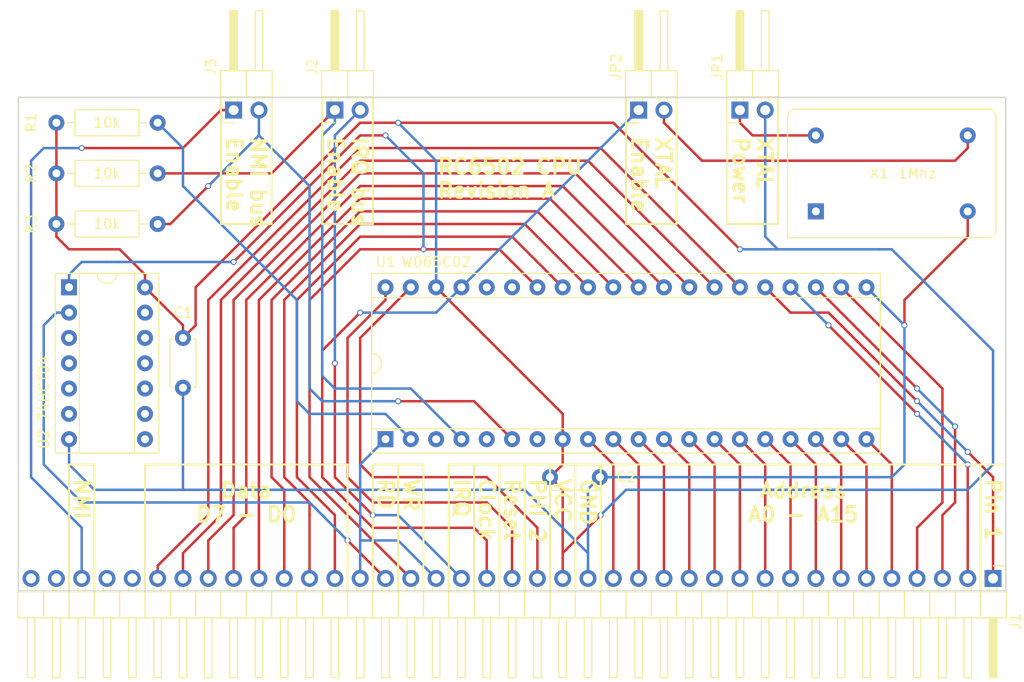
<source format=kicad_pcb>
(kicad_pcb (version 4) (host pcbnew 4.0.6)

  (general
    (links 57)
    (no_connects 0)
    (area 92.634999 91.364999 191.845001 141.045001)
    (thickness 1.6)
    (drawings 59)
    (tracks 301)
    (zones 0)
    (modules 13)
    (nets 39)
  )

  (page A4)
  (layers
    (0 F.Cu signal)
    (31 B.Cu signal)
    (32 B.Adhes user)
    (33 F.Adhes user)
    (34 B.Paste user)
    (35 F.Paste user)
    (36 B.SilkS user)
    (37 F.SilkS user)
    (38 B.Mask user)
    (39 F.Mask user)
    (40 Dwgs.User user)
    (41 Cmts.User user)
    (42 Eco1.User user)
    (43 Eco2.User user)
    (44 Edge.Cuts user)
    (45 Margin user)
    (46 B.CrtYd user)
    (47 F.CrtYd user)
    (48 B.Fab user)
    (49 F.Fab user)
  )

  (setup
    (last_trace_width 0.25)
    (trace_clearance 0.2)
    (zone_clearance 0.508)
    (zone_45_only no)
    (trace_min 0.2)
    (segment_width 0.2)
    (edge_width 0.15)
    (via_size 0.6)
    (via_drill 0.4)
    (via_min_size 0.4)
    (via_min_drill 0.3)
    (uvia_size 0.3)
    (uvia_drill 0.1)
    (uvias_allowed no)
    (uvia_min_size 0.2)
    (uvia_min_drill 0.1)
    (pcb_text_width 0.3)
    (pcb_text_size 1.5 1.5)
    (mod_edge_width 0.15)
    (mod_text_size 1 1)
    (mod_text_width 0.15)
    (pad_size 1.524 1.524)
    (pad_drill 0.762)
    (pad_to_mask_clearance 0.2)
    (aux_axis_origin 0 0)
    (visible_elements 7FFFFFFF)
    (pcbplotparams
      (layerselection 0x00030_80000001)
      (usegerberextensions false)
      (excludeedgelayer true)
      (linewidth 0.100000)
      (plotframeref false)
      (viasonmask false)
      (mode 1)
      (useauxorigin false)
      (hpglpennumber 1)
      (hpglpenspeed 20)
      (hpglpendiameter 15)
      (hpglpenoverlay 2)
      (psnegative false)
      (psa4output false)
      (plotreference true)
      (plotvalue true)
      (plotinvisibletext false)
      (padsonsilk false)
      (subtractmaskfromsilk false)
      (outputformat 1)
      (mirror false)
      (drillshape 1)
      (scaleselection 1)
      (outputdirectory ""))
  )

  (net 0 "")
  (net 1 A15)
  (net 2 A14)
  (net 3 A13)
  (net 4 A12)
  (net 5 A11)
  (net 6 A10)
  (net 7 A9)
  (net 8 A8)
  (net 9 A7)
  (net 10 A6)
  (net 11 A5)
  (net 12 A4)
  (net 13 A3)
  (net 14 A2)
  (net 15 A1)
  (net 16 A0)
  (net 17 GND)
  (net 18 VCC)
  (net 19 PHI2)
  (net 20 RESET)
  (net 21 CLOCK)
  (net 22 IRQ)
  (net 23 R/W)
  (net 24 RD)
  (net 25 D0)
  (net 26 D1)
  (net 27 D2)
  (net 28 D3)
  (net 29 D4)
  (net 30 D5)
  (net 31 D6)
  (net 32 D7)
  (net 33 NMI)
  (net 34 "Net-(J2-Pad1)")
  (net 35 "Net-(J3-Pad2)")
  (net 36 "Net-(R1-Pad1)")
  (net 37 "Net-(JP1-Pad1)")
  (net 38 "Net-(JP2-Pad2)")

  (net_class Default "This is the default net class."
    (clearance 0.2)
    (trace_width 0.25)
    (via_dia 0.6)
    (via_drill 0.4)
    (uvia_dia 0.3)
    (uvia_drill 0.1)
    (add_net A0)
    (add_net A1)
    (add_net A10)
    (add_net A11)
    (add_net A12)
    (add_net A13)
    (add_net A14)
    (add_net A15)
    (add_net A2)
    (add_net A3)
    (add_net A4)
    (add_net A5)
    (add_net A6)
    (add_net A7)
    (add_net A8)
    (add_net A9)
    (add_net CLOCK)
    (add_net D0)
    (add_net D1)
    (add_net D2)
    (add_net D3)
    (add_net D4)
    (add_net D5)
    (add_net D6)
    (add_net D7)
    (add_net GND)
    (add_net IRQ)
    (add_net NMI)
    (add_net "Net-(J2-Pad1)")
    (add_net "Net-(J3-Pad2)")
    (add_net "Net-(JP1-Pad1)")
    (add_net "Net-(JP2-Pad2)")
    (add_net "Net-(R1-Pad1)")
    (add_net PHI2)
    (add_net R/W)
    (add_net RD)
    (add_net RESET)
    (add_net VCC)
  )

  (module Pin_Headers:Pin_Header_Angled_1x39_Pitch2.54mm (layer F.Cu) (tedit 58CD4EC5) (tstamp 590CEA8A)
    (at 190.5 139.7 270)
    (descr "Through hole angled pin header, 1x39, 2.54mm pitch, 6mm pin length, single row")
    (tags "Through hole angled pin header THT 1x39 2.54mm single row")
    (path /590BAB0E)
    (fp_text reference J1 (at 4.315 -2.27 270) (layer F.SilkS)
      (effects (font (size 1 1) (thickness 0.15)))
    )
    (fp_text value CONN_01X39 (at 4.315 98.79 270) (layer F.Fab)
      (effects (font (size 1 1) (thickness 0.15)))
    )
    (fp_line (start 1.4 -1.27) (end 1.4 1.27) (layer F.Fab) (width 0.1))
    (fp_line (start 1.4 1.27) (end 3.9 1.27) (layer F.Fab) (width 0.1))
    (fp_line (start 3.9 1.27) (end 3.9 -1.27) (layer F.Fab) (width 0.1))
    (fp_line (start 3.9 -1.27) (end 1.4 -1.27) (layer F.Fab) (width 0.1))
    (fp_line (start 0 -0.32) (end 0 0.32) (layer F.Fab) (width 0.1))
    (fp_line (start 0 0.32) (end 9.9 0.32) (layer F.Fab) (width 0.1))
    (fp_line (start 9.9 0.32) (end 9.9 -0.32) (layer F.Fab) (width 0.1))
    (fp_line (start 9.9 -0.32) (end 0 -0.32) (layer F.Fab) (width 0.1))
    (fp_line (start 1.4 1.27) (end 1.4 3.81) (layer F.Fab) (width 0.1))
    (fp_line (start 1.4 3.81) (end 3.9 3.81) (layer F.Fab) (width 0.1))
    (fp_line (start 3.9 3.81) (end 3.9 1.27) (layer F.Fab) (width 0.1))
    (fp_line (start 3.9 1.27) (end 1.4 1.27) (layer F.Fab) (width 0.1))
    (fp_line (start 0 2.22) (end 0 2.86) (layer F.Fab) (width 0.1))
    (fp_line (start 0 2.86) (end 9.9 2.86) (layer F.Fab) (width 0.1))
    (fp_line (start 9.9 2.86) (end 9.9 2.22) (layer F.Fab) (width 0.1))
    (fp_line (start 9.9 2.22) (end 0 2.22) (layer F.Fab) (width 0.1))
    (fp_line (start 1.4 3.81) (end 1.4 6.35) (layer F.Fab) (width 0.1))
    (fp_line (start 1.4 6.35) (end 3.9 6.35) (layer F.Fab) (width 0.1))
    (fp_line (start 3.9 6.35) (end 3.9 3.81) (layer F.Fab) (width 0.1))
    (fp_line (start 3.9 3.81) (end 1.4 3.81) (layer F.Fab) (width 0.1))
    (fp_line (start 0 4.76) (end 0 5.4) (layer F.Fab) (width 0.1))
    (fp_line (start 0 5.4) (end 9.9 5.4) (layer F.Fab) (width 0.1))
    (fp_line (start 9.9 5.4) (end 9.9 4.76) (layer F.Fab) (width 0.1))
    (fp_line (start 9.9 4.76) (end 0 4.76) (layer F.Fab) (width 0.1))
    (fp_line (start 1.4 6.35) (end 1.4 8.89) (layer F.Fab) (width 0.1))
    (fp_line (start 1.4 8.89) (end 3.9 8.89) (layer F.Fab) (width 0.1))
    (fp_line (start 3.9 8.89) (end 3.9 6.35) (layer F.Fab) (width 0.1))
    (fp_line (start 3.9 6.35) (end 1.4 6.35) (layer F.Fab) (width 0.1))
    (fp_line (start 0 7.3) (end 0 7.94) (layer F.Fab) (width 0.1))
    (fp_line (start 0 7.94) (end 9.9 7.94) (layer F.Fab) (width 0.1))
    (fp_line (start 9.9 7.94) (end 9.9 7.3) (layer F.Fab) (width 0.1))
    (fp_line (start 9.9 7.3) (end 0 7.3) (layer F.Fab) (width 0.1))
    (fp_line (start 1.4 8.89) (end 1.4 11.43) (layer F.Fab) (width 0.1))
    (fp_line (start 1.4 11.43) (end 3.9 11.43) (layer F.Fab) (width 0.1))
    (fp_line (start 3.9 11.43) (end 3.9 8.89) (layer F.Fab) (width 0.1))
    (fp_line (start 3.9 8.89) (end 1.4 8.89) (layer F.Fab) (width 0.1))
    (fp_line (start 0 9.84) (end 0 10.48) (layer F.Fab) (width 0.1))
    (fp_line (start 0 10.48) (end 9.9 10.48) (layer F.Fab) (width 0.1))
    (fp_line (start 9.9 10.48) (end 9.9 9.84) (layer F.Fab) (width 0.1))
    (fp_line (start 9.9 9.84) (end 0 9.84) (layer F.Fab) (width 0.1))
    (fp_line (start 1.4 11.43) (end 1.4 13.97) (layer F.Fab) (width 0.1))
    (fp_line (start 1.4 13.97) (end 3.9 13.97) (layer F.Fab) (width 0.1))
    (fp_line (start 3.9 13.97) (end 3.9 11.43) (layer F.Fab) (width 0.1))
    (fp_line (start 3.9 11.43) (end 1.4 11.43) (layer F.Fab) (width 0.1))
    (fp_line (start 0 12.38) (end 0 13.02) (layer F.Fab) (width 0.1))
    (fp_line (start 0 13.02) (end 9.9 13.02) (layer F.Fab) (width 0.1))
    (fp_line (start 9.9 13.02) (end 9.9 12.38) (layer F.Fab) (width 0.1))
    (fp_line (start 9.9 12.38) (end 0 12.38) (layer F.Fab) (width 0.1))
    (fp_line (start 1.4 13.97) (end 1.4 16.51) (layer F.Fab) (width 0.1))
    (fp_line (start 1.4 16.51) (end 3.9 16.51) (layer F.Fab) (width 0.1))
    (fp_line (start 3.9 16.51) (end 3.9 13.97) (layer F.Fab) (width 0.1))
    (fp_line (start 3.9 13.97) (end 1.4 13.97) (layer F.Fab) (width 0.1))
    (fp_line (start 0 14.92) (end 0 15.56) (layer F.Fab) (width 0.1))
    (fp_line (start 0 15.56) (end 9.9 15.56) (layer F.Fab) (width 0.1))
    (fp_line (start 9.9 15.56) (end 9.9 14.92) (layer F.Fab) (width 0.1))
    (fp_line (start 9.9 14.92) (end 0 14.92) (layer F.Fab) (width 0.1))
    (fp_line (start 1.4 16.51) (end 1.4 19.05) (layer F.Fab) (width 0.1))
    (fp_line (start 1.4 19.05) (end 3.9 19.05) (layer F.Fab) (width 0.1))
    (fp_line (start 3.9 19.05) (end 3.9 16.51) (layer F.Fab) (width 0.1))
    (fp_line (start 3.9 16.51) (end 1.4 16.51) (layer F.Fab) (width 0.1))
    (fp_line (start 0 17.46) (end 0 18.1) (layer F.Fab) (width 0.1))
    (fp_line (start 0 18.1) (end 9.9 18.1) (layer F.Fab) (width 0.1))
    (fp_line (start 9.9 18.1) (end 9.9 17.46) (layer F.Fab) (width 0.1))
    (fp_line (start 9.9 17.46) (end 0 17.46) (layer F.Fab) (width 0.1))
    (fp_line (start 1.4 19.05) (end 1.4 21.59) (layer F.Fab) (width 0.1))
    (fp_line (start 1.4 21.59) (end 3.9 21.59) (layer F.Fab) (width 0.1))
    (fp_line (start 3.9 21.59) (end 3.9 19.05) (layer F.Fab) (width 0.1))
    (fp_line (start 3.9 19.05) (end 1.4 19.05) (layer F.Fab) (width 0.1))
    (fp_line (start 0 20) (end 0 20.64) (layer F.Fab) (width 0.1))
    (fp_line (start 0 20.64) (end 9.9 20.64) (layer F.Fab) (width 0.1))
    (fp_line (start 9.9 20.64) (end 9.9 20) (layer F.Fab) (width 0.1))
    (fp_line (start 9.9 20) (end 0 20) (layer F.Fab) (width 0.1))
    (fp_line (start 1.4 21.59) (end 1.4 24.13) (layer F.Fab) (width 0.1))
    (fp_line (start 1.4 24.13) (end 3.9 24.13) (layer F.Fab) (width 0.1))
    (fp_line (start 3.9 24.13) (end 3.9 21.59) (layer F.Fab) (width 0.1))
    (fp_line (start 3.9 21.59) (end 1.4 21.59) (layer F.Fab) (width 0.1))
    (fp_line (start 0 22.54) (end 0 23.18) (layer F.Fab) (width 0.1))
    (fp_line (start 0 23.18) (end 9.9 23.18) (layer F.Fab) (width 0.1))
    (fp_line (start 9.9 23.18) (end 9.9 22.54) (layer F.Fab) (width 0.1))
    (fp_line (start 9.9 22.54) (end 0 22.54) (layer F.Fab) (width 0.1))
    (fp_line (start 1.4 24.13) (end 1.4 26.67) (layer F.Fab) (width 0.1))
    (fp_line (start 1.4 26.67) (end 3.9 26.67) (layer F.Fab) (width 0.1))
    (fp_line (start 3.9 26.67) (end 3.9 24.13) (layer F.Fab) (width 0.1))
    (fp_line (start 3.9 24.13) (end 1.4 24.13) (layer F.Fab) (width 0.1))
    (fp_line (start 0 25.08) (end 0 25.72) (layer F.Fab) (width 0.1))
    (fp_line (start 0 25.72) (end 9.9 25.72) (layer F.Fab) (width 0.1))
    (fp_line (start 9.9 25.72) (end 9.9 25.08) (layer F.Fab) (width 0.1))
    (fp_line (start 9.9 25.08) (end 0 25.08) (layer F.Fab) (width 0.1))
    (fp_line (start 1.4 26.67) (end 1.4 29.21) (layer F.Fab) (width 0.1))
    (fp_line (start 1.4 29.21) (end 3.9 29.21) (layer F.Fab) (width 0.1))
    (fp_line (start 3.9 29.21) (end 3.9 26.67) (layer F.Fab) (width 0.1))
    (fp_line (start 3.9 26.67) (end 1.4 26.67) (layer F.Fab) (width 0.1))
    (fp_line (start 0 27.62) (end 0 28.26) (layer F.Fab) (width 0.1))
    (fp_line (start 0 28.26) (end 9.9 28.26) (layer F.Fab) (width 0.1))
    (fp_line (start 9.9 28.26) (end 9.9 27.62) (layer F.Fab) (width 0.1))
    (fp_line (start 9.9 27.62) (end 0 27.62) (layer F.Fab) (width 0.1))
    (fp_line (start 1.4 29.21) (end 1.4 31.75) (layer F.Fab) (width 0.1))
    (fp_line (start 1.4 31.75) (end 3.9 31.75) (layer F.Fab) (width 0.1))
    (fp_line (start 3.9 31.75) (end 3.9 29.21) (layer F.Fab) (width 0.1))
    (fp_line (start 3.9 29.21) (end 1.4 29.21) (layer F.Fab) (width 0.1))
    (fp_line (start 0 30.16) (end 0 30.8) (layer F.Fab) (width 0.1))
    (fp_line (start 0 30.8) (end 9.9 30.8) (layer F.Fab) (width 0.1))
    (fp_line (start 9.9 30.8) (end 9.9 30.16) (layer F.Fab) (width 0.1))
    (fp_line (start 9.9 30.16) (end 0 30.16) (layer F.Fab) (width 0.1))
    (fp_line (start 1.4 31.75) (end 1.4 34.29) (layer F.Fab) (width 0.1))
    (fp_line (start 1.4 34.29) (end 3.9 34.29) (layer F.Fab) (width 0.1))
    (fp_line (start 3.9 34.29) (end 3.9 31.75) (layer F.Fab) (width 0.1))
    (fp_line (start 3.9 31.75) (end 1.4 31.75) (layer F.Fab) (width 0.1))
    (fp_line (start 0 32.7) (end 0 33.34) (layer F.Fab) (width 0.1))
    (fp_line (start 0 33.34) (end 9.9 33.34) (layer F.Fab) (width 0.1))
    (fp_line (start 9.9 33.34) (end 9.9 32.7) (layer F.Fab) (width 0.1))
    (fp_line (start 9.9 32.7) (end 0 32.7) (layer F.Fab) (width 0.1))
    (fp_line (start 1.4 34.29) (end 1.4 36.83) (layer F.Fab) (width 0.1))
    (fp_line (start 1.4 36.83) (end 3.9 36.83) (layer F.Fab) (width 0.1))
    (fp_line (start 3.9 36.83) (end 3.9 34.29) (layer F.Fab) (width 0.1))
    (fp_line (start 3.9 34.29) (end 1.4 34.29) (layer F.Fab) (width 0.1))
    (fp_line (start 0 35.24) (end 0 35.88) (layer F.Fab) (width 0.1))
    (fp_line (start 0 35.88) (end 9.9 35.88) (layer F.Fab) (width 0.1))
    (fp_line (start 9.9 35.88) (end 9.9 35.24) (layer F.Fab) (width 0.1))
    (fp_line (start 9.9 35.24) (end 0 35.24) (layer F.Fab) (width 0.1))
    (fp_line (start 1.4 36.83) (end 1.4 39.37) (layer F.Fab) (width 0.1))
    (fp_line (start 1.4 39.37) (end 3.9 39.37) (layer F.Fab) (width 0.1))
    (fp_line (start 3.9 39.37) (end 3.9 36.83) (layer F.Fab) (width 0.1))
    (fp_line (start 3.9 36.83) (end 1.4 36.83) (layer F.Fab) (width 0.1))
    (fp_line (start 0 37.78) (end 0 38.42) (layer F.Fab) (width 0.1))
    (fp_line (start 0 38.42) (end 9.9 38.42) (layer F.Fab) (width 0.1))
    (fp_line (start 9.9 38.42) (end 9.9 37.78) (layer F.Fab) (width 0.1))
    (fp_line (start 9.9 37.78) (end 0 37.78) (layer F.Fab) (width 0.1))
    (fp_line (start 1.4 39.37) (end 1.4 41.91) (layer F.Fab) (width 0.1))
    (fp_line (start 1.4 41.91) (end 3.9 41.91) (layer F.Fab) (width 0.1))
    (fp_line (start 3.9 41.91) (end 3.9 39.37) (layer F.Fab) (width 0.1))
    (fp_line (start 3.9 39.37) (end 1.4 39.37) (layer F.Fab) (width 0.1))
    (fp_line (start 0 40.32) (end 0 40.96) (layer F.Fab) (width 0.1))
    (fp_line (start 0 40.96) (end 9.9 40.96) (layer F.Fab) (width 0.1))
    (fp_line (start 9.9 40.96) (end 9.9 40.32) (layer F.Fab) (width 0.1))
    (fp_line (start 9.9 40.32) (end 0 40.32) (layer F.Fab) (width 0.1))
    (fp_line (start 1.4 41.91) (end 1.4 44.45) (layer F.Fab) (width 0.1))
    (fp_line (start 1.4 44.45) (end 3.9 44.45) (layer F.Fab) (width 0.1))
    (fp_line (start 3.9 44.45) (end 3.9 41.91) (layer F.Fab) (width 0.1))
    (fp_line (start 3.9 41.91) (end 1.4 41.91) (layer F.Fab) (width 0.1))
    (fp_line (start 0 42.86) (end 0 43.5) (layer F.Fab) (width 0.1))
    (fp_line (start 0 43.5) (end 9.9 43.5) (layer F.Fab) (width 0.1))
    (fp_line (start 9.9 43.5) (end 9.9 42.86) (layer F.Fab) (width 0.1))
    (fp_line (start 9.9 42.86) (end 0 42.86) (layer F.Fab) (width 0.1))
    (fp_line (start 1.4 44.45) (end 1.4 46.99) (layer F.Fab) (width 0.1))
    (fp_line (start 1.4 46.99) (end 3.9 46.99) (layer F.Fab) (width 0.1))
    (fp_line (start 3.9 46.99) (end 3.9 44.45) (layer F.Fab) (width 0.1))
    (fp_line (start 3.9 44.45) (end 1.4 44.45) (layer F.Fab) (width 0.1))
    (fp_line (start 0 45.4) (end 0 46.04) (layer F.Fab) (width 0.1))
    (fp_line (start 0 46.04) (end 9.9 46.04) (layer F.Fab) (width 0.1))
    (fp_line (start 9.9 46.04) (end 9.9 45.4) (layer F.Fab) (width 0.1))
    (fp_line (start 9.9 45.4) (end 0 45.4) (layer F.Fab) (width 0.1))
    (fp_line (start 1.4 46.99) (end 1.4 49.53) (layer F.Fab) (width 0.1))
    (fp_line (start 1.4 49.53) (end 3.9 49.53) (layer F.Fab) (width 0.1))
    (fp_line (start 3.9 49.53) (end 3.9 46.99) (layer F.Fab) (width 0.1))
    (fp_line (start 3.9 46.99) (end 1.4 46.99) (layer F.Fab) (width 0.1))
    (fp_line (start 0 47.94) (end 0 48.58) (layer F.Fab) (width 0.1))
    (fp_line (start 0 48.58) (end 9.9 48.58) (layer F.Fab) (width 0.1))
    (fp_line (start 9.9 48.58) (end 9.9 47.94) (layer F.Fab) (width 0.1))
    (fp_line (start 9.9 47.94) (end 0 47.94) (layer F.Fab) (width 0.1))
    (fp_line (start 1.4 49.53) (end 1.4 52.07) (layer F.Fab) (width 0.1))
    (fp_line (start 1.4 52.07) (end 3.9 52.07) (layer F.Fab) (width 0.1))
    (fp_line (start 3.9 52.07) (end 3.9 49.53) (layer F.Fab) (width 0.1))
    (fp_line (start 3.9 49.53) (end 1.4 49.53) (layer F.Fab) (width 0.1))
    (fp_line (start 0 50.48) (end 0 51.12) (layer F.Fab) (width 0.1))
    (fp_line (start 0 51.12) (end 9.9 51.12) (layer F.Fab) (width 0.1))
    (fp_line (start 9.9 51.12) (end 9.9 50.48) (layer F.Fab) (width 0.1))
    (fp_line (start 9.9 50.48) (end 0 50.48) (layer F.Fab) (width 0.1))
    (fp_line (start 1.4 52.07) (end 1.4 54.61) (layer F.Fab) (width 0.1))
    (fp_line (start 1.4 54.61) (end 3.9 54.61) (layer F.Fab) (width 0.1))
    (fp_line (start 3.9 54.61) (end 3.9 52.07) (layer F.Fab) (width 0.1))
    (fp_line (start 3.9 52.07) (end 1.4 52.07) (layer F.Fab) (width 0.1))
    (fp_line (start 0 53.02) (end 0 53.66) (layer F.Fab) (width 0.1))
    (fp_line (start 0 53.66) (end 9.9 53.66) (layer F.Fab) (width 0.1))
    (fp_line (start 9.9 53.66) (end 9.9 53.02) (layer F.Fab) (width 0.1))
    (fp_line (start 9.9 53.02) (end 0 53.02) (layer F.Fab) (width 0.1))
    (fp_line (start 1.4 54.61) (end 1.4 57.15) (layer F.Fab) (width 0.1))
    (fp_line (start 1.4 57.15) (end 3.9 57.15) (layer F.Fab) (width 0.1))
    (fp_line (start 3.9 57.15) (end 3.9 54.61) (layer F.Fab) (width 0.1))
    (fp_line (start 3.9 54.61) (end 1.4 54.61) (layer F.Fab) (width 0.1))
    (fp_line (start 0 55.56) (end 0 56.2) (layer F.Fab) (width 0.1))
    (fp_line (start 0 56.2) (end 9.9 56.2) (layer F.Fab) (width 0.1))
    (fp_line (start 9.9 56.2) (end 9.9 55.56) (layer F.Fab) (width 0.1))
    (fp_line (start 9.9 55.56) (end 0 55.56) (layer F.Fab) (width 0.1))
    (fp_line (start 1.4 57.15) (end 1.4 59.69) (layer F.Fab) (width 0.1))
    (fp_line (start 1.4 59.69) (end 3.9 59.69) (layer F.Fab) (width 0.1))
    (fp_line (start 3.9 59.69) (end 3.9 57.15) (layer F.Fab) (width 0.1))
    (fp_line (start 3.9 57.15) (end 1.4 57.15) (layer F.Fab) (width 0.1))
    (fp_line (start 0 58.1) (end 0 58.74) (layer F.Fab) (width 0.1))
    (fp_line (start 0 58.74) (end 9.9 58.74) (layer F.Fab) (width 0.1))
    (fp_line (start 9.9 58.74) (end 9.9 58.1) (layer F.Fab) (width 0.1))
    (fp_line (start 9.9 58.1) (end 0 58.1) (layer F.Fab) (width 0.1))
    (fp_line (start 1.4 59.69) (end 1.4 62.23) (layer F.Fab) (width 0.1))
    (fp_line (start 1.4 62.23) (end 3.9 62.23) (layer F.Fab) (width 0.1))
    (fp_line (start 3.9 62.23) (end 3.9 59.69) (layer F.Fab) (width 0.1))
    (fp_line (start 3.9 59.69) (end 1.4 59.69) (layer F.Fab) (width 0.1))
    (fp_line (start 0 60.64) (end 0 61.28) (layer F.Fab) (width 0.1))
    (fp_line (start 0 61.28) (end 9.9 61.28) (layer F.Fab) (width 0.1))
    (fp_line (start 9.9 61.28) (end 9.9 60.64) (layer F.Fab) (width 0.1))
    (fp_line (start 9.9 60.64) (end 0 60.64) (layer F.Fab) (width 0.1))
    (fp_line (start 1.4 62.23) (end 1.4 64.77) (layer F.Fab) (width 0.1))
    (fp_line (start 1.4 64.77) (end 3.9 64.77) (layer F.Fab) (width 0.1))
    (fp_line (start 3.9 64.77) (end 3.9 62.23) (layer F.Fab) (width 0.1))
    (fp_line (start 3.9 62.23) (end 1.4 62.23) (layer F.Fab) (width 0.1))
    (fp_line (start 0 63.18) (end 0 63.82) (layer F.Fab) (width 0.1))
    (fp_line (start 0 63.82) (end 9.9 63.82) (layer F.Fab) (width 0.1))
    (fp_line (start 9.9 63.82) (end 9.9 63.18) (layer F.Fab) (width 0.1))
    (fp_line (start 9.9 63.18) (end 0 63.18) (layer F.Fab) (width 0.1))
    (fp_line (start 1.4 64.77) (end 1.4 67.31) (layer F.Fab) (width 0.1))
    (fp_line (start 1.4 67.31) (end 3.9 67.31) (layer F.Fab) (width 0.1))
    (fp_line (start 3.9 67.31) (end 3.9 64.77) (layer F.Fab) (width 0.1))
    (fp_line (start 3.9 64.77) (end 1.4 64.77) (layer F.Fab) (width 0.1))
    (fp_line (start 0 65.72) (end 0 66.36) (layer F.Fab) (width 0.1))
    (fp_line (start 0 66.36) (end 9.9 66.36) (layer F.Fab) (width 0.1))
    (fp_line (start 9.9 66.36) (end 9.9 65.72) (layer F.Fab) (width 0.1))
    (fp_line (start 9.9 65.72) (end 0 65.72) (layer F.Fab) (width 0.1))
    (fp_line (start 1.4 67.31) (end 1.4 69.85) (layer F.Fab) (width 0.1))
    (fp_line (start 1.4 69.85) (end 3.9 69.85) (layer F.Fab) (width 0.1))
    (fp_line (start 3.9 69.85) (end 3.9 67.31) (layer F.Fab) (width 0.1))
    (fp_line (start 3.9 67.31) (end 1.4 67.31) (layer F.Fab) (width 0.1))
    (fp_line (start 0 68.26) (end 0 68.9) (layer F.Fab) (width 0.1))
    (fp_line (start 0 68.9) (end 9.9 68.9) (layer F.Fab) (width 0.1))
    (fp_line (start 9.9 68.9) (end 9.9 68.26) (layer F.Fab) (width 0.1))
    (fp_line (start 9.9 68.26) (end 0 68.26) (layer F.Fab) (width 0.1))
    (fp_line (start 1.4 69.85) (end 1.4 72.39) (layer F.Fab) (width 0.1))
    (fp_line (start 1.4 72.39) (end 3.9 72.39) (layer F.Fab) (width 0.1))
    (fp_line (start 3.9 72.39) (end 3.9 69.85) (layer F.Fab) (width 0.1))
    (fp_line (start 3.9 69.85) (end 1.4 69.85) (layer F.Fab) (width 0.1))
    (fp_line (start 0 70.8) (end 0 71.44) (layer F.Fab) (width 0.1))
    (fp_line (start 0 71.44) (end 9.9 71.44) (layer F.Fab) (width 0.1))
    (fp_line (start 9.9 71.44) (end 9.9 70.8) (layer F.Fab) (width 0.1))
    (fp_line (start 9.9 70.8) (end 0 70.8) (layer F.Fab) (width 0.1))
    (fp_line (start 1.4 72.39) (end 1.4 74.93) (layer F.Fab) (width 0.1))
    (fp_line (start 1.4 74.93) (end 3.9 74.93) (layer F.Fab) (width 0.1))
    (fp_line (start 3.9 74.93) (end 3.9 72.39) (layer F.Fab) (width 0.1))
    (fp_line (start 3.9 72.39) (end 1.4 72.39) (layer F.Fab) (width 0.1))
    (fp_line (start 0 73.34) (end 0 73.98) (layer F.Fab) (width 0.1))
    (fp_line (start 0 73.98) (end 9.9 73.98) (layer F.Fab) (width 0.1))
    (fp_line (start 9.9 73.98) (end 9.9 73.34) (layer F.Fab) (width 0.1))
    (fp_line (start 9.9 73.34) (end 0 73.34) (layer F.Fab) (width 0.1))
    (fp_line (start 1.4 74.93) (end 1.4 77.47) (layer F.Fab) (width 0.1))
    (fp_line (start 1.4 77.47) (end 3.9 77.47) (layer F.Fab) (width 0.1))
    (fp_line (start 3.9 77.47) (end 3.9 74.93) (layer F.Fab) (width 0.1))
    (fp_line (start 3.9 74.93) (end 1.4 74.93) (layer F.Fab) (width 0.1))
    (fp_line (start 0 75.88) (end 0 76.52) (layer F.Fab) (width 0.1))
    (fp_line (start 0 76.52) (end 9.9 76.52) (layer F.Fab) (width 0.1))
    (fp_line (start 9.9 76.52) (end 9.9 75.88) (layer F.Fab) (width 0.1))
    (fp_line (start 9.9 75.88) (end 0 75.88) (layer F.Fab) (width 0.1))
    (fp_line (start 1.4 77.47) (end 1.4 80.01) (layer F.Fab) (width 0.1))
    (fp_line (start 1.4 80.01) (end 3.9 80.01) (layer F.Fab) (width 0.1))
    (fp_line (start 3.9 80.01) (end 3.9 77.47) (layer F.Fab) (width 0.1))
    (fp_line (start 3.9 77.47) (end 1.4 77.47) (layer F.Fab) (width 0.1))
    (fp_line (start 0 78.42) (end 0 79.06) (layer F.Fab) (width 0.1))
    (fp_line (start 0 79.06) (end 9.9 79.06) (layer F.Fab) (width 0.1))
    (fp_line (start 9.9 79.06) (end 9.9 78.42) (layer F.Fab) (width 0.1))
    (fp_line (start 9.9 78.42) (end 0 78.42) (layer F.Fab) (width 0.1))
    (fp_line (start 1.4 80.01) (end 1.4 82.55) (layer F.Fab) (width 0.1))
    (fp_line (start 1.4 82.55) (end 3.9 82.55) (layer F.Fab) (width 0.1))
    (fp_line (start 3.9 82.55) (end 3.9 80.01) (layer F.Fab) (width 0.1))
    (fp_line (start 3.9 80.01) (end 1.4 80.01) (layer F.Fab) (width 0.1))
    (fp_line (start 0 80.96) (end 0 81.6) (layer F.Fab) (width 0.1))
    (fp_line (start 0 81.6) (end 9.9 81.6) (layer F.Fab) (width 0.1))
    (fp_line (start 9.9 81.6) (end 9.9 80.96) (layer F.Fab) (width 0.1))
    (fp_line (start 9.9 80.96) (end 0 80.96) (layer F.Fab) (width 0.1))
    (fp_line (start 1.4 82.55) (end 1.4 85.09) (layer F.Fab) (width 0.1))
    (fp_line (start 1.4 85.09) (end 3.9 85.09) (layer F.Fab) (width 0.1))
    (fp_line (start 3.9 85.09) (end 3.9 82.55) (layer F.Fab) (width 0.1))
    (fp_line (start 3.9 82.55) (end 1.4 82.55) (layer F.Fab) (width 0.1))
    (fp_line (start 0 83.5) (end 0 84.14) (layer F.Fab) (width 0.1))
    (fp_line (start 0 84.14) (end 9.9 84.14) (layer F.Fab) (width 0.1))
    (fp_line (start 9.9 84.14) (end 9.9 83.5) (layer F.Fab) (width 0.1))
    (fp_line (start 9.9 83.5) (end 0 83.5) (layer F.Fab) (width 0.1))
    (fp_line (start 1.4 85.09) (end 1.4 87.63) (layer F.Fab) (width 0.1))
    (fp_line (start 1.4 87.63) (end 3.9 87.63) (layer F.Fab) (width 0.1))
    (fp_line (start 3.9 87.63) (end 3.9 85.09) (layer F.Fab) (width 0.1))
    (fp_line (start 3.9 85.09) (end 1.4 85.09) (layer F.Fab) (width 0.1))
    (fp_line (start 0 86.04) (end 0 86.68) (layer F.Fab) (width 0.1))
    (fp_line (start 0 86.68) (end 9.9 86.68) (layer F.Fab) (width 0.1))
    (fp_line (start 9.9 86.68) (end 9.9 86.04) (layer F.Fab) (width 0.1))
    (fp_line (start 9.9 86.04) (end 0 86.04) (layer F.Fab) (width 0.1))
    (fp_line (start 1.4 87.63) (end 1.4 90.17) (layer F.Fab) (width 0.1))
    (fp_line (start 1.4 90.17) (end 3.9 90.17) (layer F.Fab) (width 0.1))
    (fp_line (start 3.9 90.17) (end 3.9 87.63) (layer F.Fab) (width 0.1))
    (fp_line (start 3.9 87.63) (end 1.4 87.63) (layer F.Fab) (width 0.1))
    (fp_line (start 0 88.58) (end 0 89.22) (layer F.Fab) (width 0.1))
    (fp_line (start 0 89.22) (end 9.9 89.22) (layer F.Fab) (width 0.1))
    (fp_line (start 9.9 89.22) (end 9.9 88.58) (layer F.Fab) (width 0.1))
    (fp_line (start 9.9 88.58) (end 0 88.58) (layer F.Fab) (width 0.1))
    (fp_line (start 1.4 90.17) (end 1.4 92.71) (layer F.Fab) (width 0.1))
    (fp_line (start 1.4 92.71) (end 3.9 92.71) (layer F.Fab) (width 0.1))
    (fp_line (start 3.9 92.71) (end 3.9 90.17) (layer F.Fab) (width 0.1))
    (fp_line (start 3.9 90.17) (end 1.4 90.17) (layer F.Fab) (width 0.1))
    (fp_line (start 0 91.12) (end 0 91.76) (layer F.Fab) (width 0.1))
    (fp_line (start 0 91.76) (end 9.9 91.76) (layer F.Fab) (width 0.1))
    (fp_line (start 9.9 91.76) (end 9.9 91.12) (layer F.Fab) (width 0.1))
    (fp_line (start 9.9 91.12) (end 0 91.12) (layer F.Fab) (width 0.1))
    (fp_line (start 1.4 92.71) (end 1.4 95.25) (layer F.Fab) (width 0.1))
    (fp_line (start 1.4 95.25) (end 3.9 95.25) (layer F.Fab) (width 0.1))
    (fp_line (start 3.9 95.25) (end 3.9 92.71) (layer F.Fab) (width 0.1))
    (fp_line (start 3.9 92.71) (end 1.4 92.71) (layer F.Fab) (width 0.1))
    (fp_line (start 0 93.66) (end 0 94.3) (layer F.Fab) (width 0.1))
    (fp_line (start 0 94.3) (end 9.9 94.3) (layer F.Fab) (width 0.1))
    (fp_line (start 9.9 94.3) (end 9.9 93.66) (layer F.Fab) (width 0.1))
    (fp_line (start 9.9 93.66) (end 0 93.66) (layer F.Fab) (width 0.1))
    (fp_line (start 1.4 95.25) (end 1.4 97.79) (layer F.Fab) (width 0.1))
    (fp_line (start 1.4 97.79) (end 3.9 97.79) (layer F.Fab) (width 0.1))
    (fp_line (start 3.9 97.79) (end 3.9 95.25) (layer F.Fab) (width 0.1))
    (fp_line (start 3.9 95.25) (end 1.4 95.25) (layer F.Fab) (width 0.1))
    (fp_line (start 0 96.2) (end 0 96.84) (layer F.Fab) (width 0.1))
    (fp_line (start 0 96.84) (end 9.9 96.84) (layer F.Fab) (width 0.1))
    (fp_line (start 9.9 96.84) (end 9.9 96.2) (layer F.Fab) (width 0.1))
    (fp_line (start 9.9 96.2) (end 0 96.2) (layer F.Fab) (width 0.1))
    (fp_line (start 1.34 -1.33) (end 1.34 1.27) (layer F.SilkS) (width 0.12))
    (fp_line (start 1.34 1.27) (end 3.96 1.27) (layer F.SilkS) (width 0.12))
    (fp_line (start 3.96 1.27) (end 3.96 -1.33) (layer F.SilkS) (width 0.12))
    (fp_line (start 3.96 -1.33) (end 1.34 -1.33) (layer F.SilkS) (width 0.12))
    (fp_line (start 3.96 -0.38) (end 3.96 0.38) (layer F.SilkS) (width 0.12))
    (fp_line (start 3.96 0.38) (end 9.96 0.38) (layer F.SilkS) (width 0.12))
    (fp_line (start 9.96 0.38) (end 9.96 -0.38) (layer F.SilkS) (width 0.12))
    (fp_line (start 9.96 -0.38) (end 3.96 -0.38) (layer F.SilkS) (width 0.12))
    (fp_line (start 0.91 -0.38) (end 1.34 -0.38) (layer F.SilkS) (width 0.12))
    (fp_line (start 0.91 0.38) (end 1.34 0.38) (layer F.SilkS) (width 0.12))
    (fp_line (start 3.96 -0.26) (end 9.96 -0.26) (layer F.SilkS) (width 0.12))
    (fp_line (start 3.96 -0.14) (end 9.96 -0.14) (layer F.SilkS) (width 0.12))
    (fp_line (start 3.96 -0.02) (end 9.96 -0.02) (layer F.SilkS) (width 0.12))
    (fp_line (start 3.96 0.1) (end 9.96 0.1) (layer F.SilkS) (width 0.12))
    (fp_line (start 3.96 0.22) (end 9.96 0.22) (layer F.SilkS) (width 0.12))
    (fp_line (start 3.96 0.34) (end 9.96 0.34) (layer F.SilkS) (width 0.12))
    (fp_line (start 1.34 1.27) (end 1.34 3.81) (layer F.SilkS) (width 0.12))
    (fp_line (start 1.34 3.81) (end 3.96 3.81) (layer F.SilkS) (width 0.12))
    (fp_line (start 3.96 3.81) (end 3.96 1.27) (layer F.SilkS) (width 0.12))
    (fp_line (start 3.96 1.27) (end 1.34 1.27) (layer F.SilkS) (width 0.12))
    (fp_line (start 3.96 2.16) (end 3.96 2.92) (layer F.SilkS) (width 0.12))
    (fp_line (start 3.96 2.92) (end 9.96 2.92) (layer F.SilkS) (width 0.12))
    (fp_line (start 9.96 2.92) (end 9.96 2.16) (layer F.SilkS) (width 0.12))
    (fp_line (start 9.96 2.16) (end 3.96 2.16) (layer F.SilkS) (width 0.12))
    (fp_line (start 0.91 2.16) (end 1.34 2.16) (layer F.SilkS) (width 0.12))
    (fp_line (start 0.91 2.92) (end 1.34 2.92) (layer F.SilkS) (width 0.12))
    (fp_line (start 1.34 3.81) (end 1.34 6.35) (layer F.SilkS) (width 0.12))
    (fp_line (start 1.34 6.35) (end 3.96 6.35) (layer F.SilkS) (width 0.12))
    (fp_line (start 3.96 6.35) (end 3.96 3.81) (layer F.SilkS) (width 0.12))
    (fp_line (start 3.96 3.81) (end 1.34 3.81) (layer F.SilkS) (width 0.12))
    (fp_line (start 3.96 4.7) (end 3.96 5.46) (layer F.SilkS) (width 0.12))
    (fp_line (start 3.96 5.46) (end 9.96 5.46) (layer F.SilkS) (width 0.12))
    (fp_line (start 9.96 5.46) (end 9.96 4.7) (layer F.SilkS) (width 0.12))
    (fp_line (start 9.96 4.7) (end 3.96 4.7) (layer F.SilkS) (width 0.12))
    (fp_line (start 0.91 4.7) (end 1.34 4.7) (layer F.SilkS) (width 0.12))
    (fp_line (start 0.91 5.46) (end 1.34 5.46) (layer F.SilkS) (width 0.12))
    (fp_line (start 1.34 6.35) (end 1.34 8.89) (layer F.SilkS) (width 0.12))
    (fp_line (start 1.34 8.89) (end 3.96 8.89) (layer F.SilkS) (width 0.12))
    (fp_line (start 3.96 8.89) (end 3.96 6.35) (layer F.SilkS) (width 0.12))
    (fp_line (start 3.96 6.35) (end 1.34 6.35) (layer F.SilkS) (width 0.12))
    (fp_line (start 3.96 7.24) (end 3.96 8) (layer F.SilkS) (width 0.12))
    (fp_line (start 3.96 8) (end 9.96 8) (layer F.SilkS) (width 0.12))
    (fp_line (start 9.96 8) (end 9.96 7.24) (layer F.SilkS) (width 0.12))
    (fp_line (start 9.96 7.24) (end 3.96 7.24) (layer F.SilkS) (width 0.12))
    (fp_line (start 0.91 7.24) (end 1.34 7.24) (layer F.SilkS) (width 0.12))
    (fp_line (start 0.91 8) (end 1.34 8) (layer F.SilkS) (width 0.12))
    (fp_line (start 1.34 8.89) (end 1.34 11.43) (layer F.SilkS) (width 0.12))
    (fp_line (start 1.34 11.43) (end 3.96 11.43) (layer F.SilkS) (width 0.12))
    (fp_line (start 3.96 11.43) (end 3.96 8.89) (layer F.SilkS) (width 0.12))
    (fp_line (start 3.96 8.89) (end 1.34 8.89) (layer F.SilkS) (width 0.12))
    (fp_line (start 3.96 9.78) (end 3.96 10.54) (layer F.SilkS) (width 0.12))
    (fp_line (start 3.96 10.54) (end 9.96 10.54) (layer F.SilkS) (width 0.12))
    (fp_line (start 9.96 10.54) (end 9.96 9.78) (layer F.SilkS) (width 0.12))
    (fp_line (start 9.96 9.78) (end 3.96 9.78) (layer F.SilkS) (width 0.12))
    (fp_line (start 0.91 9.78) (end 1.34 9.78) (layer F.SilkS) (width 0.12))
    (fp_line (start 0.91 10.54) (end 1.34 10.54) (layer F.SilkS) (width 0.12))
    (fp_line (start 1.34 11.43) (end 1.34 13.97) (layer F.SilkS) (width 0.12))
    (fp_line (start 1.34 13.97) (end 3.96 13.97) (layer F.SilkS) (width 0.12))
    (fp_line (start 3.96 13.97) (end 3.96 11.43) (layer F.SilkS) (width 0.12))
    (fp_line (start 3.96 11.43) (end 1.34 11.43) (layer F.SilkS) (width 0.12))
    (fp_line (start 3.96 12.32) (end 3.96 13.08) (layer F.SilkS) (width 0.12))
    (fp_line (start 3.96 13.08) (end 9.96 13.08) (layer F.SilkS) (width 0.12))
    (fp_line (start 9.96 13.08) (end 9.96 12.32) (layer F.SilkS) (width 0.12))
    (fp_line (start 9.96 12.32) (end 3.96 12.32) (layer F.SilkS) (width 0.12))
    (fp_line (start 0.91 12.32) (end 1.34 12.32) (layer F.SilkS) (width 0.12))
    (fp_line (start 0.91 13.08) (end 1.34 13.08) (layer F.SilkS) (width 0.12))
    (fp_line (start 1.34 13.97) (end 1.34 16.51) (layer F.SilkS) (width 0.12))
    (fp_line (start 1.34 16.51) (end 3.96 16.51) (layer F.SilkS) (width 0.12))
    (fp_line (start 3.96 16.51) (end 3.96 13.97) (layer F.SilkS) (width 0.12))
    (fp_line (start 3.96 13.97) (end 1.34 13.97) (layer F.SilkS) (width 0.12))
    (fp_line (start 3.96 14.86) (end 3.96 15.62) (layer F.SilkS) (width 0.12))
    (fp_line (start 3.96 15.62) (end 9.96 15.62) (layer F.SilkS) (width 0.12))
    (fp_line (start 9.96 15.62) (end 9.96 14.86) (layer F.SilkS) (width 0.12))
    (fp_line (start 9.96 14.86) (end 3.96 14.86) (layer F.SilkS) (width 0.12))
    (fp_line (start 0.91 14.86) (end 1.34 14.86) (layer F.SilkS) (width 0.12))
    (fp_line (start 0.91 15.62) (end 1.34 15.62) (layer F.SilkS) (width 0.12))
    (fp_line (start 1.34 16.51) (end 1.34 19.05) (layer F.SilkS) (width 0.12))
    (fp_line (start 1.34 19.05) (end 3.96 19.05) (layer F.SilkS) (width 0.12))
    (fp_line (start 3.96 19.05) (end 3.96 16.51) (layer F.SilkS) (width 0.12))
    (fp_line (start 3.96 16.51) (end 1.34 16.51) (layer F.SilkS) (width 0.12))
    (fp_line (start 3.96 17.4) (end 3.96 18.16) (layer F.SilkS) (width 0.12))
    (fp_line (start 3.96 18.16) (end 9.96 18.16) (layer F.SilkS) (width 0.12))
    (fp_line (start 9.96 18.16) (end 9.96 17.4) (layer F.SilkS) (width 0.12))
    (fp_line (start 9.96 17.4) (end 3.96 17.4) (layer F.SilkS) (width 0.12))
    (fp_line (start 0.91 17.4) (end 1.34 17.4) (layer F.SilkS) (width 0.12))
    (fp_line (start 0.91 18.16) (end 1.34 18.16) (layer F.SilkS) (width 0.12))
    (fp_line (start 1.34 19.05) (end 1.34 21.59) (layer F.SilkS) (width 0.12))
    (fp_line (start 1.34 21.59) (end 3.96 21.59) (layer F.SilkS) (width 0.12))
    (fp_line (start 3.96 21.59) (end 3.96 19.05) (layer F.SilkS) (width 0.12))
    (fp_line (start 3.96 19.05) (end 1.34 19.05) (layer F.SilkS) (width 0.12))
    (fp_line (start 3.96 19.94) (end 3.96 20.7) (layer F.SilkS) (width 0.12))
    (fp_line (start 3.96 20.7) (end 9.96 20.7) (layer F.SilkS) (width 0.12))
    (fp_line (start 9.96 20.7) (end 9.96 19.94) (layer F.SilkS) (width 0.12))
    (fp_line (start 9.96 19.94) (end 3.96 19.94) (layer F.SilkS) (width 0.12))
    (fp_line (start 0.91 19.94) (end 1.34 19.94) (layer F.SilkS) (width 0.12))
    (fp_line (start 0.91 20.7) (end 1.34 20.7) (layer F.SilkS) (width 0.12))
    (fp_line (start 1.34 21.59) (end 1.34 24.13) (layer F.SilkS) (width 0.12))
    (fp_line (start 1.34 24.13) (end 3.96 24.13) (layer F.SilkS) (width 0.12))
    (fp_line (start 3.96 24.13) (end 3.96 21.59) (layer F.SilkS) (width 0.12))
    (fp_line (start 3.96 21.59) (end 1.34 21.59) (layer F.SilkS) (width 0.12))
    (fp_line (start 3.96 22.48) (end 3.96 23.24) (layer F.SilkS) (width 0.12))
    (fp_line (start 3.96 23.24) (end 9.96 23.24) (layer F.SilkS) (width 0.12))
    (fp_line (start 9.96 23.24) (end 9.96 22.48) (layer F.SilkS) (width 0.12))
    (fp_line (start 9.96 22.48) (end 3.96 22.48) (layer F.SilkS) (width 0.12))
    (fp_line (start 0.91 22.48) (end 1.34 22.48) (layer F.SilkS) (width 0.12))
    (fp_line (start 0.91 23.24) (end 1.34 23.24) (layer F.SilkS) (width 0.12))
    (fp_line (start 1.34 24.13) (end 1.34 26.67) (layer F.SilkS) (width 0.12))
    (fp_line (start 1.34 26.67) (end 3.96 26.67) (layer F.SilkS) (width 0.12))
    (fp_line (start 3.96 26.67) (end 3.96 24.13) (layer F.SilkS) (width 0.12))
    (fp_line (start 3.96 24.13) (end 1.34 24.13) (layer F.SilkS) (width 0.12))
    (fp_line (start 3.96 25.02) (end 3.96 25.78) (layer F.SilkS) (width 0.12))
    (fp_line (start 3.96 25.78) (end 9.96 25.78) (layer F.SilkS) (width 0.12))
    (fp_line (start 9.96 25.78) (end 9.96 25.02) (layer F.SilkS) (width 0.12))
    (fp_line (start 9.96 25.02) (end 3.96 25.02) (layer F.SilkS) (width 0.12))
    (fp_line (start 0.91 25.02) (end 1.34 25.02) (layer F.SilkS) (width 0.12))
    (fp_line (start 0.91 25.78) (end 1.34 25.78) (layer F.SilkS) (width 0.12))
    (fp_line (start 1.34 26.67) (end 1.34 29.21) (layer F.SilkS) (width 0.12))
    (fp_line (start 1.34 29.21) (end 3.96 29.21) (layer F.SilkS) (width 0.12))
    (fp_line (start 3.96 29.21) (end 3.96 26.67) (layer F.SilkS) (width 0.12))
    (fp_line (start 3.96 26.67) (end 1.34 26.67) (layer F.SilkS) (width 0.12))
    (fp_line (start 3.96 27.56) (end 3.96 28.32) (layer F.SilkS) (width 0.12))
    (fp_line (start 3.96 28.32) (end 9.96 28.32) (layer F.SilkS) (width 0.12))
    (fp_line (start 9.96 28.32) (end 9.96 27.56) (layer F.SilkS) (width 0.12))
    (fp_line (start 9.96 27.56) (end 3.96 27.56) (layer F.SilkS) (width 0.12))
    (fp_line (start 0.91 27.56) (end 1.34 27.56) (layer F.SilkS) (width 0.12))
    (fp_line (start 0.91 28.32) (end 1.34 28.32) (layer F.SilkS) (width 0.12))
    (fp_line (start 1.34 29.21) (end 1.34 31.75) (layer F.SilkS) (width 0.12))
    (fp_line (start 1.34 31.75) (end 3.96 31.75) (layer F.SilkS) (width 0.12))
    (fp_line (start 3.96 31.75) (end 3.96 29.21) (layer F.SilkS) (width 0.12))
    (fp_line (start 3.96 29.21) (end 1.34 29.21) (layer F.SilkS) (width 0.12))
    (fp_line (start 3.96 30.1) (end 3.96 30.86) (layer F.SilkS) (width 0.12))
    (fp_line (start 3.96 30.86) (end 9.96 30.86) (layer F.SilkS) (width 0.12))
    (fp_line (start 9.96 30.86) (end 9.96 30.1) (layer F.SilkS) (width 0.12))
    (fp_line (start 9.96 30.1) (end 3.96 30.1) (layer F.SilkS) (width 0.12))
    (fp_line (start 0.91 30.1) (end 1.34 30.1) (layer F.SilkS) (width 0.12))
    (fp_line (start 0.91 30.86) (end 1.34 30.86) (layer F.SilkS) (width 0.12))
    (fp_line (start 1.34 31.75) (end 1.34 34.29) (layer F.SilkS) (width 0.12))
    (fp_line (start 1.34 34.29) (end 3.96 34.29) (layer F.SilkS) (width 0.12))
    (fp_line (start 3.96 34.29) (end 3.96 31.75) (layer F.SilkS) (width 0.12))
    (fp_line (start 3.96 31.75) (end 1.34 31.75) (layer F.SilkS) (width 0.12))
    (fp_line (start 3.96 32.64) (end 3.96 33.4) (layer F.SilkS) (width 0.12))
    (fp_line (start 3.96 33.4) (end 9.96 33.4) (layer F.SilkS) (width 0.12))
    (fp_line (start 9.96 33.4) (end 9.96 32.64) (layer F.SilkS) (width 0.12))
    (fp_line (start 9.96 32.64) (end 3.96 32.64) (layer F.SilkS) (width 0.12))
    (fp_line (start 0.91 32.64) (end 1.34 32.64) (layer F.SilkS) (width 0.12))
    (fp_line (start 0.91 33.4) (end 1.34 33.4) (layer F.SilkS) (width 0.12))
    (fp_line (start 1.34 34.29) (end 1.34 36.83) (layer F.SilkS) (width 0.12))
    (fp_line (start 1.34 36.83) (end 3.96 36.83) (layer F.SilkS) (width 0.12))
    (fp_line (start 3.96 36.83) (end 3.96 34.29) (layer F.SilkS) (width 0.12))
    (fp_line (start 3.96 34.29) (end 1.34 34.29) (layer F.SilkS) (width 0.12))
    (fp_line (start 3.96 35.18) (end 3.96 35.94) (layer F.SilkS) (width 0.12))
    (fp_line (start 3.96 35.94) (end 9.96 35.94) (layer F.SilkS) (width 0.12))
    (fp_line (start 9.96 35.94) (end 9.96 35.18) (layer F.SilkS) (width 0.12))
    (fp_line (start 9.96 35.18) (end 3.96 35.18) (layer F.SilkS) (width 0.12))
    (fp_line (start 0.91 35.18) (end 1.34 35.18) (layer F.SilkS) (width 0.12))
    (fp_line (start 0.91 35.94) (end 1.34 35.94) (layer F.SilkS) (width 0.12))
    (fp_line (start 1.34 36.83) (end 1.34 39.37) (layer F.SilkS) (width 0.12))
    (fp_line (start 1.34 39.37) (end 3.96 39.37) (layer F.SilkS) (width 0.12))
    (fp_line (start 3.96 39.37) (end 3.96 36.83) (layer F.SilkS) (width 0.12))
    (fp_line (start 3.96 36.83) (end 1.34 36.83) (layer F.SilkS) (width 0.12))
    (fp_line (start 3.96 37.72) (end 3.96 38.48) (layer F.SilkS) (width 0.12))
    (fp_line (start 3.96 38.48) (end 9.96 38.48) (layer F.SilkS) (width 0.12))
    (fp_line (start 9.96 38.48) (end 9.96 37.72) (layer F.SilkS) (width 0.12))
    (fp_line (start 9.96 37.72) (end 3.96 37.72) (layer F.SilkS) (width 0.12))
    (fp_line (start 0.91 37.72) (end 1.34 37.72) (layer F.SilkS) (width 0.12))
    (fp_line (start 0.91 38.48) (end 1.34 38.48) (layer F.SilkS) (width 0.12))
    (fp_line (start 1.34 39.37) (end 1.34 41.91) (layer F.SilkS) (width 0.12))
    (fp_line (start 1.34 41.91) (end 3.96 41.91) (layer F.SilkS) (width 0.12))
    (fp_line (start 3.96 41.91) (end 3.96 39.37) (layer F.SilkS) (width 0.12))
    (fp_line (start 3.96 39.37) (end 1.34 39.37) (layer F.SilkS) (width 0.12))
    (fp_line (start 3.96 40.26) (end 3.96 41.02) (layer F.SilkS) (width 0.12))
    (fp_line (start 3.96 41.02) (end 9.96 41.02) (layer F.SilkS) (width 0.12))
    (fp_line (start 9.96 41.02) (end 9.96 40.26) (layer F.SilkS) (width 0.12))
    (fp_line (start 9.96 40.26) (end 3.96 40.26) (layer F.SilkS) (width 0.12))
    (fp_line (start 0.91 40.26) (end 1.34 40.26) (layer F.SilkS) (width 0.12))
    (fp_line (start 0.91 41.02) (end 1.34 41.02) (layer F.SilkS) (width 0.12))
    (fp_line (start 1.34 41.91) (end 1.34 44.45) (layer F.SilkS) (width 0.12))
    (fp_line (start 1.34 44.45) (end 3.96 44.45) (layer F.SilkS) (width 0.12))
    (fp_line (start 3.96 44.45) (end 3.96 41.91) (layer F.SilkS) (width 0.12))
    (fp_line (start 3.96 41.91) (end 1.34 41.91) (layer F.SilkS) (width 0.12))
    (fp_line (start 3.96 42.8) (end 3.96 43.56) (layer F.SilkS) (width 0.12))
    (fp_line (start 3.96 43.56) (end 9.96 43.56) (layer F.SilkS) (width 0.12))
    (fp_line (start 9.96 43.56) (end 9.96 42.8) (layer F.SilkS) (width 0.12))
    (fp_line (start 9.96 42.8) (end 3.96 42.8) (layer F.SilkS) (width 0.12))
    (fp_line (start 0.91 42.8) (end 1.34 42.8) (layer F.SilkS) (width 0.12))
    (fp_line (start 0.91 43.56) (end 1.34 43.56) (layer F.SilkS) (width 0.12))
    (fp_line (start 1.34 44.45) (end 1.34 46.99) (layer F.SilkS) (width 0.12))
    (fp_line (start 1.34 46.99) (end 3.96 46.99) (layer F.SilkS) (width 0.12))
    (fp_line (start 3.96 46.99) (end 3.96 44.45) (layer F.SilkS) (width 0.12))
    (fp_line (start 3.96 44.45) (end 1.34 44.45) (layer F.SilkS) (width 0.12))
    (fp_line (start 3.96 45.34) (end 3.96 46.1) (layer F.SilkS) (width 0.12))
    (fp_line (start 3.96 46.1) (end 9.96 46.1) (layer F.SilkS) (width 0.12))
    (fp_line (start 9.96 46.1) (end 9.96 45.34) (layer F.SilkS) (width 0.12))
    (fp_line (start 9.96 45.34) (end 3.96 45.34) (layer F.SilkS) (width 0.12))
    (fp_line (start 0.91 45.34) (end 1.34 45.34) (layer F.SilkS) (width 0.12))
    (fp_line (start 0.91 46.1) (end 1.34 46.1) (layer F.SilkS) (width 0.12))
    (fp_line (start 1.34 46.99) (end 1.34 49.53) (layer F.SilkS) (width 0.12))
    (fp_line (start 1.34 49.53) (end 3.96 49.53) (layer F.SilkS) (width 0.12))
    (fp_line (start 3.96 49.53) (end 3.96 46.99) (layer F.SilkS) (width 0.12))
    (fp_line (start 3.96 46.99) (end 1.34 46.99) (layer F.SilkS) (width 0.12))
    (fp_line (start 3.96 47.88) (end 3.96 48.64) (layer F.SilkS) (width 0.12))
    (fp_line (start 3.96 48.64) (end 9.96 48.64) (layer F.SilkS) (width 0.12))
    (fp_line (start 9.96 48.64) (end 9.96 47.88) (layer F.SilkS) (width 0.12))
    (fp_line (start 9.96 47.88) (end 3.96 47.88) (layer F.SilkS) (width 0.12))
    (fp_line (start 0.91 47.88) (end 1.34 47.88) (layer F.SilkS) (width 0.12))
    (fp_line (start 0.91 48.64) (end 1.34 48.64) (layer F.SilkS) (width 0.12))
    (fp_line (start 1.34 49.53) (end 1.34 52.07) (layer F.SilkS) (width 0.12))
    (fp_line (start 1.34 52.07) (end 3.96 52.07) (layer F.SilkS) (width 0.12))
    (fp_line (start 3.96 52.07) (end 3.96 49.53) (layer F.SilkS) (width 0.12))
    (fp_line (start 3.96 49.53) (end 1.34 49.53) (layer F.SilkS) (width 0.12))
    (fp_line (start 3.96 50.42) (end 3.96 51.18) (layer F.SilkS) (width 0.12))
    (fp_line (start 3.96 51.18) (end 9.96 51.18) (layer F.SilkS) (width 0.12))
    (fp_line (start 9.96 51.18) (end 9.96 50.42) (layer F.SilkS) (width 0.12))
    (fp_line (start 9.96 50.42) (end 3.96 50.42) (layer F.SilkS) (width 0.12))
    (fp_line (start 0.91 50.42) (end 1.34 50.42) (layer F.SilkS) (width 0.12))
    (fp_line (start 0.91 51.18) (end 1.34 51.18) (layer F.SilkS) (width 0.12))
    (fp_line (start 1.34 52.07) (end 1.34 54.61) (layer F.SilkS) (width 0.12))
    (fp_line (start 1.34 54.61) (end 3.96 54.61) (layer F.SilkS) (width 0.12))
    (fp_line (start 3.96 54.61) (end 3.96 52.07) (layer F.SilkS) (width 0.12))
    (fp_line (start 3.96 52.07) (end 1.34 52.07) (layer F.SilkS) (width 0.12))
    (fp_line (start 3.96 52.96) (end 3.96 53.72) (layer F.SilkS) (width 0.12))
    (fp_line (start 3.96 53.72) (end 9.96 53.72) (layer F.SilkS) (width 0.12))
    (fp_line (start 9.96 53.72) (end 9.96 52.96) (layer F.SilkS) (width 0.12))
    (fp_line (start 9.96 52.96) (end 3.96 52.96) (layer F.SilkS) (width 0.12))
    (fp_line (start 0.91 52.96) (end 1.34 52.96) (layer F.SilkS) (width 0.12))
    (fp_line (start 0.91 53.72) (end 1.34 53.72) (layer F.SilkS) (width 0.12))
    (fp_line (start 1.34 54.61) (end 1.34 57.15) (layer F.SilkS) (width 0.12))
    (fp_line (start 1.34 57.15) (end 3.96 57.15) (layer F.SilkS) (width 0.12))
    (fp_line (start 3.96 57.15) (end 3.96 54.61) (layer F.SilkS) (width 0.12))
    (fp_line (start 3.96 54.61) (end 1.34 54.61) (layer F.SilkS) (width 0.12))
    (fp_line (start 3.96 55.5) (end 3.96 56.26) (layer F.SilkS) (width 0.12))
    (fp_line (start 3.96 56.26) (end 9.96 56.26) (layer F.SilkS) (width 0.12))
    (fp_line (start 9.96 56.26) (end 9.96 55.5) (layer F.SilkS) (width 0.12))
    (fp_line (start 9.96 55.5) (end 3.96 55.5) (layer F.SilkS) (width 0.12))
    (fp_line (start 0.91 55.5) (end 1.34 55.5) (layer F.SilkS) (width 0.12))
    (fp_line (start 0.91 56.26) (end 1.34 56.26) (layer F.SilkS) (width 0.12))
    (fp_line (start 1.34 57.15) (end 1.34 59.69) (layer F.SilkS) (width 0.12))
    (fp_line (start 1.34 59.69) (end 3.96 59.69) (layer F.SilkS) (width 0.12))
    (fp_line (start 3.96 59.69) (end 3.96 57.15) (layer F.SilkS) (width 0.12))
    (fp_line (start 3.96 57.15) (end 1.34 57.15) (layer F.SilkS) (width 0.12))
    (fp_line (start 3.96 58.04) (end 3.96 58.8) (layer F.SilkS) (width 0.12))
    (fp_line (start 3.96 58.8) (end 9.96 58.8) (layer F.SilkS) (width 0.12))
    (fp_line (start 9.96 58.8) (end 9.96 58.04) (layer F.SilkS) (width 0.12))
    (fp_line (start 9.96 58.04) (end 3.96 58.04) (layer F.SilkS) (width 0.12))
    (fp_line (start 0.91 58.04) (end 1.34 58.04) (layer F.SilkS) (width 0.12))
    (fp_line (start 0.91 58.8) (end 1.34 58.8) (layer F.SilkS) (width 0.12))
    (fp_line (start 1.34 59.69) (end 1.34 62.23) (layer F.SilkS) (width 0.12))
    (fp_line (start 1.34 62.23) (end 3.96 62.23) (layer F.SilkS) (width 0.12))
    (fp_line (start 3.96 62.23) (end 3.96 59.69) (layer F.SilkS) (width 0.12))
    (fp_line (start 3.96 59.69) (end 1.34 59.69) (layer F.SilkS) (width 0.12))
    (fp_line (start 3.96 60.58) (end 3.96 61.34) (layer F.SilkS) (width 0.12))
    (fp_line (start 3.96 61.34) (end 9.96 61.34) (layer F.SilkS) (width 0.12))
    (fp_line (start 9.96 61.34) (end 9.96 60.58) (layer F.SilkS) (width 0.12))
    (fp_line (start 9.96 60.58) (end 3.96 60.58) (layer F.SilkS) (width 0.12))
    (fp_line (start 0.91 60.58) (end 1.34 60.58) (layer F.SilkS) (width 0.12))
    (fp_line (start 0.91 61.34) (end 1.34 61.34) (layer F.SilkS) (width 0.12))
    (fp_line (start 1.34 62.23) (end 1.34 64.77) (layer F.SilkS) (width 0.12))
    (fp_line (start 1.34 64.77) (end 3.96 64.77) (layer F.SilkS) (width 0.12))
    (fp_line (start 3.96 64.77) (end 3.96 62.23) (layer F.SilkS) (width 0.12))
    (fp_line (start 3.96 62.23) (end 1.34 62.23) (layer F.SilkS) (width 0.12))
    (fp_line (start 3.96 63.12) (end 3.96 63.88) (layer F.SilkS) (width 0.12))
    (fp_line (start 3.96 63.88) (end 9.96 63.88) (layer F.SilkS) (width 0.12))
    (fp_line (start 9.96 63.88) (end 9.96 63.12) (layer F.SilkS) (width 0.12))
    (fp_line (start 9.96 63.12) (end 3.96 63.12) (layer F.SilkS) (width 0.12))
    (fp_line (start 0.91 63.12) (end 1.34 63.12) (layer F.SilkS) (width 0.12))
    (fp_line (start 0.91 63.88) (end 1.34 63.88) (layer F.SilkS) (width 0.12))
    (fp_line (start 1.34 64.77) (end 1.34 67.31) (layer F.SilkS) (width 0.12))
    (fp_line (start 1.34 67.31) (end 3.96 67.31) (layer F.SilkS) (width 0.12))
    (fp_line (start 3.96 67.31) (end 3.96 64.77) (layer F.SilkS) (width 0.12))
    (fp_line (start 3.96 64.77) (end 1.34 64.77) (layer F.SilkS) (width 0.12))
    (fp_line (start 3.96 65.66) (end 3.96 66.42) (layer F.SilkS) (width 0.12))
    (fp_line (start 3.96 66.42) (end 9.96 66.42) (layer F.SilkS) (width 0.12))
    (fp_line (start 9.96 66.42) (end 9.96 65.66) (layer F.SilkS) (width 0.12))
    (fp_line (start 9.96 65.66) (end 3.96 65.66) (layer F.SilkS) (width 0.12))
    (fp_line (start 0.91 65.66) (end 1.34 65.66) (layer F.SilkS) (width 0.12))
    (fp_line (start 0.91 66.42) (end 1.34 66.42) (layer F.SilkS) (width 0.12))
    (fp_line (start 1.34 67.31) (end 1.34 69.85) (layer F.SilkS) (width 0.12))
    (fp_line (start 1.34 69.85) (end 3.96 69.85) (layer F.SilkS) (width 0.12))
    (fp_line (start 3.96 69.85) (end 3.96 67.31) (layer F.SilkS) (width 0.12))
    (fp_line (start 3.96 67.31) (end 1.34 67.31) (layer F.SilkS) (width 0.12))
    (fp_line (start 3.96 68.2) (end 3.96 68.96) (layer F.SilkS) (width 0.12))
    (fp_line (start 3.96 68.96) (end 9.96 68.96) (layer F.SilkS) (width 0.12))
    (fp_line (start 9.96 68.96) (end 9.96 68.2) (layer F.SilkS) (width 0.12))
    (fp_line (start 9.96 68.2) (end 3.96 68.2) (layer F.SilkS) (width 0.12))
    (fp_line (start 0.91 68.2) (end 1.34 68.2) (layer F.SilkS) (width 0.12))
    (fp_line (start 0.91 68.96) (end 1.34 68.96) (layer F.SilkS) (width 0.12))
    (fp_line (start 1.34 69.85) (end 1.34 72.39) (layer F.SilkS) (width 0.12))
    (fp_line (start 1.34 72.39) (end 3.96 72.39) (layer F.SilkS) (width 0.12))
    (fp_line (start 3.96 72.39) (end 3.96 69.85) (layer F.SilkS) (width 0.12))
    (fp_line (start 3.96 69.85) (end 1.34 69.85) (layer F.SilkS) (width 0.12))
    (fp_line (start 3.96 70.74) (end 3.96 71.5) (layer F.SilkS) (width 0.12))
    (fp_line (start 3.96 71.5) (end 9.96 71.5) (layer F.SilkS) (width 0.12))
    (fp_line (start 9.96 71.5) (end 9.96 70.74) (layer F.SilkS) (width 0.12))
    (fp_line (start 9.96 70.74) (end 3.96 70.74) (layer F.SilkS) (width 0.12))
    (fp_line (start 0.91 70.74) (end 1.34 70.74) (layer F.SilkS) (width 0.12))
    (fp_line (start 0.91 71.5) (end 1.34 71.5) (layer F.SilkS) (width 0.12))
    (fp_line (start 1.34 72.39) (end 1.34 74.93) (layer F.SilkS) (width 0.12))
    (fp_line (start 1.34 74.93) (end 3.96 74.93) (layer F.SilkS) (width 0.12))
    (fp_line (start 3.96 74.93) (end 3.96 72.39) (layer F.SilkS) (width 0.12))
    (fp_line (start 3.96 72.39) (end 1.34 72.39) (layer F.SilkS) (width 0.12))
    (fp_line (start 3.96 73.28) (end 3.96 74.04) (layer F.SilkS) (width 0.12))
    (fp_line (start 3.96 74.04) (end 9.96 74.04) (layer F.SilkS) (width 0.12))
    (fp_line (start 9.96 74.04) (end 9.96 73.28) (layer F.SilkS) (width 0.12))
    (fp_line (start 9.96 73.28) (end 3.96 73.28) (layer F.SilkS) (width 0.12))
    (fp_line (start 0.91 73.28) (end 1.34 73.28) (layer F.SilkS) (width 0.12))
    (fp_line (start 0.91 74.04) (end 1.34 74.04) (layer F.SilkS) (width 0.12))
    (fp_line (start 1.34 74.93) (end 1.34 77.47) (layer F.SilkS) (width 0.12))
    (fp_line (start 1.34 77.47) (end 3.96 77.47) (layer F.SilkS) (width 0.12))
    (fp_line (start 3.96 77.47) (end 3.96 74.93) (layer F.SilkS) (width 0.12))
    (fp_line (start 3.96 74.93) (end 1.34 74.93) (layer F.SilkS) (width 0.12))
    (fp_line (start 3.96 75.82) (end 3.96 76.58) (layer F.SilkS) (width 0.12))
    (fp_line (start 3.96 76.58) (end 9.96 76.58) (layer F.SilkS) (width 0.12))
    (fp_line (start 9.96 76.58) (end 9.96 75.82) (layer F.SilkS) (width 0.12))
    (fp_line (start 9.96 75.82) (end 3.96 75.82) (layer F.SilkS) (width 0.12))
    (fp_line (start 0.91 75.82) (end 1.34 75.82) (layer F.SilkS) (width 0.12))
    (fp_line (start 0.91 76.58) (end 1.34 76.58) (layer F.SilkS) (width 0.12))
    (fp_line (start 1.34 77.47) (end 1.34 80.01) (layer F.SilkS) (width 0.12))
    (fp_line (start 1.34 80.01) (end 3.96 80.01) (layer F.SilkS) (width 0.12))
    (fp_line (start 3.96 80.01) (end 3.96 77.47) (layer F.SilkS) (width 0.12))
    (fp_line (start 3.96 77.47) (end 1.34 77.47) (layer F.SilkS) (width 0.12))
    (fp_line (start 3.96 78.36) (end 3.96 79.12) (layer F.SilkS) (width 0.12))
    (fp_line (start 3.96 79.12) (end 9.96 79.12) (layer F.SilkS) (width 0.12))
    (fp_line (start 9.96 79.12) (end 9.96 78.36) (layer F.SilkS) (width 0.12))
    (fp_line (start 9.96 78.36) (end 3.96 78.36) (layer F.SilkS) (width 0.12))
    (fp_line (start 0.91 78.36) (end 1.34 78.36) (layer F.SilkS) (width 0.12))
    (fp_line (start 0.91 79.12) (end 1.34 79.12) (layer F.SilkS) (width 0.12))
    (fp_line (start 1.34 80.01) (end 1.34 82.55) (layer F.SilkS) (width 0.12))
    (fp_line (start 1.34 82.55) (end 3.96 82.55) (layer F.SilkS) (width 0.12))
    (fp_line (start 3.96 82.55) (end 3.96 80.01) (layer F.SilkS) (width 0.12))
    (fp_line (start 3.96 80.01) (end 1.34 80.01) (layer F.SilkS) (width 0.12))
    (fp_line (start 3.96 80.9) (end 3.96 81.66) (layer F.SilkS) (width 0.12))
    (fp_line (start 3.96 81.66) (end 9.96 81.66) (layer F.SilkS) (width 0.12))
    (fp_line (start 9.96 81.66) (end 9.96 80.9) (layer F.SilkS) (width 0.12))
    (fp_line (start 9.96 80.9) (end 3.96 80.9) (layer F.SilkS) (width 0.12))
    (fp_line (start 0.91 80.9) (end 1.34 80.9) (layer F.SilkS) (width 0.12))
    (fp_line (start 0.91 81.66) (end 1.34 81.66) (layer F.SilkS) (width 0.12))
    (fp_line (start 1.34 82.55) (end 1.34 85.09) (layer F.SilkS) (width 0.12))
    (fp_line (start 1.34 85.09) (end 3.96 85.09) (layer F.SilkS) (width 0.12))
    (fp_line (start 3.96 85.09) (end 3.96 82.55) (layer F.SilkS) (width 0.12))
    (fp_line (start 3.96 82.55) (end 1.34 82.55) (layer F.SilkS) (width 0.12))
    (fp_line (start 3.96 83.44) (end 3.96 84.2) (layer F.SilkS) (width 0.12))
    (fp_line (start 3.96 84.2) (end 9.96 84.2) (layer F.SilkS) (width 0.12))
    (fp_line (start 9.96 84.2) (end 9.96 83.44) (layer F.SilkS) (width 0.12))
    (fp_line (start 9.96 83.44) (end 3.96 83.44) (layer F.SilkS) (width 0.12))
    (fp_line (start 0.91 83.44) (end 1.34 83.44) (layer F.SilkS) (width 0.12))
    (fp_line (start 0.91 84.2) (end 1.34 84.2) (layer F.SilkS) (width 0.12))
    (fp_line (start 1.34 85.09) (end 1.34 87.63) (layer F.SilkS) (width 0.12))
    (fp_line (start 1.34 87.63) (end 3.96 87.63) (layer F.SilkS) (width 0.12))
    (fp_line (start 3.96 87.63) (end 3.96 85.09) (layer F.SilkS) (width 0.12))
    (fp_line (start 3.96 85.09) (end 1.34 85.09) (layer F.SilkS) (width 0.12))
    (fp_line (start 3.96 85.98) (end 3.96 86.74) (layer F.SilkS) (width 0.12))
    (fp_line (start 3.96 86.74) (end 9.96 86.74) (layer F.SilkS) (width 0.12))
    (fp_line (start 9.96 86.74) (end 9.96 85.98) (layer F.SilkS) (width 0.12))
    (fp_line (start 9.96 85.98) (end 3.96 85.98) (layer F.SilkS) (width 0.12))
    (fp_line (start 0.91 85.98) (end 1.34 85.98) (layer F.SilkS) (width 0.12))
    (fp_line (start 0.91 86.74) (end 1.34 86.74) (layer F.SilkS) (width 0.12))
    (fp_line (start 1.34 87.63) (end 1.34 90.17) (layer F.SilkS) (width 0.12))
    (fp_line (start 1.34 90.17) (end 3.96 90.17) (layer F.SilkS) (width 0.12))
    (fp_line (start 3.96 90.17) (end 3.96 87.63) (layer F.SilkS) (width 0.12))
    (fp_line (start 3.96 87.63) (end 1.34 87.63) (layer F.SilkS) (width 0.12))
    (fp_line (start 3.96 88.52) (end 3.96 89.28) (layer F.SilkS) (width 0.12))
    (fp_line (start 3.96 89.28) (end 9.96 89.28) (layer F.SilkS) (width 0.12))
    (fp_line (start 9.96 89.28) (end 9.96 88.52) (layer F.SilkS) (width 0.12))
    (fp_line (start 9.96 88.52) (end 3.96 88.52) (layer F.SilkS) (width 0.12))
    (fp_line (start 0.91 88.52) (end 1.34 88.52) (layer F.SilkS) (width 0.12))
    (fp_line (start 0.91 89.28) (end 1.34 89.28) (layer F.SilkS) (width 0.12))
    (fp_line (start 1.34 90.17) (end 1.34 92.71) (layer F.SilkS) (width 0.12))
    (fp_line (start 1.34 92.71) (end 3.96 92.71) (layer F.SilkS) (width 0.12))
    (fp_line (start 3.96 92.71) (end 3.96 90.17) (layer F.SilkS) (width 0.12))
    (fp_line (start 3.96 90.17) (end 1.34 90.17) (layer F.SilkS) (width 0.12))
    (fp_line (start 3.96 91.06) (end 3.96 91.82) (layer F.SilkS) (width 0.12))
    (fp_line (start 3.96 91.82) (end 9.96 91.82) (layer F.SilkS) (width 0.12))
    (fp_line (start 9.96 91.82) (end 9.96 91.06) (layer F.SilkS) (width 0.12))
    (fp_line (start 9.96 91.06) (end 3.96 91.06) (layer F.SilkS) (width 0.12))
    (fp_line (start 0.91 91.06) (end 1.34 91.06) (layer F.SilkS) (width 0.12))
    (fp_line (start 0.91 91.82) (end 1.34 91.82) (layer F.SilkS) (width 0.12))
    (fp_line (start 1.34 92.71) (end 1.34 95.25) (layer F.SilkS) (width 0.12))
    (fp_line (start 1.34 95.25) (end 3.96 95.25) (layer F.SilkS) (width 0.12))
    (fp_line (start 3.96 95.25) (end 3.96 92.71) (layer F.SilkS) (width 0.12))
    (fp_line (start 3.96 92.71) (end 1.34 92.71) (layer F.SilkS) (width 0.12))
    (fp_line (start 3.96 93.6) (end 3.96 94.36) (layer F.SilkS) (width 0.12))
    (fp_line (start 3.96 94.36) (end 9.96 94.36) (layer F.SilkS) (width 0.12))
    (fp_line (start 9.96 94.36) (end 9.96 93.6) (layer F.SilkS) (width 0.12))
    (fp_line (start 9.96 93.6) (end 3.96 93.6) (layer F.SilkS) (width 0.12))
    (fp_line (start 0.91 93.6) (end 1.34 93.6) (layer F.SilkS) (width 0.12))
    (fp_line (start 0.91 94.36) (end 1.34 94.36) (layer F.SilkS) (width 0.12))
    (fp_line (start 1.34 95.25) (end 1.34 97.85) (layer F.SilkS) (width 0.12))
    (fp_line (start 1.34 97.85) (end 3.96 97.85) (layer F.SilkS) (width 0.12))
    (fp_line (start 3.96 97.85) (end 3.96 95.25) (layer F.SilkS) (width 0.12))
    (fp_line (start 3.96 95.25) (end 1.34 95.25) (layer F.SilkS) (width 0.12))
    (fp_line (start 3.96 96.14) (end 3.96 96.9) (layer F.SilkS) (width 0.12))
    (fp_line (start 3.96 96.9) (end 9.96 96.9) (layer F.SilkS) (width 0.12))
    (fp_line (start 9.96 96.9) (end 9.96 96.14) (layer F.SilkS) (width 0.12))
    (fp_line (start 9.96 96.14) (end 3.96 96.14) (layer F.SilkS) (width 0.12))
    (fp_line (start 0.91 96.14) (end 1.34 96.14) (layer F.SilkS) (width 0.12))
    (fp_line (start 0.91 96.9) (end 1.34 96.9) (layer F.SilkS) (width 0.12))
    (fp_line (start -1.27 0) (end -1.27 -1.27) (layer F.SilkS) (width 0.12))
    (fp_line (start -1.27 -1.27) (end 0 -1.27) (layer F.SilkS) (width 0.12))
    (fp_line (start -1.8 -1.8) (end -1.8 98.3) (layer F.CrtYd) (width 0.05))
    (fp_line (start -1.8 98.3) (end 10.4 98.3) (layer F.CrtYd) (width 0.05))
    (fp_line (start 10.4 98.3) (end 10.4 -1.8) (layer F.CrtYd) (width 0.05))
    (fp_line (start 10.4 -1.8) (end -1.8 -1.8) (layer F.CrtYd) (width 0.05))
    (fp_text user %R (at 4.315 -2.27 270) (layer F.Fab)
      (effects (font (size 1 1) (thickness 0.15)))
    )
    (pad 1 thru_hole rect (at 0 0 270) (size 1.7 1.7) (drill 1) (layers *.Cu *.Mask)
      (net 1 A15))
    (pad 2 thru_hole oval (at 0 2.54 270) (size 1.7 1.7) (drill 1) (layers *.Cu *.Mask)
      (net 2 A14))
    (pad 3 thru_hole oval (at 0 5.08 270) (size 1.7 1.7) (drill 1) (layers *.Cu *.Mask)
      (net 3 A13))
    (pad 4 thru_hole oval (at 0 7.62 270) (size 1.7 1.7) (drill 1) (layers *.Cu *.Mask)
      (net 4 A12))
    (pad 5 thru_hole oval (at 0 10.16 270) (size 1.7 1.7) (drill 1) (layers *.Cu *.Mask)
      (net 5 A11))
    (pad 6 thru_hole oval (at 0 12.7 270) (size 1.7 1.7) (drill 1) (layers *.Cu *.Mask)
      (net 6 A10))
    (pad 7 thru_hole oval (at 0 15.24 270) (size 1.7 1.7) (drill 1) (layers *.Cu *.Mask)
      (net 7 A9))
    (pad 8 thru_hole oval (at 0 17.78 270) (size 1.7 1.7) (drill 1) (layers *.Cu *.Mask)
      (net 8 A8))
    (pad 9 thru_hole oval (at 0 20.32 270) (size 1.7 1.7) (drill 1) (layers *.Cu *.Mask)
      (net 9 A7))
    (pad 10 thru_hole oval (at 0 22.86 270) (size 1.7 1.7) (drill 1) (layers *.Cu *.Mask)
      (net 10 A6))
    (pad 11 thru_hole oval (at 0 25.4 270) (size 1.7 1.7) (drill 1) (layers *.Cu *.Mask)
      (net 11 A5))
    (pad 12 thru_hole oval (at 0 27.94 270) (size 1.7 1.7) (drill 1) (layers *.Cu *.Mask)
      (net 12 A4))
    (pad 13 thru_hole oval (at 0 30.48 270) (size 1.7 1.7) (drill 1) (layers *.Cu *.Mask)
      (net 13 A3))
    (pad 14 thru_hole oval (at 0 33.02 270) (size 1.7 1.7) (drill 1) (layers *.Cu *.Mask)
      (net 14 A2))
    (pad 15 thru_hole oval (at 0 35.56 270) (size 1.7 1.7) (drill 1) (layers *.Cu *.Mask)
      (net 15 A1))
    (pad 16 thru_hole oval (at 0 38.1 270) (size 1.7 1.7) (drill 1) (layers *.Cu *.Mask)
      (net 16 A0))
    (pad 17 thru_hole oval (at 0 40.64 270) (size 1.7 1.7) (drill 1) (layers *.Cu *.Mask)
      (net 17 GND))
    (pad 18 thru_hole oval (at 0 43.18 270) (size 1.7 1.7) (drill 1) (layers *.Cu *.Mask)
      (net 18 VCC))
    (pad 19 thru_hole oval (at 0 45.72 270) (size 1.7 1.7) (drill 1) (layers *.Cu *.Mask)
      (net 19 PHI2))
    (pad 20 thru_hole oval (at 0 48.26 270) (size 1.7 1.7) (drill 1) (layers *.Cu *.Mask)
      (net 20 RESET))
    (pad 21 thru_hole oval (at 0 50.8 270) (size 1.7 1.7) (drill 1) (layers *.Cu *.Mask)
      (net 21 CLOCK))
    (pad 22 thru_hole oval (at 0 53.34 270) (size 1.7 1.7) (drill 1) (layers *.Cu *.Mask)
      (net 22 IRQ))
    (pad 23 thru_hole oval (at 0 55.88 270) (size 1.7 1.7) (drill 1) (layers *.Cu *.Mask)
      (net 17 GND))
    (pad 24 thru_hole oval (at 0 58.42 270) (size 1.7 1.7) (drill 1) (layers *.Cu *.Mask)
      (net 23 R/W))
    (pad 25 thru_hole oval (at 0 60.96 270) (size 1.7 1.7) (drill 1) (layers *.Cu *.Mask)
      (net 24 RD))
    (pad 26 thru_hole oval (at 0 63.5 270) (size 1.7 1.7) (drill 1) (layers *.Cu *.Mask)
      (net 17 GND))
    (pad 27 thru_hole oval (at 0 66.04 270) (size 1.7 1.7) (drill 1) (layers *.Cu *.Mask)
      (net 25 D0))
    (pad 28 thru_hole oval (at 0 68.58 270) (size 1.7 1.7) (drill 1) (layers *.Cu *.Mask)
      (net 26 D1))
    (pad 29 thru_hole oval (at 0 71.12 270) (size 1.7 1.7) (drill 1) (layers *.Cu *.Mask)
      (net 27 D2))
    (pad 30 thru_hole oval (at 0 73.66 270) (size 1.7 1.7) (drill 1) (layers *.Cu *.Mask)
      (net 28 D3))
    (pad 31 thru_hole oval (at 0 76.2 270) (size 1.7 1.7) (drill 1) (layers *.Cu *.Mask)
      (net 29 D4))
    (pad 32 thru_hole oval (at 0 78.74 270) (size 1.7 1.7) (drill 1) (layers *.Cu *.Mask)
      (net 30 D5))
    (pad 33 thru_hole oval (at 0 81.28 270) (size 1.7 1.7) (drill 1) (layers *.Cu *.Mask)
      (net 31 D6))
    (pad 34 thru_hole oval (at 0 83.82 270) (size 1.7 1.7) (drill 1) (layers *.Cu *.Mask)
      (net 32 D7))
    (pad 35 thru_hole oval (at 0 86.36 270) (size 1.7 1.7) (drill 1) (layers *.Cu *.Mask))
    (pad 36 thru_hole oval (at 0 88.9 270) (size 1.7 1.7) (drill 1) (layers *.Cu *.Mask))
    (pad 37 thru_hole oval (at 0 91.44 270) (size 1.7 1.7) (drill 1) (layers *.Cu *.Mask)
      (net 33 NMI))
    (pad 38 thru_hole oval (at 0 93.98 270) (size 1.7 1.7) (drill 1) (layers *.Cu *.Mask))
    (pad 39 thru_hole oval (at 0 96.52 270) (size 1.7 1.7) (drill 1) (layers *.Cu *.Mask))
    (model ${KISYS3DMOD}/Pin_Headers.3dshapes/Pin_Header_Angled_1x39_Pitch2.54mm.wrl
      (at (xyz 0 -1.9 0))
      (scale (xyz 1 1 1))
      (rotate (xyz 0 0 90))
    )
  )

  (module Pin_Headers:Pin_Header_Angled_1x02_Pitch2.54mm (layer F.Cu) (tedit 590D04AC) (tstamp 590CEA90)
    (at 124.46 92.71 90)
    (descr "Through hole angled pin header, 1x02, 2.54mm pitch, 6mm pin length, single row")
    (tags "Through hole angled pin header THT 1x02 2.54mm single row")
    (path /590D2BF8)
    (fp_text reference J2 (at 4.315 -2.27 90) (layer F.SilkS)
      (effects (font (size 1 1) (thickness 0.15)))
    )
    (fp_text value "IRQ OnBus" (at 6.35 5.08 90) (layer F.Fab)
      (effects (font (size 1 1) (thickness 0.15)))
    )
    (fp_line (start 1.4 -1.27) (end 1.4 1.27) (layer F.Fab) (width 0.1))
    (fp_line (start 1.4 1.27) (end 3.9 1.27) (layer F.Fab) (width 0.1))
    (fp_line (start 3.9 1.27) (end 3.9 -1.27) (layer F.Fab) (width 0.1))
    (fp_line (start 3.9 -1.27) (end 1.4 -1.27) (layer F.Fab) (width 0.1))
    (fp_line (start 0 -0.32) (end 0 0.32) (layer F.Fab) (width 0.1))
    (fp_line (start 0 0.32) (end 9.9 0.32) (layer F.Fab) (width 0.1))
    (fp_line (start 9.9 0.32) (end 9.9 -0.32) (layer F.Fab) (width 0.1))
    (fp_line (start 9.9 -0.32) (end 0 -0.32) (layer F.Fab) (width 0.1))
    (fp_line (start 1.4 1.27) (end 1.4 3.81) (layer F.Fab) (width 0.1))
    (fp_line (start 1.4 3.81) (end 3.9 3.81) (layer F.Fab) (width 0.1))
    (fp_line (start 3.9 3.81) (end 3.9 1.27) (layer F.Fab) (width 0.1))
    (fp_line (start 3.9 1.27) (end 1.4 1.27) (layer F.Fab) (width 0.1))
    (fp_line (start 0 2.22) (end 0 2.86) (layer F.Fab) (width 0.1))
    (fp_line (start 0 2.86) (end 9.9 2.86) (layer F.Fab) (width 0.1))
    (fp_line (start 9.9 2.86) (end 9.9 2.22) (layer F.Fab) (width 0.1))
    (fp_line (start 9.9 2.22) (end 0 2.22) (layer F.Fab) (width 0.1))
    (fp_line (start 1.34 -1.33) (end 1.34 1.27) (layer F.SilkS) (width 0.12))
    (fp_line (start 1.34 1.27) (end 3.96 1.27) (layer F.SilkS) (width 0.12))
    (fp_line (start 3.96 1.27) (end 3.96 -1.33) (layer F.SilkS) (width 0.12))
    (fp_line (start 3.96 -1.33) (end 1.34 -1.33) (layer F.SilkS) (width 0.12))
    (fp_line (start 3.96 -0.38) (end 3.96 0.38) (layer F.SilkS) (width 0.12))
    (fp_line (start 3.96 0.38) (end 9.96 0.38) (layer F.SilkS) (width 0.12))
    (fp_line (start 9.96 0.38) (end 9.96 -0.38) (layer F.SilkS) (width 0.12))
    (fp_line (start 9.96 -0.38) (end 3.96 -0.38) (layer F.SilkS) (width 0.12))
    (fp_line (start 0.91 -0.38) (end 1.34 -0.38) (layer F.SilkS) (width 0.12))
    (fp_line (start 0.91 0.38) (end 1.34 0.38) (layer F.SilkS) (width 0.12))
    (fp_line (start 3.96 -0.26) (end 9.96 -0.26) (layer F.SilkS) (width 0.12))
    (fp_line (start 3.96 -0.14) (end 9.96 -0.14) (layer F.SilkS) (width 0.12))
    (fp_line (start 3.96 -0.02) (end 9.96 -0.02) (layer F.SilkS) (width 0.12))
    (fp_line (start 3.96 0.1) (end 9.96 0.1) (layer F.SilkS) (width 0.12))
    (fp_line (start 3.96 0.22) (end 9.96 0.22) (layer F.SilkS) (width 0.12))
    (fp_line (start 3.96 0.34) (end 9.96 0.34) (layer F.SilkS) (width 0.12))
    (fp_line (start 1.34 1.27) (end 1.34 3.87) (layer F.SilkS) (width 0.12))
    (fp_line (start 1.34 3.87) (end 3.96 3.87) (layer F.SilkS) (width 0.12))
    (fp_line (start 3.96 3.87) (end 3.96 1.27) (layer F.SilkS) (width 0.12))
    (fp_line (start 3.96 1.27) (end 1.34 1.27) (layer F.SilkS) (width 0.12))
    (fp_line (start 3.96 2.16) (end 3.96 2.92) (layer F.SilkS) (width 0.12))
    (fp_line (start 3.96 2.92) (end 9.96 2.92) (layer F.SilkS) (width 0.12))
    (fp_line (start 9.96 2.92) (end 9.96 2.16) (layer F.SilkS) (width 0.12))
    (fp_line (start 9.96 2.16) (end 3.96 2.16) (layer F.SilkS) (width 0.12))
    (fp_line (start 0.91 2.16) (end 1.34 2.16) (layer F.SilkS) (width 0.12))
    (fp_line (start 0.91 2.92) (end 1.34 2.92) (layer F.SilkS) (width 0.12))
    (fp_line (start -1.27 0) (end -1.27 -1.27) (layer F.SilkS) (width 0.12))
    (fp_line (start -1.27 -1.27) (end 0 -1.27) (layer F.SilkS) (width 0.12))
    (fp_line (start -1.8 -1.8) (end -1.8 4.35) (layer F.CrtYd) (width 0.05))
    (fp_line (start -1.8 4.35) (end 10.4 4.35) (layer F.CrtYd) (width 0.05))
    (fp_line (start 10.4 4.35) (end 10.4 -1.8) (layer F.CrtYd) (width 0.05))
    (fp_line (start 10.4 -1.8) (end -1.8 -1.8) (layer F.CrtYd) (width 0.05))
    (fp_text user %R (at 4.315 -2.27 90) (layer F.Fab)
      (effects (font (size 1 1) (thickness 0.15)))
    )
    (pad 1 thru_hole rect (at 0 0 90) (size 1.7 1.7) (drill 1) (layers *.Cu *.Mask)
      (net 34 "Net-(J2-Pad1)"))
    (pad 2 thru_hole oval (at 0 2.54 90) (size 1.7 1.7) (drill 1) (layers *.Cu *.Mask)
      (net 22 IRQ))
    (model ${KISYS3DMOD}/Pin_Headers.3dshapes/Pin_Header_Angled_1x02_Pitch2.54mm.wrl
      (at (xyz 0 -0.05 0))
      (scale (xyz 1 1 1))
      (rotate (xyz 0 0 90))
    )
  )

  (module Pin_Headers:Pin_Header_Angled_1x02_Pitch2.54mm (layer F.Cu) (tedit 590D04A8) (tstamp 590CEA96)
    (at 114.3 92.71 90)
    (descr "Through hole angled pin header, 1x02, 2.54mm pitch, 6mm pin length, single row")
    (tags "Through hole angled pin header THT 1x02 2.54mm single row")
    (path /590D2C70)
    (fp_text reference J3 (at 4.315 -2.27 90) (layer F.SilkS)
      (effects (font (size 1 1) (thickness 0.15)))
    )
    (fp_text value "NMI OnBus" (at 6.35 5.08 90) (layer F.Fab)
      (effects (font (size 1 1) (thickness 0.15)))
    )
    (fp_line (start 1.4 -1.27) (end 1.4 1.27) (layer F.Fab) (width 0.1))
    (fp_line (start 1.4 1.27) (end 3.9 1.27) (layer F.Fab) (width 0.1))
    (fp_line (start 3.9 1.27) (end 3.9 -1.27) (layer F.Fab) (width 0.1))
    (fp_line (start 3.9 -1.27) (end 1.4 -1.27) (layer F.Fab) (width 0.1))
    (fp_line (start 0 -0.32) (end 0 0.32) (layer F.Fab) (width 0.1))
    (fp_line (start 0 0.32) (end 9.9 0.32) (layer F.Fab) (width 0.1))
    (fp_line (start 9.9 0.32) (end 9.9 -0.32) (layer F.Fab) (width 0.1))
    (fp_line (start 9.9 -0.32) (end 0 -0.32) (layer F.Fab) (width 0.1))
    (fp_line (start 1.4 1.27) (end 1.4 3.81) (layer F.Fab) (width 0.1))
    (fp_line (start 1.4 3.81) (end 3.9 3.81) (layer F.Fab) (width 0.1))
    (fp_line (start 3.9 3.81) (end 3.9 1.27) (layer F.Fab) (width 0.1))
    (fp_line (start 3.9 1.27) (end 1.4 1.27) (layer F.Fab) (width 0.1))
    (fp_line (start 0 2.22) (end 0 2.86) (layer F.Fab) (width 0.1))
    (fp_line (start 0 2.86) (end 9.9 2.86) (layer F.Fab) (width 0.1))
    (fp_line (start 9.9 2.86) (end 9.9 2.22) (layer F.Fab) (width 0.1))
    (fp_line (start 9.9 2.22) (end 0 2.22) (layer F.Fab) (width 0.1))
    (fp_line (start 1.34 -1.33) (end 1.34 1.27) (layer F.SilkS) (width 0.12))
    (fp_line (start 1.34 1.27) (end 3.96 1.27) (layer F.SilkS) (width 0.12))
    (fp_line (start 3.96 1.27) (end 3.96 -1.33) (layer F.SilkS) (width 0.12))
    (fp_line (start 3.96 -1.33) (end 1.34 -1.33) (layer F.SilkS) (width 0.12))
    (fp_line (start 3.96 -0.38) (end 3.96 0.38) (layer F.SilkS) (width 0.12))
    (fp_line (start 3.96 0.38) (end 9.96 0.38) (layer F.SilkS) (width 0.12))
    (fp_line (start 9.96 0.38) (end 9.96 -0.38) (layer F.SilkS) (width 0.12))
    (fp_line (start 9.96 -0.38) (end 3.96 -0.38) (layer F.SilkS) (width 0.12))
    (fp_line (start 0.91 -0.38) (end 1.34 -0.38) (layer F.SilkS) (width 0.12))
    (fp_line (start 0.91 0.38) (end 1.34 0.38) (layer F.SilkS) (width 0.12))
    (fp_line (start 3.96 -0.26) (end 9.96 -0.26) (layer F.SilkS) (width 0.12))
    (fp_line (start 3.96 -0.14) (end 9.96 -0.14) (layer F.SilkS) (width 0.12))
    (fp_line (start 3.96 -0.02) (end 9.96 -0.02) (layer F.SilkS) (width 0.12))
    (fp_line (start 3.96 0.1) (end 9.96 0.1) (layer F.SilkS) (width 0.12))
    (fp_line (start 3.96 0.22) (end 9.96 0.22) (layer F.SilkS) (width 0.12))
    (fp_line (start 3.96 0.34) (end 9.96 0.34) (layer F.SilkS) (width 0.12))
    (fp_line (start 1.34 1.27) (end 1.34 3.87) (layer F.SilkS) (width 0.12))
    (fp_line (start 1.34 3.87) (end 3.96 3.87) (layer F.SilkS) (width 0.12))
    (fp_line (start 3.96 3.87) (end 3.96 1.27) (layer F.SilkS) (width 0.12))
    (fp_line (start 3.96 1.27) (end 1.34 1.27) (layer F.SilkS) (width 0.12))
    (fp_line (start 3.96 2.16) (end 3.96 2.92) (layer F.SilkS) (width 0.12))
    (fp_line (start 3.96 2.92) (end 9.96 2.92) (layer F.SilkS) (width 0.12))
    (fp_line (start 9.96 2.92) (end 9.96 2.16) (layer F.SilkS) (width 0.12))
    (fp_line (start 9.96 2.16) (end 3.96 2.16) (layer F.SilkS) (width 0.12))
    (fp_line (start 0.91 2.16) (end 1.34 2.16) (layer F.SilkS) (width 0.12))
    (fp_line (start 0.91 2.92) (end 1.34 2.92) (layer F.SilkS) (width 0.12))
    (fp_line (start -1.27 0) (end -1.27 -1.27) (layer F.SilkS) (width 0.12))
    (fp_line (start -1.27 -1.27) (end 0 -1.27) (layer F.SilkS) (width 0.12))
    (fp_line (start -1.8 -1.8) (end -1.8 4.35) (layer F.CrtYd) (width 0.05))
    (fp_line (start -1.8 4.35) (end 10.4 4.35) (layer F.CrtYd) (width 0.05))
    (fp_line (start 10.4 4.35) (end 10.4 -1.8) (layer F.CrtYd) (width 0.05))
    (fp_line (start 10.4 -1.8) (end -1.8 -1.8) (layer F.CrtYd) (width 0.05))
    (fp_text user %R (at 4.315 -2.27 90) (layer F.Fab)
      (effects (font (size 1 1) (thickness 0.15)))
    )
    (pad 1 thru_hole rect (at 0 0 90) (size 1.7 1.7) (drill 1) (layers *.Cu *.Mask)
      (net 33 NMI))
    (pad 2 thru_hole oval (at 0 2.54 90) (size 1.7 1.7) (drill 1) (layers *.Cu *.Mask)
      (net 35 "Net-(J3-Pad2)"))
    (model ${KISYS3DMOD}/Pin_Headers.3dshapes/Pin_Header_Angled_1x02_Pitch2.54mm.wrl
      (at (xyz 0 -0.05 0))
      (scale (xyz 1 1 1))
      (rotate (xyz 0 0 90))
    )
  )

  (module Resistors_THT:R_Axial_DIN0207_L6.3mm_D2.5mm_P10.16mm_Horizontal (layer F.Cu) (tedit 590E4142) (tstamp 590CEA9C)
    (at 106.68 93.98 180)
    (descr "Resistor, Axial_DIN0207 series, Axial, Horizontal, pin pitch=10.16mm, 0.25W = 1/4W, length*diameter=6.3*2.5mm^2, http://cdn-reichelt.de/documents/datenblatt/B400/1_4W%23YAG.pdf")
    (tags "Resistor Axial_DIN0207 series Axial Horizontal pin pitch 10.16mm 0.25W = 1/4W length 6.3mm diameter 2.5mm")
    (path /590BA496)
    (fp_text reference R1 (at 12.7 0 270) (layer F.SilkS)
      (effects (font (size 1 1) (thickness 0.15)))
    )
    (fp_text value 10k (at 5.08 0 360) (layer F.SilkS)
      (effects (font (size 1 1) (thickness 0.15)))
    )
    (fp_line (start 1.93 -1.25) (end 1.93 1.25) (layer F.Fab) (width 0.1))
    (fp_line (start 1.93 1.25) (end 8.23 1.25) (layer F.Fab) (width 0.1))
    (fp_line (start 8.23 1.25) (end 8.23 -1.25) (layer F.Fab) (width 0.1))
    (fp_line (start 8.23 -1.25) (end 1.93 -1.25) (layer F.Fab) (width 0.1))
    (fp_line (start 0 0) (end 1.93 0) (layer F.Fab) (width 0.1))
    (fp_line (start 10.16 0) (end 8.23 0) (layer F.Fab) (width 0.1))
    (fp_line (start 1.87 -1.31) (end 1.87 1.31) (layer F.SilkS) (width 0.12))
    (fp_line (start 1.87 1.31) (end 8.29 1.31) (layer F.SilkS) (width 0.12))
    (fp_line (start 8.29 1.31) (end 8.29 -1.31) (layer F.SilkS) (width 0.12))
    (fp_line (start 8.29 -1.31) (end 1.87 -1.31) (layer F.SilkS) (width 0.12))
    (fp_line (start 0.98 0) (end 1.87 0) (layer F.SilkS) (width 0.12))
    (fp_line (start 9.18 0) (end 8.29 0) (layer F.SilkS) (width 0.12))
    (fp_line (start -1.05 -1.6) (end -1.05 1.6) (layer F.CrtYd) (width 0.05))
    (fp_line (start -1.05 1.6) (end 11.25 1.6) (layer F.CrtYd) (width 0.05))
    (fp_line (start 11.25 1.6) (end 11.25 -1.6) (layer F.CrtYd) (width 0.05))
    (fp_line (start 11.25 -1.6) (end -1.05 -1.6) (layer F.CrtYd) (width 0.05))
    (pad 1 thru_hole circle (at 0 0 180) (size 1.6 1.6) (drill 0.8) (layers *.Cu *.Mask)
      (net 36 "Net-(R1-Pad1)"))
    (pad 2 thru_hole oval (at 10.16 0 180) (size 1.6 1.6) (drill 0.8) (layers *.Cu *.Mask)
      (net 18 VCC))
    (model Resistors_THT.3dshapes/R_Axial_DIN0207_L6.3mm_D2.5mm_P10.16mm_Horizontal.wrl
      (at (xyz 0 0 0))
      (scale (xyz 0.393701 0.393701 0.393701))
      (rotate (xyz 0 0 0))
    )
  )

  (module Resistors_THT:R_Axial_DIN0207_L6.3mm_D2.5mm_P10.16mm_Horizontal (layer F.Cu) (tedit 590E413D) (tstamp 590CEAA2)
    (at 106.68 99.06 180)
    (descr "Resistor, Axial_DIN0207 series, Axial, Horizontal, pin pitch=10.16mm, 0.25W = 1/4W, length*diameter=6.3*2.5mm^2, http://cdn-reichelt.de/documents/datenblatt/B400/1_4W%23YAG.pdf")
    (tags "Resistor Axial_DIN0207 series Axial Horizontal pin pitch 10.16mm 0.25W = 1/4W length 6.3mm diameter 2.5mm")
    (path /590BA57A)
    (fp_text reference R2 (at 12.7 0 270) (layer F.SilkS)
      (effects (font (size 1 1) (thickness 0.15)))
    )
    (fp_text value 10k (at 5.08 0 360) (layer F.SilkS)
      (effects (font (size 1 1) (thickness 0.15)))
    )
    (fp_line (start 1.93 -1.25) (end 1.93 1.25) (layer F.Fab) (width 0.1))
    (fp_line (start 1.93 1.25) (end 8.23 1.25) (layer F.Fab) (width 0.1))
    (fp_line (start 8.23 1.25) (end 8.23 -1.25) (layer F.Fab) (width 0.1))
    (fp_line (start 8.23 -1.25) (end 1.93 -1.25) (layer F.Fab) (width 0.1))
    (fp_line (start 0 0) (end 1.93 0) (layer F.Fab) (width 0.1))
    (fp_line (start 10.16 0) (end 8.23 0) (layer F.Fab) (width 0.1))
    (fp_line (start 1.87 -1.31) (end 1.87 1.31) (layer F.SilkS) (width 0.12))
    (fp_line (start 1.87 1.31) (end 8.29 1.31) (layer F.SilkS) (width 0.12))
    (fp_line (start 8.29 1.31) (end 8.29 -1.31) (layer F.SilkS) (width 0.12))
    (fp_line (start 8.29 -1.31) (end 1.87 -1.31) (layer F.SilkS) (width 0.12))
    (fp_line (start 0.98 0) (end 1.87 0) (layer F.SilkS) (width 0.12))
    (fp_line (start 9.18 0) (end 8.29 0) (layer F.SilkS) (width 0.12))
    (fp_line (start -1.05 -1.6) (end -1.05 1.6) (layer F.CrtYd) (width 0.05))
    (fp_line (start -1.05 1.6) (end 11.25 1.6) (layer F.CrtYd) (width 0.05))
    (fp_line (start 11.25 1.6) (end 11.25 -1.6) (layer F.CrtYd) (width 0.05))
    (fp_line (start 11.25 -1.6) (end -1.05 -1.6) (layer F.CrtYd) (width 0.05))
    (pad 1 thru_hole circle (at 0 0 180) (size 1.6 1.6) (drill 0.8) (layers *.Cu *.Mask)
      (net 34 "Net-(J2-Pad1)"))
    (pad 2 thru_hole oval (at 10.16 0 180) (size 1.6 1.6) (drill 0.8) (layers *.Cu *.Mask)
      (net 18 VCC))
    (model Resistors_THT.3dshapes/R_Axial_DIN0207_L6.3mm_D2.5mm_P10.16mm_Horizontal.wrl
      (at (xyz 0 0 0))
      (scale (xyz 0.393701 0.393701 0.393701))
      (rotate (xyz 0 0 0))
    )
  )

  (module Resistors_THT:R_Axial_DIN0207_L6.3mm_D2.5mm_P10.16mm_Horizontal (layer F.Cu) (tedit 590E4139) (tstamp 590CEAA8)
    (at 106.68 104.14 180)
    (descr "Resistor, Axial_DIN0207 series, Axial, Horizontal, pin pitch=10.16mm, 0.25W = 1/4W, length*diameter=6.3*2.5mm^2, http://cdn-reichelt.de/documents/datenblatt/B400/1_4W%23YAG.pdf")
    (tags "Resistor Axial_DIN0207 series Axial Horizontal pin pitch 10.16mm 0.25W = 1/4W length 6.3mm diameter 2.5mm")
    (path /590BA5A2)
    (fp_text reference R3 (at 12.7 0 270) (layer F.SilkS)
      (effects (font (size 1 1) (thickness 0.15)))
    )
    (fp_text value 10k (at 5.08 0 360) (layer F.SilkS)
      (effects (font (size 1 1) (thickness 0.15)))
    )
    (fp_line (start 1.93 -1.25) (end 1.93 1.25) (layer F.Fab) (width 0.1))
    (fp_line (start 1.93 1.25) (end 8.23 1.25) (layer F.Fab) (width 0.1))
    (fp_line (start 8.23 1.25) (end 8.23 -1.25) (layer F.Fab) (width 0.1))
    (fp_line (start 8.23 -1.25) (end 1.93 -1.25) (layer F.Fab) (width 0.1))
    (fp_line (start 0 0) (end 1.93 0) (layer F.Fab) (width 0.1))
    (fp_line (start 10.16 0) (end 8.23 0) (layer F.Fab) (width 0.1))
    (fp_line (start 1.87 -1.31) (end 1.87 1.31) (layer F.SilkS) (width 0.12))
    (fp_line (start 1.87 1.31) (end 8.29 1.31) (layer F.SilkS) (width 0.12))
    (fp_line (start 8.29 1.31) (end 8.29 -1.31) (layer F.SilkS) (width 0.12))
    (fp_line (start 8.29 -1.31) (end 1.87 -1.31) (layer F.SilkS) (width 0.12))
    (fp_line (start 0.98 0) (end 1.87 0) (layer F.SilkS) (width 0.12))
    (fp_line (start 9.18 0) (end 8.29 0) (layer F.SilkS) (width 0.12))
    (fp_line (start -1.05 -1.6) (end -1.05 1.6) (layer F.CrtYd) (width 0.05))
    (fp_line (start -1.05 1.6) (end 11.25 1.6) (layer F.CrtYd) (width 0.05))
    (fp_line (start 11.25 1.6) (end 11.25 -1.6) (layer F.CrtYd) (width 0.05))
    (fp_line (start 11.25 -1.6) (end -1.05 -1.6) (layer F.CrtYd) (width 0.05))
    (pad 1 thru_hole circle (at 0 0 180) (size 1.6 1.6) (drill 0.8) (layers *.Cu *.Mask)
      (net 35 "Net-(J3-Pad2)"))
    (pad 2 thru_hole oval (at 10.16 0 180) (size 1.6 1.6) (drill 0.8) (layers *.Cu *.Mask)
      (net 18 VCC))
    (model Resistors_THT.3dshapes/R_Axial_DIN0207_L6.3mm_D2.5mm_P10.16mm_Horizontal.wrl
      (at (xyz 0 0 0))
      (scale (xyz 0.393701 0.393701 0.393701))
      (rotate (xyz 0 0 0))
    )
  )

  (module Housings_DIP:DIP-40_W15.24mm_Socket (layer F.Cu) (tedit 590E40BB) (tstamp 590CEAD4)
    (at 129.54 125.73 90)
    (descr "40-lead dip package, row spacing 15.24 mm (600 mils), Socket")
    (tags "DIL DIP PDIP 2.54mm 15.24mm 600mil Socket")
    (path /590BAEA4)
    (fp_text reference U1 (at 17.78 0 180) (layer F.SilkS)
      (effects (font (size 1 1) (thickness 0.15)))
    )
    (fp_text value WD65C02 (at 17.78 5.08 180) (layer F.SilkS)
      (effects (font (size 1 1) (thickness 0.15)))
    )
    (fp_text user %R (at 17.78 0 180) (layer F.Fab)
      (effects (font (size 1 1) (thickness 0.15)))
    )
    (fp_line (start 1.255 -1.27) (end 14.985 -1.27) (layer F.Fab) (width 0.1))
    (fp_line (start 14.985 -1.27) (end 14.985 49.53) (layer F.Fab) (width 0.1))
    (fp_line (start 14.985 49.53) (end 0.255 49.53) (layer F.Fab) (width 0.1))
    (fp_line (start 0.255 49.53) (end 0.255 -0.27) (layer F.Fab) (width 0.1))
    (fp_line (start 0.255 -0.27) (end 1.255 -1.27) (layer F.Fab) (width 0.1))
    (fp_line (start -1.27 -1.27) (end -1.27 49.53) (layer F.Fab) (width 0.1))
    (fp_line (start -1.27 49.53) (end 16.51 49.53) (layer F.Fab) (width 0.1))
    (fp_line (start 16.51 49.53) (end 16.51 -1.27) (layer F.Fab) (width 0.1))
    (fp_line (start 16.51 -1.27) (end -1.27 -1.27) (layer F.Fab) (width 0.1))
    (fp_line (start 6.62 -1.39) (end 1.04 -1.39) (layer F.SilkS) (width 0.12))
    (fp_line (start 1.04 -1.39) (end 1.04 49.65) (layer F.SilkS) (width 0.12))
    (fp_line (start 1.04 49.65) (end 14.2 49.65) (layer F.SilkS) (width 0.12))
    (fp_line (start 14.2 49.65) (end 14.2 -1.39) (layer F.SilkS) (width 0.12))
    (fp_line (start 14.2 -1.39) (end 8.62 -1.39) (layer F.SilkS) (width 0.12))
    (fp_line (start -1.39 -1.39) (end -1.39 49.65) (layer F.SilkS) (width 0.12))
    (fp_line (start -1.39 49.65) (end 16.63 49.65) (layer F.SilkS) (width 0.12))
    (fp_line (start 16.63 49.65) (end 16.63 -1.39) (layer F.SilkS) (width 0.12))
    (fp_line (start 16.63 -1.39) (end -1.39 -1.39) (layer F.SilkS) (width 0.12))
    (fp_line (start -1.7 -1.7) (end -1.7 49.9) (layer F.CrtYd) (width 0.05))
    (fp_line (start -1.7 49.9) (end 16.9 49.9) (layer F.CrtYd) (width 0.05))
    (fp_line (start 16.9 49.9) (end 16.9 -1.7) (layer F.CrtYd) (width 0.05))
    (fp_line (start 16.9 -1.7) (end -1.7 -1.7) (layer F.CrtYd) (width 0.05))
    (fp_arc (start 7.62 -1.39) (end 6.62 -1.39) (angle -180) (layer F.SilkS) (width 0.12))
    (pad 1 thru_hole rect (at 0 0 90) (size 1.6 1.6) (drill 0.8) (layers *.Cu *.Mask)
      (net 17 GND))
    (pad 21 thru_hole oval (at 15.24 48.26 90) (size 1.6 1.6) (drill 0.8) (layers *.Cu *.Mask)
      (net 17 GND))
    (pad 2 thru_hole oval (at 0 2.54 90) (size 1.6 1.6) (drill 0.8) (layers *.Cu *.Mask)
      (net 36 "Net-(R1-Pad1)"))
    (pad 22 thru_hole oval (at 15.24 45.72 90) (size 1.6 1.6) (drill 0.8) (layers *.Cu *.Mask)
      (net 4 A12))
    (pad 3 thru_hole oval (at 0 5.08 90) (size 1.6 1.6) (drill 0.8) (layers *.Cu *.Mask))
    (pad 23 thru_hole oval (at 15.24 43.18 90) (size 1.6 1.6) (drill 0.8) (layers *.Cu *.Mask)
      (net 3 A13))
    (pad 4 thru_hole oval (at 0 7.62 90) (size 1.6 1.6) (drill 0.8) (layers *.Cu *.Mask)
      (net 34 "Net-(J2-Pad1)"))
    (pad 24 thru_hole oval (at 15.24 40.64 90) (size 1.6 1.6) (drill 0.8) (layers *.Cu *.Mask)
      (net 2 A14))
    (pad 5 thru_hole oval (at 0 10.16 90) (size 1.6 1.6) (drill 0.8) (layers *.Cu *.Mask))
    (pad 25 thru_hole oval (at 15.24 38.1 90) (size 1.6 1.6) (drill 0.8) (layers *.Cu *.Mask)
      (net 1 A15))
    (pad 6 thru_hole oval (at 0 12.7 90) (size 1.6 1.6) (drill 0.8) (layers *.Cu *.Mask)
      (net 35 "Net-(J3-Pad2)"))
    (pad 26 thru_hole oval (at 15.24 35.56 90) (size 1.6 1.6) (drill 0.8) (layers *.Cu *.Mask)
      (net 32 D7))
    (pad 7 thru_hole oval (at 0 15.24 90) (size 1.6 1.6) (drill 0.8) (layers *.Cu *.Mask))
    (pad 27 thru_hole oval (at 15.24 33.02 90) (size 1.6 1.6) (drill 0.8) (layers *.Cu *.Mask)
      (net 31 D6))
    (pad 8 thru_hole oval (at 0 17.78 90) (size 1.6 1.6) (drill 0.8) (layers *.Cu *.Mask)
      (net 18 VCC))
    (pad 28 thru_hole oval (at 15.24 30.48 90) (size 1.6 1.6) (drill 0.8) (layers *.Cu *.Mask)
      (net 30 D5))
    (pad 9 thru_hole oval (at 0 20.32 90) (size 1.6 1.6) (drill 0.8) (layers *.Cu *.Mask)
      (net 16 A0))
    (pad 29 thru_hole oval (at 15.24 27.94 90) (size 1.6 1.6) (drill 0.8) (layers *.Cu *.Mask)
      (net 29 D4))
    (pad 10 thru_hole oval (at 0 22.86 90) (size 1.6 1.6) (drill 0.8) (layers *.Cu *.Mask)
      (net 15 A1))
    (pad 30 thru_hole oval (at 15.24 25.4 90) (size 1.6 1.6) (drill 0.8) (layers *.Cu *.Mask)
      (net 28 D3))
    (pad 11 thru_hole oval (at 0 25.4 90) (size 1.6 1.6) (drill 0.8) (layers *.Cu *.Mask)
      (net 14 A2))
    (pad 31 thru_hole oval (at 15.24 22.86 90) (size 1.6 1.6) (drill 0.8) (layers *.Cu *.Mask)
      (net 27 D2))
    (pad 12 thru_hole oval (at 0 27.94 90) (size 1.6 1.6) (drill 0.8) (layers *.Cu *.Mask)
      (net 13 A3))
    (pad 32 thru_hole oval (at 15.24 20.32 90) (size 1.6 1.6) (drill 0.8) (layers *.Cu *.Mask)
      (net 26 D1))
    (pad 13 thru_hole oval (at 0 30.48 90) (size 1.6 1.6) (drill 0.8) (layers *.Cu *.Mask)
      (net 12 A4))
    (pad 33 thru_hole oval (at 15.24 17.78 90) (size 1.6 1.6) (drill 0.8) (layers *.Cu *.Mask)
      (net 25 D0))
    (pad 14 thru_hole oval (at 0 33.02 90) (size 1.6 1.6) (drill 0.8) (layers *.Cu *.Mask)
      (net 11 A5))
    (pad 34 thru_hole oval (at 15.24 15.24 90) (size 1.6 1.6) (drill 0.8) (layers *.Cu *.Mask)
      (net 23 R/W))
    (pad 15 thru_hole oval (at 0 35.56 90) (size 1.6 1.6) (drill 0.8) (layers *.Cu *.Mask)
      (net 10 A6))
    (pad 35 thru_hole oval (at 15.24 12.7 90) (size 1.6 1.6) (drill 0.8) (layers *.Cu *.Mask))
    (pad 16 thru_hole oval (at 0 38.1 90) (size 1.6 1.6) (drill 0.8) (layers *.Cu *.Mask)
      (net 9 A7))
    (pad 36 thru_hole oval (at 15.24 10.16 90) (size 1.6 1.6) (drill 0.8) (layers *.Cu *.Mask))
    (pad 17 thru_hole oval (at 0 40.64 90) (size 1.6 1.6) (drill 0.8) (layers *.Cu *.Mask)
      (net 8 A8))
    (pad 37 thru_hole oval (at 15.24 7.62 90) (size 1.6 1.6) (drill 0.8) (layers *.Cu *.Mask)
      (net 21 CLOCK))
    (pad 18 thru_hole oval (at 0 43.18 90) (size 1.6 1.6) (drill 0.8) (layers *.Cu *.Mask)
      (net 7 A9))
    (pad 38 thru_hole oval (at 15.24 5.08 90) (size 1.6 1.6) (drill 0.8) (layers *.Cu *.Mask)
      (net 18 VCC))
    (pad 19 thru_hole oval (at 0 45.72 90) (size 1.6 1.6) (drill 0.8) (layers *.Cu *.Mask)
      (net 6 A10))
    (pad 39 thru_hole oval (at 15.24 2.54 90) (size 1.6 1.6) (drill 0.8) (layers *.Cu *.Mask)
      (net 19 PHI2))
    (pad 20 thru_hole oval (at 0 48.26 90) (size 1.6 1.6) (drill 0.8) (layers *.Cu *.Mask)
      (net 5 A11))
    (pad 40 thru_hole oval (at 15.24 0 90) (size 1.6 1.6) (drill 0.8) (layers *.Cu *.Mask)
      (net 20 RESET))
    (model Housings_DIP.3dshapes/DIP-40_W15.24mm_Socket.wrl
      (at (xyz 0 0 0))
      (scale (xyz 1 1 1))
      (rotate (xyz 0 0 0))
    )
  )

  (module Housings_DIP:DIP-14_W7.62mm_Socket (layer F.Cu) (tedit 5918AC44) (tstamp 590CEAE6)
    (at 97.79 110.49)
    (descr "14-lead dip package, row spacing 7.62 mm (300 mils), Socket")
    (tags "DIL DIP PDIP 2.54mm 7.62mm 300mil Socket")
    (path /590BCEA0)
    (fp_text reference U2 (at -2.54 15.24 90) (layer F.SilkS)
      (effects (font (size 1 1) (thickness 0.15)))
    )
    (fp_text value 74HCT04 (at -2.54 10.16 90) (layer F.SilkS)
      (effects (font (size 1 1) (thickness 0.15)))
    )
    (fp_text user %R (at -2.54 15.24 90) (layer F.SilkS)
      (effects (font (size 1 1) (thickness 0.15)))
    )
    (fp_line (start 1.635 -1.27) (end 6.985 -1.27) (layer F.Fab) (width 0.1))
    (fp_line (start 6.985 -1.27) (end 6.985 16.51) (layer F.Fab) (width 0.1))
    (fp_line (start 6.985 16.51) (end 0.635 16.51) (layer F.Fab) (width 0.1))
    (fp_line (start 0.635 16.51) (end 0.635 -0.27) (layer F.Fab) (width 0.1))
    (fp_line (start 0.635 -0.27) (end 1.635 -1.27) (layer F.Fab) (width 0.1))
    (fp_line (start -1.27 -1.27) (end -1.27 16.51) (layer F.Fab) (width 0.1))
    (fp_line (start -1.27 16.51) (end 8.89 16.51) (layer F.Fab) (width 0.1))
    (fp_line (start 8.89 16.51) (end 8.89 -1.27) (layer F.Fab) (width 0.1))
    (fp_line (start 8.89 -1.27) (end -1.27 -1.27) (layer F.Fab) (width 0.1))
    (fp_line (start 2.81 -1.39) (end 1.04 -1.39) (layer F.SilkS) (width 0.12))
    (fp_line (start 1.04 -1.39) (end 1.04 16.63) (layer F.SilkS) (width 0.12))
    (fp_line (start 1.04 16.63) (end 6.58 16.63) (layer F.SilkS) (width 0.12))
    (fp_line (start 6.58 16.63) (end 6.58 -1.39) (layer F.SilkS) (width 0.12))
    (fp_line (start 6.58 -1.39) (end 4.81 -1.39) (layer F.SilkS) (width 0.12))
    (fp_line (start -1.39 -1.39) (end -1.39 16.63) (layer F.SilkS) (width 0.12))
    (fp_line (start -1.39 16.63) (end 9.01 16.63) (layer F.SilkS) (width 0.12))
    (fp_line (start 9.01 16.63) (end 9.01 -1.39) (layer F.SilkS) (width 0.12))
    (fp_line (start 9.01 -1.39) (end -1.39 -1.39) (layer F.SilkS) (width 0.12))
    (fp_line (start -1.7 -1.7) (end -1.7 16.9) (layer F.CrtYd) (width 0.05))
    (fp_line (start -1.7 16.9) (end 9.3 16.9) (layer F.CrtYd) (width 0.05))
    (fp_line (start 9.3 16.9) (end 9.3 -1.7) (layer F.CrtYd) (width 0.05))
    (fp_line (start 9.3 -1.7) (end -1.7 -1.7) (layer F.CrtYd) (width 0.05))
    (fp_arc (start 3.81 -1.39) (end 2.81 -1.39) (angle -180) (layer F.SilkS) (width 0.12))
    (pad 1 thru_hole rect (at 0 0) (size 1.6 1.6) (drill 0.8) (layers *.Cu *.Mask)
      (net 23 R/W))
    (pad 8 thru_hole oval (at 7.62 15.24) (size 1.6 1.6) (drill 0.8) (layers *.Cu *.Mask))
    (pad 2 thru_hole oval (at 0 2.54) (size 1.6 1.6) (drill 0.8) (layers *.Cu *.Mask)
      (net 24 RD))
    (pad 9 thru_hole oval (at 7.62 12.7) (size 1.6 1.6) (drill 0.8) (layers *.Cu *.Mask))
    (pad 3 thru_hole oval (at 0 5.08) (size 1.6 1.6) (drill 0.8) (layers *.Cu *.Mask))
    (pad 10 thru_hole oval (at 7.62 10.16) (size 1.6 1.6) (drill 0.8) (layers *.Cu *.Mask))
    (pad 4 thru_hole oval (at 0 7.62) (size 1.6 1.6) (drill 0.8) (layers *.Cu *.Mask))
    (pad 11 thru_hole oval (at 7.62 7.62) (size 1.6 1.6) (drill 0.8) (layers *.Cu *.Mask))
    (pad 5 thru_hole oval (at 0 10.16) (size 1.6 1.6) (drill 0.8) (layers *.Cu *.Mask))
    (pad 12 thru_hole oval (at 7.62 5.08) (size 1.6 1.6) (drill 0.8) (layers *.Cu *.Mask))
    (pad 6 thru_hole oval (at 0 12.7) (size 1.6 1.6) (drill 0.8) (layers *.Cu *.Mask))
    (pad 13 thru_hole oval (at 7.62 2.54) (size 1.6 1.6) (drill 0.8) (layers *.Cu *.Mask))
    (pad 7 thru_hole oval (at 0 15.24) (size 1.6 1.6) (drill 0.8) (layers *.Cu *.Mask)
      (net 17 GND))
    (pad 14 thru_hole oval (at 7.62 0) (size 1.6 1.6) (drill 0.8) (layers *.Cu *.Mask)
      (net 18 VCC))
    (model Housings_DIP.3dshapes/DIP-14_W7.62mm_Socket.wrl
      (at (xyz 0 0 0))
      (scale (xyz 1 1 1))
      (rotate (xyz 0 0 0))
    )
  )

  (module Capacitors_THT:C_Disc_D4.7mm_W2.5mm_P5.00mm (layer F.Cu) (tedit 5918B3F2) (tstamp 590DA656)
    (at 109.22 115.57 270)
    (descr "C, Disc series, Radial, pin pitch=5.00mm, , diameter*width=4.7*2.5mm^2, Capacitor, http://www.vishay.com/docs/45233/krseries.pdf")
    (tags "C Disc series Radial pin pitch 5.00mm  diameter 4.7mm width 2.5mm Capacitor")
    (path /590DA9CE)
    (fp_text reference C1 (at -2.54 0 360) (layer F.SilkS)
      (effects (font (size 1 1) (thickness 0.15)))
    )
    (fp_text value 100nF (at 2.54 0 450) (layer F.Fab)
      (effects (font (size 1 1) (thickness 0.15)))
    )
    (fp_line (start 0.15 -1.25) (end 0.15 1.25) (layer F.Fab) (width 0.1))
    (fp_line (start 0.15 1.25) (end 4.85 1.25) (layer F.Fab) (width 0.1))
    (fp_line (start 4.85 1.25) (end 4.85 -1.25) (layer F.Fab) (width 0.1))
    (fp_line (start 4.85 -1.25) (end 0.15 -1.25) (layer F.Fab) (width 0.1))
    (fp_line (start 0.09 -1.31) (end 4.91 -1.31) (layer F.SilkS) (width 0.12))
    (fp_line (start 0.09 1.31) (end 4.91 1.31) (layer F.SilkS) (width 0.12))
    (fp_line (start 0.09 -1.31) (end 0.09 -0.996) (layer F.SilkS) (width 0.12))
    (fp_line (start 0.09 0.996) (end 0.09 1.31) (layer F.SilkS) (width 0.12))
    (fp_line (start 4.91 -1.31) (end 4.91 -0.996) (layer F.SilkS) (width 0.12))
    (fp_line (start 4.91 0.996) (end 4.91 1.31) (layer F.SilkS) (width 0.12))
    (fp_line (start -1.05 -1.6) (end -1.05 1.6) (layer F.CrtYd) (width 0.05))
    (fp_line (start -1.05 1.6) (end 6.05 1.6) (layer F.CrtYd) (width 0.05))
    (fp_line (start 6.05 1.6) (end 6.05 -1.6) (layer F.CrtYd) (width 0.05))
    (fp_line (start 6.05 -1.6) (end -1.05 -1.6) (layer F.CrtYd) (width 0.05))
    (pad 1 thru_hole circle (at 0 0 270) (size 1.6 1.6) (drill 0.8) (layers *.Cu *.Mask)
      (net 18 VCC))
    (pad 2 thru_hole circle (at 5 0 270) (size 1.6 1.6) (drill 0.8) (layers *.Cu *.Mask)
      (net 17 GND))
    (model Capacitors_THT.3dshapes/C_Disc_D4.7mm_W2.5mm_P5.00mm.wrl
      (at (xyz 0 0 0))
      (scale (xyz 0.393701 0.393701 0.393701))
      (rotate (xyz 0 0 0))
    )
  )

  (module Capacitors_THT:C_Disc_D4.7mm_W2.5mm_P5.00mm (layer F.Cu) (tedit 5918B3FF) (tstamp 590DA8D6)
    (at 146.05 129.54)
    (descr "C, Disc series, Radial, pin pitch=5.00mm, , diameter*width=4.7*2.5mm^2, Capacitor, http://www.vishay.com/docs/45233/krseries.pdf")
    (tags "C Disc series Radial pin pitch 5.00mm  diameter 4.7mm width 2.5mm Capacitor")
    (path /590DB42B)
    (fp_text reference C2 (at 7.62 0 180) (layer F.SilkS)
      (effects (font (size 1 1) (thickness 0.15)))
    )
    (fp_text value 100nF (at 2.54 0) (layer F.Fab)
      (effects (font (size 1 1) (thickness 0.15)))
    )
    (fp_line (start 0.15 -1.25) (end 0.15 1.25) (layer F.Fab) (width 0.1))
    (fp_line (start 0.15 1.25) (end 4.85 1.25) (layer F.Fab) (width 0.1))
    (fp_line (start 4.85 1.25) (end 4.85 -1.25) (layer F.Fab) (width 0.1))
    (fp_line (start 4.85 -1.25) (end 0.15 -1.25) (layer F.Fab) (width 0.1))
    (fp_line (start 0.09 -1.31) (end 4.91 -1.31) (layer F.SilkS) (width 0.12))
    (fp_line (start 0.09 1.31) (end 4.91 1.31) (layer F.SilkS) (width 0.12))
    (fp_line (start 0.09 -1.31) (end 0.09 -0.996) (layer F.SilkS) (width 0.12))
    (fp_line (start 0.09 0.996) (end 0.09 1.31) (layer F.SilkS) (width 0.12))
    (fp_line (start 4.91 -1.31) (end 4.91 -0.996) (layer F.SilkS) (width 0.12))
    (fp_line (start 4.91 0.996) (end 4.91 1.31) (layer F.SilkS) (width 0.12))
    (fp_line (start -1.05 -1.6) (end -1.05 1.6) (layer F.CrtYd) (width 0.05))
    (fp_line (start -1.05 1.6) (end 6.05 1.6) (layer F.CrtYd) (width 0.05))
    (fp_line (start 6.05 1.6) (end 6.05 -1.6) (layer F.CrtYd) (width 0.05))
    (fp_line (start 6.05 -1.6) (end -1.05 -1.6) (layer F.CrtYd) (width 0.05))
    (pad 1 thru_hole circle (at 0 0) (size 1.6 1.6) (drill 0.8) (layers *.Cu *.Mask)
      (net 18 VCC))
    (pad 2 thru_hole circle (at 5 0) (size 1.6 1.6) (drill 0.8) (layers *.Cu *.Mask)
      (net 17 GND))
    (model Capacitors_THT.3dshapes/C_Disc_D4.7mm_W2.5mm_P5.00mm.wrl
      (at (xyz 0 0 0))
      (scale (xyz 0.393701 0.393701 0.393701))
      (rotate (xyz 0 0 0))
    )
  )

  (module Pin_Headers:Pin_Header_Angled_1x02_Pitch2.54mm (layer F.Cu) (tedit 5918B4AA) (tstamp 5918B229)
    (at 165.1 92.71 90)
    (descr "Through hole angled pin header, 1x02, 2.54mm pitch, 6mm pin length, single row")
    (tags "Through hole angled pin header THT 1x02 2.54mm single row")
    (path /5918C6D4)
    (fp_text reference JP1 (at 4.315 -2.27 90) (layer F.SilkS)
      (effects (font (size 1 1) (thickness 0.15)))
    )
    (fp_text value "XTAL Power" (at 6.35 5.08 90) (layer F.Fab)
      (effects (font (size 1 1) (thickness 0.15)))
    )
    (fp_line (start 1.4 -1.27) (end 1.4 1.27) (layer F.Fab) (width 0.1))
    (fp_line (start 1.4 1.27) (end 3.9 1.27) (layer F.Fab) (width 0.1))
    (fp_line (start 3.9 1.27) (end 3.9 -1.27) (layer F.Fab) (width 0.1))
    (fp_line (start 3.9 -1.27) (end 1.4 -1.27) (layer F.Fab) (width 0.1))
    (fp_line (start 0 -0.32) (end 0 0.32) (layer F.Fab) (width 0.1))
    (fp_line (start 0 0.32) (end 9.9 0.32) (layer F.Fab) (width 0.1))
    (fp_line (start 9.9 0.32) (end 9.9 -0.32) (layer F.Fab) (width 0.1))
    (fp_line (start 9.9 -0.32) (end 0 -0.32) (layer F.Fab) (width 0.1))
    (fp_line (start 1.4 1.27) (end 1.4 3.81) (layer F.Fab) (width 0.1))
    (fp_line (start 1.4 3.81) (end 3.9 3.81) (layer F.Fab) (width 0.1))
    (fp_line (start 3.9 3.81) (end 3.9 1.27) (layer F.Fab) (width 0.1))
    (fp_line (start 3.9 1.27) (end 1.4 1.27) (layer F.Fab) (width 0.1))
    (fp_line (start 0 2.22) (end 0 2.86) (layer F.Fab) (width 0.1))
    (fp_line (start 0 2.86) (end 9.9 2.86) (layer F.Fab) (width 0.1))
    (fp_line (start 9.9 2.86) (end 9.9 2.22) (layer F.Fab) (width 0.1))
    (fp_line (start 9.9 2.22) (end 0 2.22) (layer F.Fab) (width 0.1))
    (fp_line (start 1.34 -1.33) (end 1.34 1.27) (layer F.SilkS) (width 0.12))
    (fp_line (start 1.34 1.27) (end 3.96 1.27) (layer F.SilkS) (width 0.12))
    (fp_line (start 3.96 1.27) (end 3.96 -1.33) (layer F.SilkS) (width 0.12))
    (fp_line (start 3.96 -1.33) (end 1.34 -1.33) (layer F.SilkS) (width 0.12))
    (fp_line (start 3.96 -0.38) (end 3.96 0.38) (layer F.SilkS) (width 0.12))
    (fp_line (start 3.96 0.38) (end 9.96 0.38) (layer F.SilkS) (width 0.12))
    (fp_line (start 9.96 0.38) (end 9.96 -0.38) (layer F.SilkS) (width 0.12))
    (fp_line (start 9.96 -0.38) (end 3.96 -0.38) (layer F.SilkS) (width 0.12))
    (fp_line (start 0.91 -0.38) (end 1.34 -0.38) (layer F.SilkS) (width 0.12))
    (fp_line (start 0.91 0.38) (end 1.34 0.38) (layer F.SilkS) (width 0.12))
    (fp_line (start 3.96 -0.26) (end 9.96 -0.26) (layer F.SilkS) (width 0.12))
    (fp_line (start 3.96 -0.14) (end 9.96 -0.14) (layer F.SilkS) (width 0.12))
    (fp_line (start 3.96 -0.02) (end 9.96 -0.02) (layer F.SilkS) (width 0.12))
    (fp_line (start 3.96 0.1) (end 9.96 0.1) (layer F.SilkS) (width 0.12))
    (fp_line (start 3.96 0.22) (end 9.96 0.22) (layer F.SilkS) (width 0.12))
    (fp_line (start 3.96 0.34) (end 9.96 0.34) (layer F.SilkS) (width 0.12))
    (fp_line (start 1.34 1.27) (end 1.34 3.87) (layer F.SilkS) (width 0.12))
    (fp_line (start 1.34 3.87) (end 3.96 3.87) (layer F.SilkS) (width 0.12))
    (fp_line (start 3.96 3.87) (end 3.96 1.27) (layer F.SilkS) (width 0.12))
    (fp_line (start 3.96 1.27) (end 1.34 1.27) (layer F.SilkS) (width 0.12))
    (fp_line (start 3.96 2.16) (end 3.96 2.92) (layer F.SilkS) (width 0.12))
    (fp_line (start 3.96 2.92) (end 9.96 2.92) (layer F.SilkS) (width 0.12))
    (fp_line (start 9.96 2.92) (end 9.96 2.16) (layer F.SilkS) (width 0.12))
    (fp_line (start 9.96 2.16) (end 3.96 2.16) (layer F.SilkS) (width 0.12))
    (fp_line (start 0.91 2.16) (end 1.34 2.16) (layer F.SilkS) (width 0.12))
    (fp_line (start 0.91 2.92) (end 1.34 2.92) (layer F.SilkS) (width 0.12))
    (fp_line (start -1.27 0) (end -1.27 -1.27) (layer F.SilkS) (width 0.12))
    (fp_line (start -1.27 -1.27) (end 0 -1.27) (layer F.SilkS) (width 0.12))
    (fp_line (start -1.8 -1.8) (end -1.8 4.35) (layer F.CrtYd) (width 0.05))
    (fp_line (start -1.8 4.35) (end 10.4 4.35) (layer F.CrtYd) (width 0.05))
    (fp_line (start 10.4 4.35) (end 10.4 -1.8) (layer F.CrtYd) (width 0.05))
    (fp_line (start 10.4 -1.8) (end -1.8 -1.8) (layer F.CrtYd) (width 0.05))
    (fp_text user %R (at 4.315 -2.27 90) (layer F.Fab)
      (effects (font (size 1 1) (thickness 0.15)))
    )
    (pad 1 thru_hole rect (at 0 0 90) (size 1.7 1.7) (drill 1) (layers *.Cu *.Mask)
      (net 37 "Net-(JP1-Pad1)"))
    (pad 2 thru_hole oval (at 0 2.54 90) (size 1.7 1.7) (drill 1) (layers *.Cu *.Mask)
      (net 18 VCC))
    (model ${KISYS3DMOD}/Pin_Headers.3dshapes/Pin_Header_Angled_1x02_Pitch2.54mm.wrl
      (at (xyz 0 -0.05 0))
      (scale (xyz 1 1 1))
      (rotate (xyz 0 0 90))
    )
  )

  (module Pin_Headers:Pin_Header_Angled_1x02_Pitch2.54mm (layer F.Cu) (tedit 5918B4A7) (tstamp 5918B22F)
    (at 154.94 92.71 90)
    (descr "Through hole angled pin header, 1x02, 2.54mm pitch, 6mm pin length, single row")
    (tags "Through hole angled pin header THT 1x02 2.54mm single row")
    (path /5918CD82)
    (fp_text reference JP2 (at 4.315 -2.27 90) (layer F.SilkS)
      (effects (font (size 1 1) (thickness 0.15)))
    )
    (fp_text value "XTAL Enable" (at 6.35 5.08 90) (layer F.Fab)
      (effects (font (size 1 1) (thickness 0.15)))
    )
    (fp_line (start 1.4 -1.27) (end 1.4 1.27) (layer F.Fab) (width 0.1))
    (fp_line (start 1.4 1.27) (end 3.9 1.27) (layer F.Fab) (width 0.1))
    (fp_line (start 3.9 1.27) (end 3.9 -1.27) (layer F.Fab) (width 0.1))
    (fp_line (start 3.9 -1.27) (end 1.4 -1.27) (layer F.Fab) (width 0.1))
    (fp_line (start 0 -0.32) (end 0 0.32) (layer F.Fab) (width 0.1))
    (fp_line (start 0 0.32) (end 9.9 0.32) (layer F.Fab) (width 0.1))
    (fp_line (start 9.9 0.32) (end 9.9 -0.32) (layer F.Fab) (width 0.1))
    (fp_line (start 9.9 -0.32) (end 0 -0.32) (layer F.Fab) (width 0.1))
    (fp_line (start 1.4 1.27) (end 1.4 3.81) (layer F.Fab) (width 0.1))
    (fp_line (start 1.4 3.81) (end 3.9 3.81) (layer F.Fab) (width 0.1))
    (fp_line (start 3.9 3.81) (end 3.9 1.27) (layer F.Fab) (width 0.1))
    (fp_line (start 3.9 1.27) (end 1.4 1.27) (layer F.Fab) (width 0.1))
    (fp_line (start 0 2.22) (end 0 2.86) (layer F.Fab) (width 0.1))
    (fp_line (start 0 2.86) (end 9.9 2.86) (layer F.Fab) (width 0.1))
    (fp_line (start 9.9 2.86) (end 9.9 2.22) (layer F.Fab) (width 0.1))
    (fp_line (start 9.9 2.22) (end 0 2.22) (layer F.Fab) (width 0.1))
    (fp_line (start 1.34 -1.33) (end 1.34 1.27) (layer F.SilkS) (width 0.12))
    (fp_line (start 1.34 1.27) (end 3.96 1.27) (layer F.SilkS) (width 0.12))
    (fp_line (start 3.96 1.27) (end 3.96 -1.33) (layer F.SilkS) (width 0.12))
    (fp_line (start 3.96 -1.33) (end 1.34 -1.33) (layer F.SilkS) (width 0.12))
    (fp_line (start 3.96 -0.38) (end 3.96 0.38) (layer F.SilkS) (width 0.12))
    (fp_line (start 3.96 0.38) (end 9.96 0.38) (layer F.SilkS) (width 0.12))
    (fp_line (start 9.96 0.38) (end 9.96 -0.38) (layer F.SilkS) (width 0.12))
    (fp_line (start 9.96 -0.38) (end 3.96 -0.38) (layer F.SilkS) (width 0.12))
    (fp_line (start 0.91 -0.38) (end 1.34 -0.38) (layer F.SilkS) (width 0.12))
    (fp_line (start 0.91 0.38) (end 1.34 0.38) (layer F.SilkS) (width 0.12))
    (fp_line (start 3.96 -0.26) (end 9.96 -0.26) (layer F.SilkS) (width 0.12))
    (fp_line (start 3.96 -0.14) (end 9.96 -0.14) (layer F.SilkS) (width 0.12))
    (fp_line (start 3.96 -0.02) (end 9.96 -0.02) (layer F.SilkS) (width 0.12))
    (fp_line (start 3.96 0.1) (end 9.96 0.1) (layer F.SilkS) (width 0.12))
    (fp_line (start 3.96 0.22) (end 9.96 0.22) (layer F.SilkS) (width 0.12))
    (fp_line (start 3.96 0.34) (end 9.96 0.34) (layer F.SilkS) (width 0.12))
    (fp_line (start 1.34 1.27) (end 1.34 3.87) (layer F.SilkS) (width 0.12))
    (fp_line (start 1.34 3.87) (end 3.96 3.87) (layer F.SilkS) (width 0.12))
    (fp_line (start 3.96 3.87) (end 3.96 1.27) (layer F.SilkS) (width 0.12))
    (fp_line (start 3.96 1.27) (end 1.34 1.27) (layer F.SilkS) (width 0.12))
    (fp_line (start 3.96 2.16) (end 3.96 2.92) (layer F.SilkS) (width 0.12))
    (fp_line (start 3.96 2.92) (end 9.96 2.92) (layer F.SilkS) (width 0.12))
    (fp_line (start 9.96 2.92) (end 9.96 2.16) (layer F.SilkS) (width 0.12))
    (fp_line (start 9.96 2.16) (end 3.96 2.16) (layer F.SilkS) (width 0.12))
    (fp_line (start 0.91 2.16) (end 1.34 2.16) (layer F.SilkS) (width 0.12))
    (fp_line (start 0.91 2.92) (end 1.34 2.92) (layer F.SilkS) (width 0.12))
    (fp_line (start -1.27 0) (end -1.27 -1.27) (layer F.SilkS) (width 0.12))
    (fp_line (start -1.27 -1.27) (end 0 -1.27) (layer F.SilkS) (width 0.12))
    (fp_line (start -1.8 -1.8) (end -1.8 4.35) (layer F.CrtYd) (width 0.05))
    (fp_line (start -1.8 4.35) (end 10.4 4.35) (layer F.CrtYd) (width 0.05))
    (fp_line (start 10.4 4.35) (end 10.4 -1.8) (layer F.CrtYd) (width 0.05))
    (fp_line (start 10.4 -1.8) (end -1.8 -1.8) (layer F.CrtYd) (width 0.05))
    (fp_text user %R (at 4.315 -2.27 90) (layer F.Fab)
      (effects (font (size 1 1) (thickness 0.15)))
    )
    (pad 1 thru_hole rect (at 0 0 90) (size 1.7 1.7) (drill 1) (layers *.Cu *.Mask)
      (net 21 CLOCK))
    (pad 2 thru_hole oval (at 0 2.54 90) (size 1.7 1.7) (drill 1) (layers *.Cu *.Mask)
      (net 38 "Net-(JP2-Pad2)"))
    (model ${KISYS3DMOD}/Pin_Headers.3dshapes/Pin_Header_Angled_1x02_Pitch2.54mm.wrl
      (at (xyz 0 -0.05 0))
      (scale (xyz 1 1 1))
      (rotate (xyz 0 0 90))
    )
  )

  (module Oscillators:Oscillator_DIP-14 (layer F.Cu) (tedit 5918B3C0) (tstamp 5918B237)
    (at 172.72 102.87)
    (descr "Oscillator, DIP14, http://cdn-reichelt.de/documents/datenblatt/B400/OSZI.pdf")
    (tags oscillator)
    (path /5918B14F)
    (fp_text reference X1 (at 6.35 -3.81) (layer F.SilkS)
      (effects (font (size 1 1) (thickness 0.15)))
    )
    (fp_text value 1Mhz (at 10.16 -3.81) (layer F.SilkS)
      (effects (font (size 1 1) (thickness 0.15)))
    )
    (fp_text user %R (at 6.35 -3.81) (layer F.Fab)
      (effects (font (size 1 1) (thickness 0.15)))
    )
    (fp_line (start 18.22 2.79) (end 18.22 -10.41) (layer F.CrtYd) (width 0.05))
    (fp_line (start 18.22 -10.41) (end -2.98 -10.41) (layer F.CrtYd) (width 0.05))
    (fp_line (start -2.98 -10.41) (end -2.98 2.79) (layer F.CrtYd) (width 0.05))
    (fp_line (start -2.98 2.79) (end 18.22 2.79) (layer F.CrtYd) (width 0.05))
    (fp_line (start 16.97 1.19) (end 16.97 -8.81) (layer F.Fab) (width 0.1))
    (fp_line (start -1.38 -9.16) (end 16.62 -9.16) (layer F.Fab) (width 0.1))
    (fp_line (start -1.73 1.54) (end -1.73 -8.81) (layer F.Fab) (width 0.1))
    (fp_line (start -1.73 1.54) (end 16.62 1.54) (layer F.Fab) (width 0.1))
    (fp_line (start -2.83 -9.51) (end -2.83 2.64) (layer F.SilkS) (width 0.12))
    (fp_line (start 17.32 -10.26) (end -2.08 -10.26) (layer F.SilkS) (width 0.12))
    (fp_line (start 18.07 1.89) (end 18.07 -9.51) (layer F.SilkS) (width 0.12))
    (fp_line (start -2.83 2.64) (end 17.32 2.64) (layer F.SilkS) (width 0.12))
    (fp_line (start -2.73 2.54) (end 17.32 2.54) (layer F.Fab) (width 0.1))
    (fp_line (start 17.97 -9.51) (end 17.97 1.89) (layer F.Fab) (width 0.1))
    (fp_line (start -2.08 -10.16) (end 17.32 -10.16) (layer F.Fab) (width 0.1))
    (fp_line (start -2.73 2.54) (end -2.73 -9.51) (layer F.Fab) (width 0.1))
    (fp_arc (start 16.62 1.19) (end 16.97 1.19) (angle 90) (layer F.Fab) (width 0.1))
    (fp_arc (start 16.62 -8.81) (end 16.62 -9.16) (angle 90) (layer F.Fab) (width 0.1))
    (fp_arc (start -1.38 -8.81) (end -1.73 -8.81) (angle 90) (layer F.Fab) (width 0.1))
    (fp_arc (start 17.32 1.89) (end 18.07 1.89) (angle 90) (layer F.SilkS) (width 0.12))
    (fp_arc (start 17.32 -9.51) (end 17.32 -10.26) (angle 90) (layer F.SilkS) (width 0.12))
    (fp_arc (start -2.08 -9.51) (end -2.83 -9.51) (angle 90) (layer F.SilkS) (width 0.12))
    (fp_arc (start 17.32 1.89) (end 17.97 1.89) (angle 90) (layer F.Fab) (width 0.1))
    (fp_arc (start 17.32 -9.51) (end 17.32 -10.16) (angle 90) (layer F.Fab) (width 0.1))
    (fp_arc (start -2.08 -9.51) (end -2.73 -9.51) (angle 90) (layer F.Fab) (width 0.1))
    (pad 1 thru_hole rect (at 0 0) (size 1.6 1.6) (drill 0.8) (layers *.Cu *.Mask))
    (pad 14 thru_hole circle (at 0 -7.62) (size 1.6 1.6) (drill 0.8) (layers *.Cu *.Mask)
      (net 37 "Net-(JP1-Pad1)"))
    (pad 8 thru_hole circle (at 15.24 -7.62) (size 1.6 1.6) (drill 0.8) (layers *.Cu *.Mask)
      (net 38 "Net-(JP2-Pad2)"))
    (pad 7 thru_hole circle (at 15.24 0) (size 1.6 1.6) (drill 0.8) (layers *.Cu *.Mask)
      (net 17 GND))
    (model ${KISYS3DMOD}/Oscillators.3dshapes/Oscillator_DIP-14.wrl
      (at (xyz 0 0 0))
      (scale (xyz 0.3937 0.3937 0.3937))
      (rotate (xyz 0 0 0))
    )
  )

  (gr_text "XTAL\nPower" (at 166.37 95.25 270) (layer F.SilkS)
    (effects (font (size 1.5 1.5) (thickness 0.3)) (justify left))
  )
  (gr_text "XTAL\nEnable" (at 156.21 95.25 270) (layer F.SilkS)
    (effects (font (size 1.5 1.5) (thickness 0.3)) (justify left))
  )
  (gr_line (start 168.91 104.14) (end 168.91 91.44) (angle 90) (layer F.SilkS) (width 0.2))
  (gr_line (start 163.83 104.14) (end 168.91 104.14) (angle 90) (layer F.SilkS) (width 0.2))
  (gr_line (start 163.83 91.44) (end 163.83 104.14) (angle 90) (layer F.SilkS) (width 0.2))
  (gr_line (start 158.75 104.14) (end 158.75 91.44) (angle 90) (layer F.SilkS) (width 0.2))
  (gr_line (start 153.67 104.14) (end 158.75 104.14) (angle 90) (layer F.SilkS) (width 0.2))
  (gr_line (start 153.67 91.44) (end 153.67 104.14) (angle 90) (layer F.SilkS) (width 0.2))
  (gr_text "NMI bus\nEnable" (at 115.57 95.25 270) (layer F.SilkS)
    (effects (font (size 1.5 1.5) (thickness 0.3)) (justify left))
  )
  (gr_text "IRQ bus\nEnable" (at 125.73 95.25 270) (layer F.SilkS)
    (effects (font (size 1.5 1.5) (thickness 0.3)) (justify left))
  )
  (gr_line (start 128.27 104.14) (end 128.27 91.44) (angle 90) (layer F.SilkS) (width 0.2))
  (gr_line (start 123.19 104.14) (end 128.27 104.14) (angle 90) (layer F.SilkS) (width 0.2))
  (gr_line (start 123.19 91.44) (end 123.19 104.14) (angle 90) (layer F.SilkS) (width 0.2))
  (gr_line (start 118.11 104.14) (end 118.11 91.44) (angle 90) (layer F.SilkS) (width 0.2))
  (gr_line (start 113.03 104.14) (end 118.11 104.14) (angle 90) (layer F.SilkS) (width 0.2))
  (gr_line (start 113.03 91.44) (end 113.03 104.14) (angle 90) (layer F.SilkS) (width 0.2))
  (gr_line (start 92.71 140.97) (end 92.71 91.44) (angle 90) (layer Edge.Cuts) (width 0.15))
  (gr_line (start 191.77 91.44) (end 191.77 140.97) (angle 90) (layer Edge.Cuts) (width 0.15))
  (gr_line (start 191.77 91.44) (end 92.71 91.44) (angle 90) (layer Edge.Cuts) (width 0.15))
  (gr_text "Address\nA0 - A15" (at 171.45 132.08) (layer F.SilkS)
    (effects (font (size 1.5 1.5) (thickness 0.3)))
  )
  (gr_text "Data\nD7 - D0" (at 115.57 132.08) (layer F.SilkS)
    (effects (font (size 1.5 1.5) (thickness 0.3)))
  )
  (gr_text RD (at 129.54 129.54 270) (layer F.SilkS)
    (effects (font (size 1.5 1.5) (thickness 0.3)) (justify left))
  )
  (gr_text WR (at 132.08 129.54 270) (layer F.SilkS)
    (effects (font (size 1.5 1.5) (thickness 0.3)) (justify left))
  )
  (gr_text NMI (at 99.06 129.54 270) (layer F.SilkS)
    (effects (font (size 1.5 1.5) (thickness 0.3)) (justify left))
  )
  (gr_text IRQ (at 137.16 129.54 270) (layer F.SilkS)
    (effects (font (size 1.5 1.5) (thickness 0.3)) (justify left))
  )
  (gr_text Clock (at 139.7 129.54 270) (layer F.SilkS)
    (effects (font (size 1.5 1.5) (thickness 0.3)) (justify left))
  )
  (gr_text Reset (at 142.24 129.54 270) (layer F.SilkS)
    (effects (font (size 1.5 1.5) (thickness 0.3)) (justify left))
  )
  (gr_text "PHI 2" (at 144.78 129.54 270) (layer F.SilkS)
    (effects (font (size 1.5 1.5) (thickness 0.3)) (justify left))
  )
  (gr_text VCC (at 147.32 129.54 270) (layer F.SilkS)
    (effects (font (size 1.5 1.5) (thickness 0.3)) (justify left))
  )
  (gr_text GND (at 149.86 129.54 270) (layer F.SilkS)
    (effects (font (size 1.5 1.5) (thickness 0.3)) (justify left))
  )
  (gr_text "Pin 1" (at 190.5 129.54 270) (layer F.SilkS)
    (effects (font (size 1.5 1.5) (thickness 0.3)) (justify left))
  )
  (gr_line (start 189.23 128.27) (end 189.23 140.97) (angle 90) (layer F.SilkS) (width 0.2))
  (gr_line (start 151.13 128.27) (end 191.77 128.27) (angle 90) (layer F.SilkS) (width 0.2))
  (gr_line (start 140.97 128.27) (end 138.43 128.27) (angle 90) (layer F.SilkS) (width 0.2))
  (gr_line (start 140.97 128.27) (end 140.97 140.97) (angle 90) (layer F.SilkS) (width 0.2))
  (gr_line (start 143.51 128.27) (end 140.97 128.27) (angle 90) (layer F.SilkS) (width 0.2))
  (gr_line (start 143.51 128.27) (end 143.51 140.97) (angle 90) (layer F.SilkS) (width 0.2))
  (gr_line (start 146.05 128.27) (end 143.51 128.27) (angle 90) (layer F.SilkS) (width 0.2))
  (gr_line (start 146.05 128.27) (end 146.05 140.97) (angle 90) (layer F.SilkS) (width 0.2))
  (gr_line (start 148.59 128.27) (end 146.05 128.27) (angle 90) (layer F.SilkS) (width 0.2))
  (gr_line (start 148.59 128.27) (end 148.59 140.97) (angle 90) (layer F.SilkS) (width 0.2))
  (gr_line (start 151.13 128.27) (end 148.59 128.27) (angle 90) (layer F.SilkS) (width 0.2))
  (gr_line (start 151.13 140.97) (end 151.13 128.27) (angle 90) (layer F.SilkS) (width 0.2))
  (gr_line (start 138.43 128.27) (end 138.43 140.97) (angle 90) (layer F.SilkS) (width 0.2))
  (gr_line (start 135.89 128.27) (end 138.43 128.27) (angle 90) (layer F.SilkS) (width 0.2))
  (gr_line (start 135.89 128.27) (end 135.89 140.97) (angle 90) (layer F.SilkS) (width 0.2))
  (gr_line (start 133.35 128.27) (end 133.35 140.97) (angle 90) (layer F.SilkS) (width 0.2))
  (gr_line (start 130.81 128.27) (end 133.35 128.27) (angle 90) (layer F.SilkS) (width 0.2))
  (gr_line (start 130.81 128.27) (end 130.81 140.97) (angle 90) (layer F.SilkS) (width 0.2))
  (gr_line (start 128.27 128.27) (end 130.81 128.27) (angle 90) (layer F.SilkS) (width 0.2))
  (gr_line (start 128.27 128.27) (end 128.27 140.97) (angle 90) (layer F.SilkS) (width 0.2))
  (gr_line (start 125.73 128.27) (end 105.41 128.27) (angle 90) (layer F.SilkS) (width 0.2))
  (gr_line (start 125.73 140.97) (end 125.73 128.27) (angle 90) (layer F.SilkS) (width 0.2))
  (gr_line (start 105.41 140.97) (end 105.41 128.27) (angle 90) (layer F.SilkS) (width 0.2))
  (gr_line (start 100.33 128.27) (end 100.33 140.97) (angle 90) (layer F.SilkS) (width 0.2))
  (gr_line (start 97.79 128.27) (end 100.33 128.27) (angle 90) (layer F.SilkS) (width 0.2))
  (gr_line (start 97.79 140.97) (end 97.79 128.27) (angle 90) (layer F.SilkS) (width 0.2))
  (gr_text "RC6502 CPU\nRevision A" (at 134.62 99.568) (layer F.SilkS)
    (effects (font (size 1.5 1.5) (thickness 0.3)) (justify left))
  )
  (gr_line (start 191.77 140.97) (end 92.71 140.97) (angle 90) (layer Edge.Cuts) (width 0.15))

  (segment (start 190.5 139.7) (end 190.5 129.54) (width 0.25) (layer F.Cu) (net 1))
  (segment (start 170.18 113.03) (end 167.64 110.49) (width 0.25) (layer F.Cu) (net 1) (tstamp 590CEEC8))
  (segment (start 173.99 113.03) (end 170.18 113.03) (width 0.25) (layer F.Cu) (net 1) (tstamp 590CEEBE))
  (segment (start 182.88 121.92) (end 173.99 113.03) (width 0.25) (layer F.Cu) (net 1) (tstamp 590CEEBD))
  (via (at 182.88 121.92) (size 0.6) (drill 0.4) (layers F.Cu B.Cu) (net 1))
  (segment (start 187.96 127) (end 182.88 121.92) (width 0.25) (layer B.Cu) (net 1) (tstamp 590CEEB9))
  (via (at 187.96 127) (size 0.6) (drill 0.4) (layers F.Cu B.Cu) (net 1))
  (segment (start 190.5 129.54) (end 187.96 127) (width 0.25) (layer F.Cu) (net 1) (tstamp 590CEEAE))
  (segment (start 187.96 139.7) (end 187.96 128.27) (width 0.25) (layer F.Cu) (net 2))
  (segment (start 173.99 114.3) (end 170.18 110.49) (width 0.25) (layer B.Cu) (net 2) (tstamp 590CEEF4))
  (via (at 173.99 114.3) (size 0.6) (drill 0.4) (layers F.Cu B.Cu) (net 2))
  (segment (start 182.88 123.19) (end 173.99 114.3) (width 0.25) (layer F.Cu) (net 2) (tstamp 590CEEEB))
  (via (at 182.88 123.19) (size 0.6) (drill 0.4) (layers F.Cu B.Cu) (net 2))
  (segment (start 187.96 128.27) (end 182.88 123.19) (width 0.25) (layer B.Cu) (net 2) (tstamp 590CEEE7))
  (via (at 187.96 128.27) (size 0.6) (drill 0.4) (layers F.Cu B.Cu) (net 2))
  (segment (start 186.69 132.08) (end 186.69 124.46) (width 0.25) (layer F.Cu) (net 3))
  (segment (start 185.42 139.7) (end 185.42 133.35) (width 0.25) (layer F.Cu) (net 3) (tstamp 590CEE76))
  (segment (start 186.69 132.08) (end 185.42 133.35) (width 0.25) (layer F.Cu) (net 3) (tstamp 590CEE74))
  (via (at 186.69 124.46) (size 0.6) (drill 0.4) (layers F.Cu B.Cu) (net 3))
  (via (at 182.88 120.65) (size 0.6) (drill 0.4) (layers F.Cu B.Cu) (net 3))
  (segment (start 182.88 120.65) (end 186.69 124.46) (width 0.25) (layer B.Cu) (net 3) (tstamp 590CEE5A))
  (segment (start 182.88 120.65) (end 172.72 110.49) (width 0.25) (layer F.Cu) (net 3))
  (segment (start 182.88 118.11) (end 185.42 120.65) (width 0.25) (layer F.Cu) (net 4))
  (segment (start 175.26 110.49) (end 182.88 118.11) (width 0.25) (layer F.Cu) (net 4) (tstamp 590CEDF7))
  (segment (start 182.88 134.62) (end 182.88 139.7) (width 0.25) (layer F.Cu) (net 4) (tstamp 590CEE45))
  (segment (start 185.42 132.08) (end 182.88 134.62) (width 0.25) (layer F.Cu) (net 4) (tstamp 590CEE40))
  (segment (start 185.42 120.65) (end 185.42 132.08) (width 0.25) (layer F.Cu) (net 4) (tstamp 590CEE35))
  (segment (start 180.34 139.7) (end 180.34 128.27) (width 0.25) (layer F.Cu) (net 5))
  (segment (start 180.34 128.27) (end 177.8 125.73) (width 0.25) (layer F.Cu) (net 5) (tstamp 590CEBDD))
  (segment (start 177.8 139.7) (end 177.8 128.27) (width 0.25) (layer F.Cu) (net 6))
  (segment (start 177.8 128.27) (end 175.26 125.73) (width 0.25) (layer F.Cu) (net 6) (tstamp 590CEBE1))
  (segment (start 175.26 139.7) (end 175.26 128.27) (width 0.25) (layer F.Cu) (net 7))
  (segment (start 175.26 128.27) (end 172.72 125.73) (width 0.25) (layer F.Cu) (net 7) (tstamp 590CEBE5))
  (segment (start 172.72 139.7) (end 172.72 128.27) (width 0.25) (layer F.Cu) (net 8))
  (segment (start 172.72 128.27) (end 170.18 125.73) (width 0.25) (layer F.Cu) (net 8) (tstamp 590CEBE9))
  (segment (start 170.18 139.7) (end 170.18 128.27) (width 0.25) (layer F.Cu) (net 9))
  (segment (start 170.18 128.27) (end 167.64 125.73) (width 0.25) (layer F.Cu) (net 9) (tstamp 590CEBED))
  (segment (start 167.64 139.7) (end 167.64 128.27) (width 0.25) (layer F.Cu) (net 10))
  (segment (start 167.64 128.27) (end 165.1 125.73) (width 0.25) (layer F.Cu) (net 10) (tstamp 590CEBF1))
  (segment (start 165.1 139.7) (end 165.1 128.27) (width 0.25) (layer F.Cu) (net 11))
  (segment (start 165.1 128.27) (end 162.56 125.73) (width 0.25) (layer F.Cu) (net 11) (tstamp 590CEBF5))
  (segment (start 162.56 139.7) (end 162.56 128.27) (width 0.25) (layer F.Cu) (net 12))
  (segment (start 162.56 128.27) (end 160.02 125.73) (width 0.25) (layer F.Cu) (net 12) (tstamp 590CEBF9))
  (segment (start 160.02 139.7) (end 160.02 128.27) (width 0.25) (layer F.Cu) (net 13))
  (segment (start 160.02 128.27) (end 157.48 125.73) (width 0.25) (layer F.Cu) (net 13) (tstamp 590CEBFD))
  (segment (start 157.48 128.27) (end 154.94 125.73) (width 0.25) (layer F.Cu) (net 14) (tstamp 590CEC01))
  (segment (start 157.48 139.7) (end 157.48 128.27) (width 0.25) (layer F.Cu) (net 14))
  (segment (start 154.94 128.27) (end 152.4 125.73) (width 0.25) (layer F.Cu) (net 15) (tstamp 590CEC05))
  (segment (start 154.94 139.7) (end 154.94 128.27) (width 0.25) (layer F.Cu) (net 15))
  (segment (start 152.4 128.27) (end 149.86 125.73) (width 0.25) (layer F.Cu) (net 16) (tstamp 590CEC09))
  (segment (start 152.4 139.7) (end 152.4 128.27) (width 0.25) (layer F.Cu) (net 16))
  (segment (start 187.96 102.87) (end 187.96 105.41) (width 0.25) (layer F.Cu) (net 17))
  (via (at 181.61 114.3) (size 0.6) (drill 0.4) (layers F.Cu B.Cu) (net 17))
  (segment (start 181.61 111.76) (end 181.61 114.3) (width 0.25) (layer F.Cu) (net 17) (tstamp 5918B270))
  (segment (start 187.96 105.41) (end 181.61 111.76) (width 0.25) (layer F.Cu) (net 17) (tstamp 5918B26C))
  (segment (start 149.86 137.16) (end 143.51 130.81) (width 0.25) (layer B.Cu) (net 17))
  (segment (start 143.51 130.81) (end 142.24 130.81) (width 0.25) (layer B.Cu) (net 17) (tstamp 590DAB35))
  (segment (start 149.86 139.7) (end 149.86 137.16) (width 0.25) (layer B.Cu) (net 17))
  (segment (start 149.86 137.16) (end 149.86 130.73) (width 0.25) (layer B.Cu) (net 17) (tstamp 590DAB33))
  (segment (start 149.86 130.73) (end 151.05 129.54) (width 0.25) (layer B.Cu) (net 17) (tstamp 590DAAB7))
  (segment (start 156.21 129.54) (end 151.05 129.54) (width 0.25) (layer B.Cu) (net 17))
  (segment (start 149.86 139.7) (end 149.86 138.43) (width 0.25) (layer B.Cu) (net 17))
  (segment (start 127 130.81) (end 142.24 130.81) (width 0.25) (layer B.Cu) (net 17) (tstamp 590CEFD5))
  (segment (start 179.07 129.54) (end 180.34 129.54) (width 0.25) (layer B.Cu) (net 17) (tstamp 590CED60))
  (segment (start 177.8 129.54) (end 179.07 129.54) (width 0.25) (layer B.Cu) (net 17) (tstamp 590CED5D))
  (segment (start 156.21 129.54) (end 177.8 129.54) (width 0.25) (layer B.Cu) (net 17) (tstamp 590DAA31))
  (segment (start 109.22 120.57) (end 109.22 130.81) (width 0.25) (layer B.Cu) (net 17))
  (segment (start 134.62 139.7) (end 130.81 135.89) (width 0.25) (layer B.Cu) (net 17))
  (segment (start 130.81 135.89) (end 127 135.89) (width 0.25) (layer B.Cu) (net 17) (tstamp 590CF704))
  (segment (start 127 130.81) (end 127 128.27) (width 0.25) (layer B.Cu) (net 17))
  (segment (start 127 128.27) (end 129.54 125.73) (width 0.25) (layer B.Cu) (net 17) (tstamp 590CEFD9))
  (segment (start 127 139.7) (end 127 135.89) (width 0.25) (layer B.Cu) (net 17))
  (segment (start 127 135.89) (end 127 130.81) (width 0.25) (layer B.Cu) (net 17) (tstamp 590CF711))
  (segment (start 107.95 130.81) (end 109.22 130.81) (width 0.25) (layer B.Cu) (net 17))
  (segment (start 109.22 130.81) (end 127 130.81) (width 0.25) (layer B.Cu) (net 17) (tstamp 590DA718))
  (segment (start 97.79 128.27) (end 97.79 125.73) (width 0.25) (layer B.Cu) (net 17) (tstamp 590CEDBE))
  (segment (start 100.33 130.81) (end 97.79 128.27) (width 0.25) (layer B.Cu) (net 17) (tstamp 590CEDB8))
  (segment (start 101.6 130.81) (end 100.33 130.81) (width 0.25) (layer B.Cu) (net 17) (tstamp 590CEDB4))
  (segment (start 107.95 130.81) (end 101.6 130.81) (width 0.25) (layer B.Cu) (net 17) (tstamp 590CEDB0))
  (segment (start 181.61 114.3) (end 177.8 110.49) (width 0.25) (layer B.Cu) (net 17) (tstamp 590CED7F))
  (segment (start 181.61 115.57) (end 181.61 114.3) (width 0.25) (layer B.Cu) (net 17) (tstamp 590CED74))
  (segment (start 181.61 128.27) (end 181.61 123.19) (width 0.25) (layer B.Cu) (net 17) (tstamp 590CED64))
  (segment (start 180.34 129.54) (end 181.61 128.27) (width 0.25) (layer B.Cu) (net 17) (tstamp 590CED62))
  (segment (start 181.61 123.19) (end 181.61 115.57) (width 0.25) (layer B.Cu) (net 17) (tstamp 590CED8F))
  (segment (start 130.81 93.98) (end 152.4 93.98) (width 0.25) (layer F.Cu) (net 18))
  (segment (start 165.1 106.68) (end 168.91 106.68) (width 0.25) (layer B.Cu) (net 18) (tstamp 590D02B9))
  (via (at 165.1 106.68) (size 0.6) (drill 0.4) (layers F.Cu B.Cu) (net 18))
  (segment (start 152.4 93.98) (end 165.1 106.68) (width 0.25) (layer F.Cu) (net 18) (tstamp 5918B2B5))
  (segment (start 167.64 92.71) (end 167.64 105.41) (width 0.25) (layer B.Cu) (net 18))
  (segment (start 167.64 105.41) (end 168.91 106.68) (width 0.25) (layer B.Cu) (net 18) (tstamp 5918B289))
  (segment (start 147.32 125.73) (end 147.32 128.27) (width 0.25) (layer F.Cu) (net 18))
  (segment (start 147.32 128.27) (end 146.05 129.54) (width 0.25) (layer F.Cu) (net 18) (tstamp 590DAA98))
  (segment (start 147.32 137.16) (end 147.32 130.81) (width 0.25) (layer F.Cu) (net 18))
  (segment (start 147.32 130.81) (end 146.05 129.54) (width 0.25) (layer F.Cu) (net 18) (tstamp 590DAA92))
  (segment (start 181.61 130.81) (end 187.96 130.81) (width 0.25) (layer B.Cu) (net 18) (tstamp 590CFA98))
  (segment (start 147.32 137.16) (end 151.13 133.35) (width 0.25) (layer F.Cu) (net 18))
  (via (at 151.13 133.35) (size 0.6) (drill 0.4) (layers F.Cu B.Cu) (net 18))
  (segment (start 151.13 133.35) (end 153.67 130.81) (width 0.25) (layer B.Cu) (net 18) (tstamp 590CFA8A))
  (segment (start 181.61 107.95) (end 190.5 116.84) (width 0.25) (layer B.Cu) (net 18))
  (segment (start 190.5 116.84) (end 190.5 118.11) (width 0.25) (layer B.Cu) (net 18) (tstamp 590D02A1))
  (segment (start 190.5 118.11) (end 190.5 121.92) (width 0.25) (layer B.Cu) (net 18) (tstamp 590D029D))
  (segment (start 190.5 128.27) (end 190.5 121.92) (width 0.25) (layer B.Cu) (net 18) (tstamp 590CFAAB))
  (segment (start 187.96 130.81) (end 190.5 128.27) (width 0.25) (layer B.Cu) (net 18) (tstamp 590CFAA1))
  (segment (start 180.34 106.68) (end 181.61 107.95) (width 0.25) (layer B.Cu) (net 18) (tstamp 590D01B2))
  (segment (start 179.07 106.68) (end 180.34 106.68) (width 0.25) (layer B.Cu) (net 18) (tstamp 590D01AD))
  (segment (start 168.91 106.68) (end 179.07 106.68) (width 0.25) (layer B.Cu) (net 18) (tstamp 5918B291))
  (segment (start 153.67 130.81) (end 181.61 130.81) (width 0.25) (layer B.Cu) (net 18) (tstamp 590CFA8B))
  (segment (start 109.22 115.57) (end 109.22 114.3) (width 0.25) (layer F.Cu) (net 18))
  (segment (start 109.22 114.3) (end 105.41 110.49) (width 0.25) (layer F.Cu) (net 18) (tstamp 590DA6F6))
  (segment (start 110.49 110.49) (end 110.49 114.3) (width 0.25) (layer F.Cu) (net 18))
  (segment (start 110.49 114.3) (end 109.22 115.57) (width 0.25) (layer F.Cu) (net 18) (tstamp 590DA6F1))
  (segment (start 105.41 109.22) (end 102.87 106.68) (width 0.25) (layer F.Cu) (net 18))
  (segment (start 105.41 109.22) (end 105.41 110.49) (width 0.25) (layer F.Cu) (net 18) (tstamp 590CF555))
  (segment (start 96.52 105.41) (end 97.79 106.68) (width 0.25) (layer F.Cu) (net 18) (tstamp 590CF548))
  (segment (start 96.52 104.14) (end 96.52 105.41) (width 0.25) (layer F.Cu) (net 18))
  (segment (start 102.87 106.68) (end 97.79 106.68) (width 0.25) (layer F.Cu) (net 18) (tstamp 590D0170))
  (segment (start 130.81 93.98) (end 134.62 97.79) (width 0.25) (layer B.Cu) (net 18) (tstamp 590CF9A0))
  (segment (start 110.49 110.49) (end 127 93.98) (width 0.25) (layer F.Cu) (net 18) (tstamp 590CF949))
  (segment (start 127 93.98) (end 130.81 93.98) (width 0.25) (layer F.Cu) (net 18) (tstamp 590CF98F))
  (via (at 130.81 93.98) (size 0.6) (drill 0.4) (layers F.Cu B.Cu) (net 18))
  (segment (start 134.62 97.79) (end 134.62 110.49) (width 0.25) (layer B.Cu) (net 18) (tstamp 590CF9A1))
  (segment (start 96.52 104.14) (end 96.52 99.06) (width 0.25) (layer F.Cu) (net 18))
  (segment (start 96.52 93.98) (end 96.52 99.06) (width 0.25) (layer F.Cu) (net 18))
  (segment (start 147.32 125.73) (end 147.32 123.19) (width 0.25) (layer F.Cu) (net 18))
  (segment (start 147.32 123.19) (end 134.62 110.49) (width 0.25) (layer F.Cu) (net 18) (tstamp 590CF193))
  (segment (start 147.32 139.7) (end 147.32 137.16) (width 0.25) (layer F.Cu) (net 18))
  (segment (start 127 128.27) (end 127 115.57) (width 0.25) (layer F.Cu) (net 19))
  (segment (start 144.78 139.7) (end 144.78 134.62) (width 0.25) (layer F.Cu) (net 19))
  (segment (start 127 115.57) (end 132.08 110.49) (width 0.25) (layer F.Cu) (net 19) (tstamp 590CF79D))
  (segment (start 128.27 129.54) (end 127 128.27) (width 0.25) (layer F.Cu) (net 19) (tstamp 590CF621))
  (segment (start 129.54 129.54) (end 128.27 129.54) (width 0.25) (layer F.Cu) (net 19) (tstamp 590CF620))
  (segment (start 139.7 129.54) (end 129.54 129.54) (width 0.25) (layer F.Cu) (net 19) (tstamp 590CF60A))
  (segment (start 144.78 134.62) (end 139.7 129.54) (width 0.25) (layer F.Cu) (net 19) (tstamp 590CF5FF))
  (segment (start 125.73 115.57) (end 125.73 129.54) (width 0.25) (layer F.Cu) (net 20))
  (segment (start 142.24 139.7) (end 142.24 134.62) (width 0.25) (layer F.Cu) (net 20))
  (segment (start 128.27 132.08) (end 125.73 129.54) (width 0.25) (layer F.Cu) (net 20) (tstamp 590CF646))
  (segment (start 139.7 132.08) (end 128.27 132.08) (width 0.25) (layer F.Cu) (net 20) (tstamp 590CF642))
  (segment (start 142.24 134.62) (end 139.7 132.08) (width 0.25) (layer F.Cu) (net 20) (tstamp 590CF638))
  (segment (start 129.54 111.76) (end 129.54 110.49) (width 0.25) (layer F.Cu) (net 20) (tstamp 590CF650))
  (segment (start 125.73 115.57) (end 129.54 111.76) (width 0.25) (layer F.Cu) (net 20) (tstamp 590CF79F))
  (segment (start 154.94 92.71) (end 151.13 96.52) (width 0.25) (layer B.Cu) (net 21) (status 400000))
  (segment (start 143.51 104.14) (end 151.13 96.52) (width 0.25) (layer B.Cu) (net 21) (tstamp 5918B2DD))
  (segment (start 143.51 104.14) (end 137.16 110.49) (width 0.25) (layer B.Cu) (net 21))
  (segment (start 124.46 130.81) (end 123.19 129.54) (width 0.25) (layer F.Cu) (net 21))
  (segment (start 124.46 130.81) (end 128.27 134.62) (width 0.25) (layer F.Cu) (net 21) (tstamp 590CF7A9))
  (segment (start 128.27 134.62) (end 137.16 134.62) (width 0.25) (layer F.Cu) (net 21) (tstamp 590CF6BC))
  (segment (start 139.7 137.16) (end 139.7 139.7) (width 0.25) (layer F.Cu) (net 21) (tstamp 590CF6C9))
  (segment (start 134.62 113.03) (end 127 113.03) (width 0.25) (layer B.Cu) (net 21) (tstamp 590CF6A9))
  (via (at 127 113.03) (size 0.6) (drill 0.4) (layers F.Cu B.Cu) (net 21))
  (segment (start 127 113.03) (end 124.46 115.57) (width 0.25) (layer F.Cu) (net 21) (tstamp 590CF6B3))
  (segment (start 137.16 110.49) (end 134.62 113.03) (width 0.25) (layer B.Cu) (net 21))
  (segment (start 139.7 135.89) (end 138.43 134.62) (width 0.25) (layer F.Cu) (net 21) (tstamp 590CF6CF))
  (segment (start 138.43 134.62) (end 137.16 134.62) (width 0.25) (layer F.Cu) (net 21) (tstamp 590CF6D0))
  (segment (start 139.7 137.16) (end 139.7 135.89) (width 0.25) (layer F.Cu) (net 21))
  (segment (start 123.19 129.54) (end 123.19 116.84) (width 0.25) (layer F.Cu) (net 21) (tstamp 590CF7C9))
  (segment (start 123.19 116.84) (end 124.46 115.57) (width 0.25) (layer F.Cu) (net 21) (tstamp 590CF7CA))
  (segment (start 127 92.71) (end 124.46 95.25) (width 0.25) (layer B.Cu) (net 22))
  (segment (start 124.46 95.25) (end 124.46 96.52) (width 0.25) (layer B.Cu) (net 22) (tstamp 590D0120))
  (segment (start 130.81 133.35) (end 128.27 133.35) (width 0.25) (layer B.Cu) (net 22) (tstamp 590CF7DA))
  (via (at 128.27 133.35) (size 0.6) (drill 0.4) (layers F.Cu B.Cu) (net 22))
  (segment (start 128.27 133.35) (end 124.46 129.54) (width 0.25) (layer F.Cu) (net 22) (tstamp 590CF7E0))
  (segment (start 124.46 129.54) (end 124.46 118.11) (width 0.25) (layer F.Cu) (net 22) (tstamp 590CF7E1))
  (via (at 124.46 118.11) (size 0.6) (drill 0.4) (layers F.Cu B.Cu) (net 22))
  (segment (start 124.46 118.11) (end 124.46 96.52) (width 0.25) (layer B.Cu) (net 22) (tstamp 590CF7EF))
  (segment (start 130.81 133.35) (end 137.16 139.7) (width 0.25) (layer B.Cu) (net 22))
  (segment (start 102.87 107.95) (end 101.6 107.95) (width 0.25) (layer B.Cu) (net 23))
  (segment (start 97.79 109.22) (end 97.79 110.49) (width 0.25) (layer B.Cu) (net 23) (tstamp 590D0187))
  (segment (start 99.06 107.95) (end 97.79 109.22) (width 0.25) (layer B.Cu) (net 23) (tstamp 590D0180))
  (segment (start 101.6 107.95) (end 99.06 107.95) (width 0.25) (layer B.Cu) (net 23) (tstamp 590D017F))
  (segment (start 133.35 106.68) (end 133.35 99.06) (width 0.25) (layer B.Cu) (net 23))
  (segment (start 102.87 107.95) (end 114.3 107.95) (width 0.25) (layer B.Cu) (net 23) (tstamp 590CF9DD))
  (via (at 114.3 107.95) (size 0.6) (drill 0.4) (layers F.Cu B.Cu) (net 23))
  (segment (start 114.3 107.95) (end 127 95.25) (width 0.25) (layer F.Cu) (net 23) (tstamp 590CFA0C))
  (segment (start 127 95.25) (end 129.54 95.25) (width 0.25) (layer F.Cu) (net 23) (tstamp 590CFA0D))
  (via (at 129.54 95.25) (size 0.6) (drill 0.4) (layers F.Cu B.Cu) (net 23))
  (segment (start 129.54 95.25) (end 133.35 99.06) (width 0.25) (layer B.Cu) (net 23) (tstamp 590CFA19))
  (via (at 133.35 106.68) (size 0.6) (drill 0.4) (layers F.Cu B.Cu) (net 23))
  (segment (start 125.73 107.95) (end 121.92 111.76) (width 0.25) (layer F.Cu) (net 23))
  (segment (start 121.92 129.54) (end 132.08 139.7) (width 0.25) (layer F.Cu) (net 23) (tstamp 590CF451))
  (segment (start 121.92 111.76) (end 121.92 129.54) (width 0.25) (layer F.Cu) (net 23) (tstamp 590CF44F))
  (segment (start 144.78 110.49) (end 140.97 106.68) (width 0.25) (layer F.Cu) (net 23))
  (segment (start 127 106.68) (end 125.73 107.95) (width 0.25) (layer F.Cu) (net 23) (tstamp 590CF011))
  (segment (start 140.97 106.68) (end 133.35 106.68) (width 0.25) (layer F.Cu) (net 23) (tstamp 590CF0EB))
  (segment (start 133.35 106.68) (end 127 106.68) (width 0.25) (layer F.Cu) (net 23) (tstamp 590CFA47))
  (segment (start 95.25 128.27) (end 95.25 114.3) (width 0.25) (layer B.Cu) (net 24))
  (segment (start 129.54 139.7) (end 125.73 135.89) (width 0.25) (layer F.Cu) (net 24))
  (segment (start 96.52 113.03) (end 97.79 113.03) (width 0.25) (layer B.Cu) (net 24) (tstamp 590CF4EB))
  (segment (start 95.25 114.3) (end 96.52 113.03) (width 0.25) (layer B.Cu) (net 24) (tstamp 590CF5A2))
  (segment (start 99.06 132.08) (end 95.25 128.27) (width 0.25) (layer B.Cu) (net 24) (tstamp 590CF4DB))
  (segment (start 121.92 132.08) (end 99.06 132.08) (width 0.25) (layer B.Cu) (net 24) (tstamp 590CF4C6))
  (segment (start 125.73 135.89) (end 121.92 132.08) (width 0.25) (layer B.Cu) (net 24) (tstamp 590CF4C5))
  (via (at 125.73 135.89) (size 0.6) (drill 0.4) (layers F.Cu B.Cu) (net 24))
  (segment (start 124.46 107.95) (end 120.65 111.76) (width 0.25) (layer F.Cu) (net 25))
  (segment (start 124.46 133.35) (end 124.46 134.62) (width 0.25) (layer F.Cu) (net 25) (tstamp 590CF43A))
  (segment (start 120.65 129.54) (end 124.46 133.35) (width 0.25) (layer F.Cu) (net 25) (tstamp 590CF437))
  (segment (start 120.65 111.76) (end 120.65 129.54) (width 0.25) (layer F.Cu) (net 25) (tstamp 590CF434))
  (segment (start 147.32 110.49) (end 143.51 106.68) (width 0.25) (layer F.Cu) (net 25))
  (segment (start 143.51 106.68) (end 142.24 105.41) (width 0.25) (layer F.Cu) (net 25) (tstamp 590CF0FF))
  (segment (start 124.46 134.62) (end 124.46 139.7) (width 0.25) (layer F.Cu) (net 25) (tstamp 590CF43F))
  (segment (start 127 105.41) (end 124.46 107.95) (width 0.25) (layer F.Cu) (net 25) (tstamp 590CF048))
  (segment (start 142.24 105.41) (end 127 105.41) (width 0.25) (layer F.Cu) (net 25) (tstamp 590CF103))
  (segment (start 123.19 107.95) (end 119.38 111.76) (width 0.25) (layer F.Cu) (net 26))
  (segment (start 121.92 132.08) (end 121.92 133.35) (width 0.25) (layer F.Cu) (net 26) (tstamp 590CF42D))
  (segment (start 119.38 129.54) (end 121.92 132.08) (width 0.25) (layer F.Cu) (net 26) (tstamp 590CF426))
  (segment (start 119.38 111.76) (end 119.38 129.54) (width 0.25) (layer F.Cu) (net 26) (tstamp 590CF424))
  (segment (start 149.86 110.49) (end 143.51 104.14) (width 0.25) (layer F.Cu) (net 26))
  (segment (start 121.92 133.35) (end 121.92 139.7) (width 0.25) (layer F.Cu) (net 26) (tstamp 590CF430))
  (segment (start 127 104.14) (end 123.19 107.95) (width 0.25) (layer F.Cu) (net 26) (tstamp 590CF064))
  (segment (start 143.51 104.14) (end 127 104.14) (width 0.25) (layer F.Cu) (net 26) (tstamp 590CF0BA))
  (segment (start 119.38 132.08) (end 119.38 130.81) (width 0.25) (layer F.Cu) (net 27))
  (segment (start 118.11 111.76) (end 121.92 107.95) (width 0.25) (layer F.Cu) (net 27) (tstamp 590CF41F))
  (segment (start 118.11 129.54) (end 118.11 111.76) (width 0.25) (layer F.Cu) (net 27) (tstamp 590CF41C))
  (segment (start 119.38 130.81) (end 118.11 129.54) (width 0.25) (layer F.Cu) (net 27) (tstamp 590CF418))
  (segment (start 152.4 110.49) (end 146.05 104.14) (width 0.25) (layer F.Cu) (net 27))
  (segment (start 121.92 107.95) (end 127 102.87) (width 0.25) (layer F.Cu) (net 27) (tstamp 590CF07B))
  (segment (start 127 102.87) (end 144.78 102.87) (width 0.25) (layer F.Cu) (net 27) (tstamp 590CF07D))
  (segment (start 146.05 104.14) (end 144.78 102.87) (width 0.25) (layer F.Cu) (net 27) (tstamp 590CF0F0))
  (segment (start 119.38 139.7) (end 119.38 132.08) (width 0.25) (layer F.Cu) (net 27))
  (segment (start 120.65 107.95) (end 116.84 111.76) (width 0.25) (layer F.Cu) (net 28))
  (segment (start 116.84 111.76) (end 116.84 133.35) (width 0.25) (layer F.Cu) (net 28) (tstamp 590CF40D))
  (segment (start 154.94 110.49) (end 147.32 102.87) (width 0.25) (layer F.Cu) (net 28))
  (segment (start 147.32 102.87) (end 146.05 101.6) (width 0.25) (layer F.Cu) (net 28) (tstamp 590CF0D6))
  (segment (start 116.84 133.35) (end 116.84 139.7) (width 0.25) (layer F.Cu) (net 28) (tstamp 590CF0A0))
  (segment (start 127 101.6) (end 120.65 107.95) (width 0.25) (layer F.Cu) (net 28) (tstamp 590CF094))
  (segment (start 146.05 101.6) (end 127 101.6) (width 0.25) (layer F.Cu) (net 28) (tstamp 590CF0DD))
  (segment (start 119.38 107.95) (end 115.57 111.76) (width 0.25) (layer F.Cu) (net 29))
  (segment (start 115.57 111.76) (end 115.57 133.35) (width 0.25) (layer F.Cu) (net 29) (tstamp 590CF404))
  (segment (start 157.48 110.49) (end 149.86 102.87) (width 0.25) (layer F.Cu) (net 29))
  (segment (start 114.3 134.62) (end 114.3 139.7) (width 0.25) (layer F.Cu) (net 29) (tstamp 590CF120))
  (segment (start 115.57 133.35) (end 114.3 134.62) (width 0.25) (layer F.Cu) (net 29) (tstamp 590CF409))
  (segment (start 127 100.33) (end 119.38 107.95) (width 0.25) (layer F.Cu) (net 29) (tstamp 590CF111))
  (segment (start 147.32 100.33) (end 127 100.33) (width 0.25) (layer F.Cu) (net 29) (tstamp 590CF10F))
  (segment (start 148.59 101.6) (end 147.32 100.33) (width 0.25) (layer F.Cu) (net 29) (tstamp 590CF10C))
  (segment (start 149.86 102.87) (end 148.59 101.6) (width 0.25) (layer F.Cu) (net 29) (tstamp 590CF108))
  (segment (start 118.11 107.95) (end 114.3 111.76) (width 0.25) (layer F.Cu) (net 30))
  (segment (start 114.3 111.76) (end 114.3 133.35) (width 0.25) (layer F.Cu) (net 30) (tstamp 590CF3FB))
  (segment (start 160.02 110.49) (end 148.59 99.06) (width 0.25) (layer F.Cu) (net 30))
  (segment (start 111.76 135.89) (end 111.76 139.7) (width 0.25) (layer F.Cu) (net 30) (tstamp 590CF140))
  (segment (start 114.3 133.35) (end 111.76 135.89) (width 0.25) (layer F.Cu) (net 30) (tstamp 590CF402))
  (segment (start 127 99.06) (end 118.11 107.95) (width 0.25) (layer F.Cu) (net 30) (tstamp 590CF133))
  (segment (start 148.59 99.06) (end 127 99.06) (width 0.25) (layer F.Cu) (net 30) (tstamp 590CF12D))
  (segment (start 116.84 107.95) (end 113.03 111.76) (width 0.25) (layer F.Cu) (net 31))
  (segment (start 113.03 111.76) (end 113.03 133.35) (width 0.25) (layer F.Cu) (net 31) (tstamp 590CF3F2))
  (segment (start 162.56 110.49) (end 149.86 97.79) (width 0.25) (layer F.Cu) (net 31))
  (segment (start 109.22 137.16) (end 109.22 139.7) (width 0.25) (layer F.Cu) (net 31) (tstamp 590CF158))
  (segment (start 113.03 133.35) (end 109.22 137.16) (width 0.25) (layer F.Cu) (net 31) (tstamp 590CF3F7))
  (segment (start 127 97.79) (end 116.84 107.95) (width 0.25) (layer F.Cu) (net 31) (tstamp 590CF14C))
  (segment (start 149.86 97.79) (end 127 97.79) (width 0.25) (layer F.Cu) (net 31) (tstamp 590CF148))
  (segment (start 115.57 107.95) (end 111.76 111.76) (width 0.25) (layer F.Cu) (net 32))
  (segment (start 111.76 111.76) (end 111.76 133.35) (width 0.25) (layer F.Cu) (net 32) (tstamp 590CF3E7))
  (segment (start 165.1 110.49) (end 151.13 96.52) (width 0.25) (layer F.Cu) (net 32))
  (segment (start 106.68 138.43) (end 106.68 139.7) (width 0.25) (layer F.Cu) (net 32) (tstamp 590CF17B))
  (segment (start 111.76 133.35) (end 106.68 138.43) (width 0.25) (layer F.Cu) (net 32) (tstamp 590CF3F0))
  (segment (start 127 96.52) (end 115.57 107.95) (width 0.25) (layer F.Cu) (net 32) (tstamp 590CF171))
  (segment (start 151.13 96.52) (end 127 96.52) (width 0.25) (layer F.Cu) (net 32) (tstamp 590CF16E))
  (segment (start 114.3 92.71) (end 113.03 92.71) (width 0.25) (layer F.Cu) (net 33))
  (segment (start 99.06 134.62) (end 99.06 139.7) (width 0.25) (layer B.Cu) (net 33) (tstamp 590D00D7))
  (segment (start 93.98 129.54) (end 99.06 134.62) (width 0.25) (layer B.Cu) (net 33) (tstamp 590D00CE))
  (segment (start 93.98 97.79) (end 93.98 129.54) (width 0.25) (layer B.Cu) (net 33) (tstamp 590D00C7))
  (segment (start 95.25 96.52) (end 93.98 97.79) (width 0.25) (layer B.Cu) (net 33) (tstamp 590D00C5))
  (segment (start 99.06 96.52) (end 95.25 96.52) (width 0.25) (layer B.Cu) (net 33) (tstamp 590D00C4))
  (via (at 99.06 96.52) (size 0.6) (drill 0.4) (layers F.Cu B.Cu) (net 33))
  (segment (start 109.22 96.52) (end 99.06 96.52) (width 0.25) (layer F.Cu) (net 33) (tstamp 590D008C))
  (segment (start 113.03 92.71) (end 109.22 96.52) (width 0.25) (layer F.Cu) (net 33) (tstamp 590D0084))
  (segment (start 124.46 92.71) (end 124.46 93.98) (width 0.25) (layer B.Cu) (net 34))
  (segment (start 132.08 120.65) (end 124.46 120.65) (width 0.25) (layer B.Cu) (net 34) (tstamp 590CF83B))
  (segment (start 124.46 120.65) (end 123.19 119.38) (width 0.25) (layer B.Cu) (net 34) (tstamp 590CF845))
  (segment (start 123.19 119.38) (end 123.19 95.25) (width 0.25) (layer B.Cu) (net 34) (tstamp 590CF865))
  (segment (start 123.19 95.25) (end 124.46 93.98) (width 0.25) (layer B.Cu) (net 34) (tstamp 590CF86D))
  (segment (start 132.08 120.65) (end 137.16 125.73) (width 0.25) (layer B.Cu) (net 34))
  (segment (start 116.84 99.06) (end 118.11 99.06) (width 0.25) (layer F.Cu) (net 34))
  (segment (start 106.68 99.06) (end 116.84 99.06) (width 0.25) (layer F.Cu) (net 34))
  (segment (start 118.11 99.06) (end 124.46 92.71) (width 0.25) (layer F.Cu) (net 34) (tstamp 590CFFA9))
  (segment (start 116.84 95.25) (end 116.84 92.71) (width 0.25) (layer B.Cu) (net 35))
  (segment (start 142.24 125.73) (end 138.43 121.92) (width 0.25) (layer F.Cu) (net 35))
  (segment (start 121.92 100.33) (end 116.84 95.25) (width 0.25) (layer B.Cu) (net 35) (tstamp 590CF8EA))
  (segment (start 121.92 120.65) (end 121.92 100.33) (width 0.25) (layer B.Cu) (net 35) (tstamp 590CF8E5))
  (segment (start 123.19 121.92) (end 121.92 120.65) (width 0.25) (layer B.Cu) (net 35) (tstamp 590CF8E0))
  (segment (start 130.81 121.92) (end 123.19 121.92) (width 0.25) (layer B.Cu) (net 35) (tstamp 590CF8DF))
  (via (at 130.81 121.92) (size 0.6) (drill 0.4) (layers F.Cu B.Cu) (net 35))
  (segment (start 138.43 121.92) (end 130.81 121.92) (width 0.25) (layer F.Cu) (net 35) (tstamp 590CF8C5))
  (segment (start 106.68 104.14) (end 107.95 104.14) (width 0.25) (layer F.Cu) (net 35))
  (segment (start 111.76 100.33) (end 116.84 95.25) (width 0.25) (layer B.Cu) (net 35) (tstamp 590CF750))
  (via (at 111.76 100.33) (size 0.6) (drill 0.4) (layers F.Cu B.Cu) (net 35))
  (segment (start 107.95 104.14) (end 111.76 100.33) (width 0.25) (layer F.Cu) (net 35) (tstamp 590CF737))
  (segment (start 132.08 125.73) (end 129.54 123.19) (width 0.25) (layer B.Cu) (net 36))
  (segment (start 109.22 96.52) (end 106.68 93.98) (width 0.25) (layer B.Cu) (net 36) (tstamp 590CF929))
  (segment (start 109.22 100.33) (end 109.22 96.52) (width 0.25) (layer B.Cu) (net 36) (tstamp 590CF926))
  (segment (start 120.65 111.76) (end 109.22 100.33) (width 0.25) (layer B.Cu) (net 36) (tstamp 590CF91F))
  (segment (start 120.65 121.92) (end 120.65 111.76) (width 0.25) (layer B.Cu) (net 36) (tstamp 590CF912))
  (segment (start 121.92 123.19) (end 120.65 121.92) (width 0.25) (layer B.Cu) (net 36) (tstamp 590CF90C))
  (segment (start 123.19 123.19) (end 121.92 123.19) (width 0.25) (layer B.Cu) (net 36) (tstamp 590CF90A))
  (segment (start 129.54 123.19) (end 123.19 123.19) (width 0.25) (layer B.Cu) (net 36) (tstamp 590CF907))
  (segment (start 165.1 92.71) (end 165.1 93.98) (width 0.25) (layer F.Cu) (net 37))
  (segment (start 166.37 95.25) (end 172.72 95.25) (width 0.25) (layer F.Cu) (net 37) (tstamp 5918B2F8))
  (segment (start 165.1 93.98) (end 166.37 95.25) (width 0.25) (layer F.Cu) (net 37) (tstamp 5918B2F5))
  (segment (start 157.48 92.71) (end 157.48 93.98) (width 0.25) (layer F.Cu) (net 38) (status 400000))
  (segment (start 186.69 97.79) (end 187.96 96.52) (width 0.25) (layer F.Cu) (net 38) (tstamp 5918B303))
  (segment (start 187.96 96.52) (end 187.96 95.25) (width 0.25) (layer F.Cu) (net 38) (tstamp 5918B30B))
  (segment (start 161.29 97.79) (end 186.69 97.79) (width 0.25) (layer F.Cu) (net 38) (tstamp 5918B36A))
  (segment (start 157.48 93.98) (end 161.29 97.79) (width 0.25) (layer F.Cu) (net 38) (tstamp 5918B367))

)

</source>
